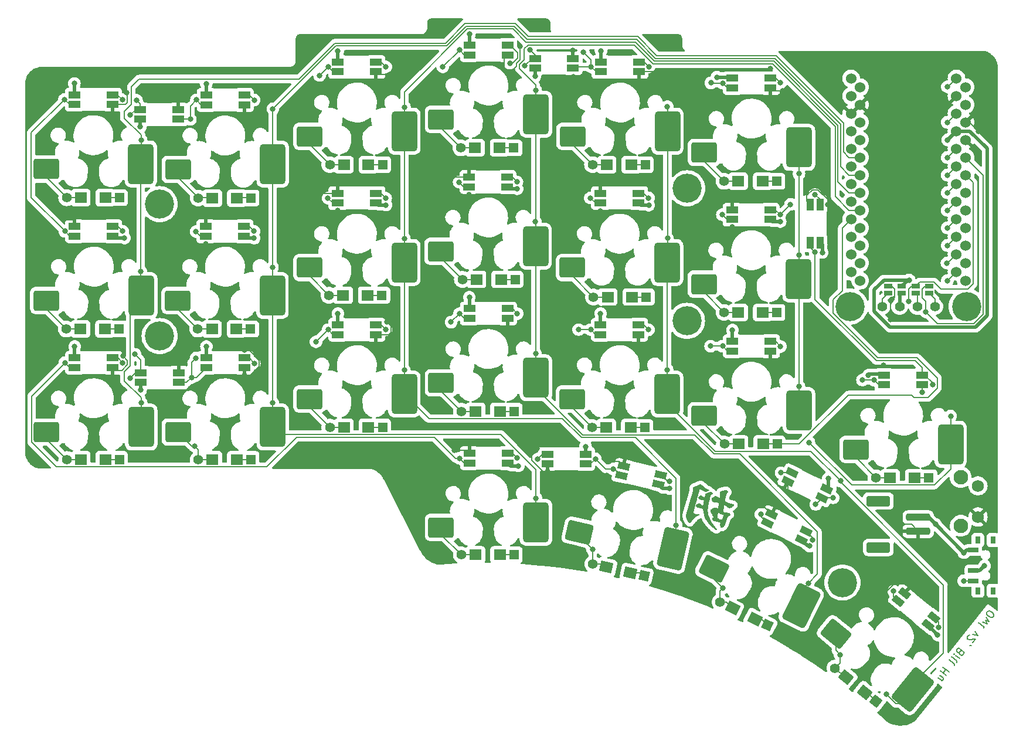
<source format=gbl>
G04 #@! TF.GenerationSoftware,KiCad,Pcbnew,7.0.8*
G04 #@! TF.CreationDate,2023-10-25T23:55:58+08:00*
G04 #@! TF.ProjectId,owl,6f776c2e-6b69-4636-9164-5f7063625858,rev?*
G04 #@! TF.SameCoordinates,Original*
G04 #@! TF.FileFunction,Copper,L2,Bot*
G04 #@! TF.FilePolarity,Positive*
%FSLAX46Y46*%
G04 Gerber Fmt 4.6, Leading zero omitted, Abs format (unit mm)*
G04 Created by KiCad (PCBNEW 7.0.8) date 2023-10-25 23:55:58*
%MOMM*%
%LPD*%
G01*
G04 APERTURE LIST*
G04 Aperture macros list*
%AMRoundRect*
0 Rectangle with rounded corners*
0 $1 Rounding radius*
0 $2 $3 $4 $5 $6 $7 $8 $9 X,Y pos of 4 corners*
0 Add a 4 corners polygon primitive as box body*
4,1,4,$2,$3,$4,$5,$6,$7,$8,$9,$2,$3,0*
0 Add four circle primitives for the rounded corners*
1,1,$1+$1,$2,$3*
1,1,$1+$1,$4,$5*
1,1,$1+$1,$6,$7*
1,1,$1+$1,$8,$9*
0 Add four rect primitives between the rounded corners*
20,1,$1+$1,$2,$3,$4,$5,0*
20,1,$1+$1,$4,$5,$6,$7,0*
20,1,$1+$1,$6,$7,$8,$9,0*
20,1,$1+$1,$8,$9,$2,$3,0*%
%AMRotRect*
0 Rectangle, with rotation*
0 The origin of the aperture is its center*
0 $1 length*
0 $2 width*
0 $3 Rotation angle, in degrees counterclockwise*
0 Add horizontal line*
21,1,$1,$2,0,0,$3*%
G04 Aperture macros list end*
%ADD10C,0.200000*%
G04 #@! TA.AperFunction,NonConductor*
%ADD11C,0.200000*%
G04 #@! TD*
G04 #@! TA.AperFunction,ComponentPad*
%ADD12R,1.397000X1.397000*%
G04 #@! TD*
G04 #@! TA.AperFunction,SMDPad,CuDef*
%ADD13R,1.800000X1.500000*%
G04 #@! TD*
G04 #@! TA.AperFunction,ComponentPad*
%ADD14C,1.397000*%
G04 #@! TD*
G04 #@! TA.AperFunction,SMDPad,CuDef*
%ADD15R,0.800000X1.000000*%
G04 #@! TD*
G04 #@! TA.AperFunction,SMDPad,CuDef*
%ADD16R,1.500000X0.700000*%
G04 #@! TD*
G04 #@! TA.AperFunction,ComponentPad*
%ADD17C,4.200000*%
G04 #@! TD*
G04 #@! TA.AperFunction,SMDPad,CuDef*
%ADD18RoundRect,0.432496X-1.398404X-2.445004X1.398404X-2.445004X1.398404X2.445004X-1.398404X2.445004X0*%
G04 #@! TD*
G04 #@! TA.AperFunction,SMDPad,CuDef*
%ADD19RoundRect,0.344204X-1.514196X-1.115796X1.514196X-1.115796X1.514196X1.115796X-1.514196X1.115796X0*%
G04 #@! TD*
G04 #@! TA.AperFunction,SMDPad,CuDef*
%ADD20RotRect,1.700000X1.000000X154.000000*%
G04 #@! TD*
G04 #@! TA.AperFunction,SMDPad,CuDef*
%ADD21R,1.700000X1.000000*%
G04 #@! TD*
G04 #@! TA.AperFunction,ComponentPad*
%ADD22RotRect,1.397000X1.397000X154.000000*%
G04 #@! TD*
G04 #@! TA.AperFunction,SMDPad,CuDef*
%ADD23RotRect,1.800000X1.500000X154.000000*%
G04 #@! TD*
G04 #@! TA.AperFunction,SMDPad,CuDef*
%ADD24R,1.000000X1.700000*%
G04 #@! TD*
G04 #@! TA.AperFunction,SMDPad,CuDef*
%ADD25RotRect,1.700000X1.000000X334.000000*%
G04 #@! TD*
G04 #@! TA.AperFunction,ComponentPad*
%ADD26RotRect,1.397000X1.397000X167.000000*%
G04 #@! TD*
G04 #@! TA.AperFunction,SMDPad,CuDef*
%ADD27RotRect,1.800000X1.500000X167.000000*%
G04 #@! TD*
G04 #@! TA.AperFunction,ComponentPad*
%ADD28C,2.100000*%
G04 #@! TD*
G04 #@! TA.AperFunction,ComponentPad*
%ADD29C,1.750000*%
G04 #@! TD*
G04 #@! TA.AperFunction,SMDPad,CuDef*
%ADD30RotRect,1.700000X1.000000X167.000000*%
G04 #@! TD*
G04 #@! TA.AperFunction,SMDPad,CuDef*
%ADD31RoundRect,0.432496X-2.625455X-1.020081X-0.451927X-2.780169X2.625455X1.020081X0.451927X2.780169X0*%
G04 #@! TD*
G04 #@! TA.AperFunction,SMDPad,CuDef*
%ADD32RoundRect,0.344204X-1.878944X0.085778X0.474558X-1.820051X1.878944X-0.085778X-0.474558X1.820051X0*%
G04 #@! TD*
G04 #@! TA.AperFunction,SMDPad,CuDef*
%ADD33RotRect,1.700000X1.000000X141.000000*%
G04 #@! TD*
G04 #@! TA.AperFunction,ComponentPad*
%ADD34RotRect,1.397000X1.397000X141.000000*%
G04 #@! TD*
G04 #@! TA.AperFunction,SMDPad,CuDef*
%ADD35RotRect,1.800000X1.500000X141.000000*%
G04 #@! TD*
G04 #@! TA.AperFunction,SMDPad,CuDef*
%ADD36RoundRect,0.432496X-2.328696X-1.584535X0.185058X-2.810575X2.328696X1.584535X-0.185058X2.810575X0*%
G04 #@! TD*
G04 #@! TA.AperFunction,SMDPad,CuDef*
%ADD37RoundRect,0.344204X-1.850083X-0.339091X0.871818X-1.666651X1.850083X0.339091X-0.871818X1.666651X0*%
G04 #@! TD*
G04 #@! TA.AperFunction,SMDPad,CuDef*
%ADD38RoundRect,0.250000X-1.500000X0.250000X-1.500000X-0.250000X1.500000X-0.250000X1.500000X0.250000X0*%
G04 #@! TD*
G04 #@! TA.AperFunction,SMDPad,CuDef*
%ADD39RoundRect,0.250001X-1.449999X0.499999X-1.449999X-0.499999X1.449999X-0.499999X1.449999X0.499999X0*%
G04 #@! TD*
G04 #@! TA.AperFunction,SMDPad,CuDef*
%ADD40RoundRect,0.432496X-1.912569X-2.067766X0.812557X-2.696911X1.912569X2.067766X-0.812557X2.696911X0*%
G04 #@! TD*
G04 #@! TA.AperFunction,SMDPad,CuDef*
%ADD41RoundRect,0.344204X-1.726387X-0.746578X1.224388X-1.427818X1.726387X0.746578X-1.224388X1.427818X0*%
G04 #@! TD*
G04 #@! TA.AperFunction,ComponentPad*
%ADD42C,1.524000*%
G04 #@! TD*
G04 #@! TA.AperFunction,SMDPad,CuDef*
%ADD43R,1.143000X0.635000*%
G04 #@! TD*
G04 #@! TA.AperFunction,ViaPad*
%ADD44C,0.800000*%
G04 #@! TD*
G04 #@! TA.AperFunction,Conductor*
%ADD45C,0.200000*%
G04 #@! TD*
G04 #@! TA.AperFunction,Conductor*
%ADD46C,0.500000*%
G04 #@! TD*
G04 APERTURE END LIST*
D10*
D11*
X213622635Y-136513748D02*
X213492204Y-136677723D01*
X213492204Y-136677723D02*
X213467981Y-136792318D01*
X213467981Y-136792318D02*
X213484753Y-136939521D01*
X213484753Y-136939521D02*
X213616120Y-137110947D01*
X213616120Y-137110947D02*
X213903077Y-137339202D01*
X213903077Y-137339202D02*
X214099660Y-137428640D01*
X214099660Y-137428640D02*
X214246863Y-137411868D01*
X214246863Y-137411868D02*
X214353072Y-137362489D01*
X214353072Y-137362489D02*
X214483504Y-137198514D01*
X214483504Y-137198514D02*
X214507726Y-137083918D01*
X214507726Y-137083918D02*
X214490954Y-136936715D01*
X214490954Y-136936715D02*
X214359587Y-136765290D01*
X214359587Y-136765290D02*
X214072631Y-136537034D01*
X214072631Y-136537034D02*
X213876048Y-136447596D01*
X213876048Y-136447596D02*
X213728845Y-136464368D01*
X213728845Y-136464368D02*
X213622635Y-136513748D01*
X213387865Y-137397903D02*
X213831346Y-138018389D01*
X213831346Y-138018389D02*
X213290977Y-137856285D01*
X213290977Y-137856285D02*
X213570483Y-138346339D01*
X213570483Y-138346339D02*
X212866138Y-138053803D01*
X213081364Y-138961245D02*
X213105586Y-138846650D01*
X213105586Y-138846650D02*
X213056206Y-138740440D01*
X213056206Y-138740440D02*
X212318319Y-138153498D01*
X211790078Y-139406597D02*
X212200951Y-140068076D01*
X212200951Y-140068076D02*
X211463999Y-139816535D01*
X211030775Y-139940451D02*
X210957173Y-139948837D01*
X210957173Y-139948837D02*
X210850963Y-139998217D01*
X210850963Y-139998217D02*
X210687924Y-140203185D01*
X210687924Y-140203185D02*
X210663702Y-140317781D01*
X210663702Y-140317781D02*
X210672088Y-140391382D01*
X210672088Y-140391382D02*
X210721467Y-140497592D01*
X210721467Y-140497592D02*
X210803455Y-140562808D01*
X210803455Y-140562808D02*
X210959044Y-140619638D01*
X210959044Y-140619638D02*
X211842264Y-140519008D01*
X211842264Y-140519008D02*
X211418361Y-141051927D01*
X211051288Y-141429256D02*
X211092282Y-141461864D01*
X211092282Y-141461864D02*
X211206878Y-141486086D01*
X211206878Y-141486086D02*
X211280479Y-141477700D01*
X209597897Y-142414978D02*
X209541068Y-142570567D01*
X209541068Y-142570567D02*
X209549453Y-142644168D01*
X209549453Y-142644168D02*
X209598833Y-142750378D01*
X209598833Y-142750378D02*
X209721814Y-142848202D01*
X209721814Y-142848202D02*
X209836410Y-142872424D01*
X209836410Y-142872424D02*
X209910011Y-142864038D01*
X209910011Y-142864038D02*
X210016221Y-142814658D01*
X210016221Y-142814658D02*
X210277084Y-142486708D01*
X210277084Y-142486708D02*
X209416215Y-141801942D01*
X209416215Y-141801942D02*
X209187960Y-142088898D01*
X209187960Y-142088898D02*
X209163738Y-142203494D01*
X209163738Y-142203494D02*
X209172124Y-142277096D01*
X209172124Y-142277096D02*
X209221503Y-142383305D01*
X209221503Y-142383305D02*
X209303491Y-142448521D01*
X209303491Y-142448521D02*
X209418086Y-142472743D01*
X209418086Y-142472743D02*
X209491688Y-142464357D01*
X209491688Y-142464357D02*
X209597897Y-142414978D01*
X209597897Y-142414978D02*
X209826153Y-142128021D01*
X209592318Y-143347577D02*
X209018405Y-142891067D01*
X208731449Y-142662811D02*
X208805051Y-142654425D01*
X208805051Y-142654425D02*
X208813437Y-142728027D01*
X208813437Y-142728027D02*
X208739835Y-142736413D01*
X208739835Y-142736413D02*
X208731449Y-142662811D01*
X208731449Y-142662811D02*
X208813437Y-142728027D01*
X209168415Y-143880497D02*
X209192637Y-143765901D01*
X209192637Y-143765901D02*
X209143257Y-143659691D01*
X209143257Y-143659691D02*
X208405370Y-143072749D01*
X208809728Y-144331428D02*
X208833950Y-144216832D01*
X208833950Y-144216832D02*
X208784571Y-144110622D01*
X208784571Y-144110622D02*
X208046683Y-143523680D01*
X208027139Y-145315277D02*
X207166270Y-144630511D01*
X207576208Y-144956590D02*
X207184913Y-145448515D01*
X207635844Y-145807202D02*
X206774975Y-145122436D01*
X206442381Y-146129573D02*
X207016294Y-146586084D01*
X206735852Y-145760629D02*
X207186784Y-146119316D01*
X207186784Y-146119316D02*
X207236163Y-146225526D01*
X207236163Y-146225526D02*
X207211941Y-146340121D01*
X207211941Y-146340121D02*
X207114117Y-146463103D01*
X207114117Y-146463103D02*
X207007908Y-146512482D01*
X207007908Y-146512482D02*
X206934306Y-146520868D01*
G04 #@! TA.AperFunction,EtchedComponent*
G36*
X172193420Y-118170341D02*
G01*
X172224994Y-118175849D01*
X172233193Y-118178019D01*
X172245086Y-118181974D01*
X172257377Y-118187658D01*
X172271502Y-118196180D01*
X172288896Y-118208646D01*
X172310994Y-118226166D01*
X172339235Y-118249848D01*
X172375050Y-118280799D01*
X172419877Y-118320127D01*
X172475151Y-118368941D01*
X172548769Y-118433666D01*
X172652752Y-118523488D01*
X172747299Y-118602918D01*
X172833367Y-118672616D01*
X172911918Y-118733242D01*
X172983909Y-118785459D01*
X173050300Y-118829925D01*
X173112049Y-118867302D01*
X173170118Y-118898252D01*
X173225462Y-118923435D01*
X173279043Y-118943511D01*
X173331820Y-118959141D01*
X173369292Y-118971860D01*
X173401456Y-118991530D01*
X173418849Y-119015071D01*
X173421190Y-119041636D01*
X173408190Y-119070378D01*
X173379563Y-119100453D01*
X173352063Y-119120532D01*
X173304117Y-119148391D01*
X173246809Y-119176001D01*
X173183417Y-119202214D01*
X173117222Y-119225880D01*
X173051500Y-119245850D01*
X172989531Y-119260974D01*
X172934594Y-119270103D01*
X172889966Y-119272086D01*
X172889482Y-119272061D01*
X172865988Y-119269053D01*
X172838052Y-119261982D01*
X172804111Y-119250208D01*
X172762606Y-119233085D01*
X172711975Y-119209971D01*
X172650656Y-119180224D01*
X172577088Y-119143199D01*
X172533890Y-119121257D01*
X172455413Y-119081904D01*
X172388254Y-119049061D01*
X172330655Y-119021931D01*
X172280859Y-118999720D01*
X172237110Y-118981630D01*
X172197651Y-118966867D01*
X172160724Y-118954635D01*
X172133308Y-118946372D01*
X172094942Y-118936371D01*
X172067150Y-118932266D01*
X172047237Y-118934072D01*
X172032503Y-118941806D01*
X172020253Y-118955483D01*
X172018889Y-118958707D01*
X172013347Y-118976163D01*
X172004162Y-119007684D01*
X171991568Y-119052388D01*
X171975797Y-119109391D01*
X171957080Y-119177810D01*
X171935651Y-119256761D01*
X171911742Y-119345359D01*
X171885586Y-119442720D01*
X171857415Y-119547962D01*
X171827462Y-119660200D01*
X171795958Y-119778551D01*
X171763138Y-119902130D01*
X171729234Y-120030053D01*
X171694476Y-120161439D01*
X171659100Y-120295401D01*
X171623337Y-120431057D01*
X171587418Y-120567521D01*
X171551577Y-120703912D01*
X171516048Y-120839345D01*
X171481061Y-120972936D01*
X171446850Y-121103801D01*
X171413647Y-121231058D01*
X171381685Y-121353820D01*
X171351196Y-121471206D01*
X171322412Y-121582331D01*
X171295567Y-121686310D01*
X171270893Y-121782262D01*
X171248621Y-121869302D01*
X171228986Y-121946545D01*
X171212218Y-122013108D01*
X171198552Y-122068107D01*
X171188219Y-122110659D01*
X171181452Y-122139880D01*
X171178485Y-122154886D01*
X171175088Y-122186391D01*
X171173957Y-122256002D01*
X171183285Y-122314306D01*
X171203212Y-122361916D01*
X171233875Y-122399444D01*
X171244510Y-122408287D01*
X171259783Y-122417746D01*
X171279899Y-122426133D01*
X171308439Y-122434877D01*
X171348987Y-122445409D01*
X171361357Y-122448457D01*
X171383043Y-122453463D01*
X171404039Y-122457573D01*
X171426005Y-122460853D01*
X171450601Y-122463374D01*
X171479489Y-122465203D01*
X171514329Y-122466409D01*
X171556783Y-122467060D01*
X171608511Y-122467225D01*
X171671176Y-122466972D01*
X171746437Y-122466371D01*
X171835954Y-122465487D01*
X171837251Y-122465476D01*
X171900017Y-122467504D01*
X171949091Y-122475187D01*
X171985829Y-122489030D01*
X172011583Y-122509538D01*
X172027706Y-122537219D01*
X172032861Y-122559074D01*
X172029238Y-122583494D01*
X172013682Y-122605978D01*
X171985220Y-122627445D01*
X171942879Y-122648809D01*
X171885684Y-122670989D01*
X171824344Y-122693443D01*
X171731926Y-122731229D01*
X171646737Y-122771869D01*
X171566900Y-122816742D01*
X171490538Y-122867226D01*
X171415777Y-122924702D01*
X171340738Y-122990550D01*
X171263546Y-123066147D01*
X171182326Y-123152874D01*
X171095199Y-123252110D01*
X171089176Y-123259162D01*
X171047751Y-123308469D01*
X171004569Y-123361063D01*
X170962697Y-123413134D01*
X170925205Y-123460873D01*
X170895159Y-123500471D01*
X170863496Y-123542596D01*
X170828612Y-123587641D01*
X170793097Y-123632346D01*
X170758653Y-123674647D01*
X170726981Y-123712483D01*
X170699785Y-123743792D01*
X170678765Y-123766511D01*
X170665623Y-123778579D01*
X170651098Y-123786842D01*
X170629930Y-123796068D01*
X170627648Y-123796888D01*
X170610359Y-123801262D01*
X170594150Y-123799965D01*
X170574308Y-123791852D01*
X170546114Y-123775785D01*
X170518757Y-123756472D01*
X170475253Y-123715999D01*
X170429426Y-123663105D01*
X170382347Y-123599562D01*
X170335089Y-123527142D01*
X170288723Y-123447616D01*
X170244320Y-123362753D01*
X170202952Y-123274327D01*
X170165690Y-123184106D01*
X170133604Y-123093864D01*
X170116832Y-123038811D01*
X170088720Y-122923239D01*
X170070611Y-122810245D01*
X170062910Y-122702741D01*
X170066016Y-122603632D01*
X170066994Y-122595121D01*
X170069547Y-122579103D01*
X170073527Y-122558775D01*
X170079086Y-122533616D01*
X170086370Y-122503104D01*
X170095530Y-122466718D01*
X170106713Y-122423938D01*
X170120069Y-122374242D01*
X170135746Y-122317108D01*
X170153893Y-122252015D01*
X170174658Y-122178444D01*
X170198190Y-122095871D01*
X170224639Y-122003777D01*
X170254152Y-121901639D01*
X170286879Y-121788936D01*
X170322969Y-121665148D01*
X170362570Y-121529754D01*
X170405831Y-121382232D01*
X170452900Y-121222060D01*
X170503926Y-121048718D01*
X170559058Y-120861685D01*
X170618446Y-120660438D01*
X170682237Y-120444459D01*
X170719993Y-120316640D01*
X170764493Y-120165801D01*
X170804842Y-120028645D01*
X170841251Y-119904285D01*
X170873931Y-119791836D01*
X170903094Y-119690408D01*
X170928948Y-119599115D01*
X170951708Y-119517072D01*
X170971583Y-119443390D01*
X170988784Y-119377183D01*
X171003524Y-119317565D01*
X171016013Y-119263646D01*
X171026463Y-119214542D01*
X171035082Y-119169366D01*
X171042086Y-119127229D01*
X171047682Y-119087246D01*
X171052084Y-119048530D01*
X171055502Y-119010192D01*
X171058146Y-118971348D01*
X171060229Y-118931109D01*
X171061963Y-118888589D01*
X171063556Y-118842900D01*
X171064396Y-118821190D01*
X171068661Y-118757816D01*
X171075515Y-118707565D01*
X171085437Y-118668373D01*
X171098904Y-118638179D01*
X171116395Y-118614921D01*
X171126471Y-118605790D01*
X171157971Y-118584832D01*
X171203794Y-118561322D01*
X171264367Y-118535053D01*
X171340114Y-118505817D01*
X171347331Y-118503147D01*
X171445612Y-118465335D01*
X171547883Y-118423550D01*
X171649317Y-118379867D01*
X171745085Y-118336361D01*
X171830361Y-118295107D01*
X171905077Y-118258295D01*
X171973256Y-118226708D01*
X172031160Y-118202565D01*
X172080459Y-118185361D01*
X172122823Y-118174592D01*
X172159920Y-118169755D01*
X172193420Y-118170341D01*
G37*
G04 #@! TD.AperFunction*
G04 #@! TA.AperFunction,EtchedComponent*
G36*
X173721157Y-119261317D02*
G01*
X173764778Y-119273432D01*
X173803954Y-119297563D01*
X173840767Y-119334979D01*
X173877294Y-119386945D01*
X173888957Y-119406469D01*
X173914115Y-119458049D01*
X173927039Y-119504104D01*
X173928507Y-119547060D01*
X173922586Y-119577137D01*
X173907668Y-119603301D01*
X173881767Y-119622762D01*
X173842450Y-119638092D01*
X173809762Y-119650364D01*
X173771698Y-119668399D01*
X173737362Y-119687999D01*
X173732346Y-119691203D01*
X173717281Y-119700800D01*
X173703986Y-119709858D01*
X173692069Y-119719437D01*
X173681140Y-119730599D01*
X173670811Y-119744408D01*
X173660689Y-119761923D01*
X173650386Y-119784208D01*
X173639510Y-119812323D01*
X173627674Y-119847332D01*
X173614483Y-119890294D01*
X173599552Y-119942274D01*
X173582489Y-120004331D01*
X173562901Y-120077529D01*
X173540403Y-120162928D01*
X173514601Y-120261592D01*
X173485107Y-120374580D01*
X173462048Y-120463015D01*
X173433375Y-120573599D01*
X173408242Y-120671529D01*
X173386298Y-120758383D01*
X173367193Y-120835739D01*
X173350578Y-120905176D01*
X173336101Y-120968274D01*
X173323412Y-121026610D01*
X173312160Y-121081765D01*
X173301994Y-121135315D01*
X173292566Y-121188840D01*
X173283522Y-121243918D01*
X173274514Y-121302129D01*
X173265190Y-121365051D01*
X173263721Y-121375179D01*
X173242275Y-121540202D01*
X173227540Y-121693184D01*
X173219550Y-121836401D01*
X173218338Y-121972131D01*
X173223939Y-122102651D01*
X173236386Y-122230236D01*
X173255716Y-122357167D01*
X173281961Y-122485718D01*
X173291906Y-122527964D01*
X173347462Y-122728791D01*
X173416649Y-122928706D01*
X173499933Y-123128853D01*
X173597779Y-123330371D01*
X173710654Y-123534401D01*
X173805931Y-123690618D01*
X173920608Y-123865457D01*
X174045452Y-124043712D01*
X174178660Y-124222887D01*
X174318428Y-124400489D01*
X174462950Y-124574025D01*
X174474343Y-124587575D01*
X174513619Y-124640151D01*
X174538761Y-124685409D01*
X174549770Y-124723351D01*
X174546649Y-124753979D01*
X174529397Y-124777298D01*
X174528817Y-124777758D01*
X174506790Y-124789396D01*
X174481257Y-124795852D01*
X174457885Y-124795147D01*
X174418640Y-124786557D01*
X174373347Y-124770484D01*
X174325680Y-124748284D01*
X174279316Y-124721315D01*
X174274906Y-124718392D01*
X174248160Y-124699345D01*
X174212829Y-124672687D01*
X174171793Y-124640662D01*
X174127940Y-124605513D01*
X174084152Y-124569487D01*
X173935291Y-124441813D01*
X173748508Y-124270746D01*
X173575725Y-124099345D01*
X173417558Y-123928228D01*
X173274623Y-123758011D01*
X173260102Y-123739669D01*
X173121104Y-123550705D01*
X172995929Y-123355076D01*
X172884829Y-123153429D01*
X172788059Y-122946411D01*
X172705873Y-122734667D01*
X172638521Y-122518844D01*
X172586260Y-122299587D01*
X172549341Y-122077544D01*
X172528018Y-121853361D01*
X172521911Y-121751099D01*
X172495254Y-121737804D01*
X172489419Y-121735438D01*
X172467846Y-121728374D01*
X172434041Y-121718319D01*
X172390083Y-121705856D01*
X172338054Y-121691571D01*
X172280035Y-121676050D01*
X172218104Y-121659875D01*
X172173193Y-121648299D01*
X172112635Y-121632803D01*
X172063927Y-121620624D01*
X172024882Y-121611340D01*
X171993311Y-121604529D01*
X171967027Y-121599764D01*
X171943842Y-121596624D01*
X171921567Y-121594685D01*
X171898016Y-121593524D01*
X171871000Y-121592718D01*
X171869171Y-121592670D01*
X171815167Y-121590527D01*
X171773737Y-121586793D01*
X171741648Y-121580602D01*
X171715665Y-121571088D01*
X171692556Y-121557384D01*
X171669084Y-121538623D01*
X171656039Y-121526663D01*
X171620857Y-121489313D01*
X171586068Y-121445900D01*
X171553482Y-121399313D01*
X171524907Y-121352439D01*
X171502153Y-121308168D01*
X171487029Y-121269385D01*
X171481345Y-121238979D01*
X171484234Y-121217208D01*
X171493385Y-121192845D01*
X171493939Y-121191903D01*
X171515542Y-121164958D01*
X171549380Y-121134026D01*
X171592874Y-121100620D01*
X171643441Y-121066253D01*
X171698502Y-121032439D01*
X171755474Y-121000691D01*
X171811777Y-120972522D01*
X171864829Y-120949447D01*
X171912049Y-120932977D01*
X171950856Y-120924627D01*
X171989276Y-120924729D01*
X172034855Y-120936020D01*
X172084034Y-120959935D01*
X172138716Y-120997210D01*
X172245841Y-121074358D01*
X172348731Y-121139596D01*
X172445626Y-121191776D01*
X172450373Y-121194076D01*
X172484312Y-121210236D01*
X172512381Y-121223129D01*
X172531779Y-121231492D01*
X172539702Y-121234067D01*
X172540959Y-121230197D01*
X172543833Y-121213418D01*
X172547443Y-121186552D01*
X172551293Y-121153058D01*
X172561965Y-121062932D01*
X172577862Y-120948480D01*
X172597243Y-120824903D01*
X172619618Y-120695496D01*
X172621162Y-120686914D01*
X172629417Y-120639667D01*
X172636255Y-120598230D01*
X172641299Y-120565065D01*
X172644172Y-120542629D01*
X172644496Y-120533383D01*
X172643679Y-120532616D01*
X172631295Y-120527283D01*
X172606100Y-120519010D01*
X172570271Y-120508363D01*
X172525980Y-120495908D01*
X172475406Y-120482210D01*
X172420723Y-120467836D01*
X172364106Y-120453351D01*
X172307730Y-120439320D01*
X172253771Y-120426311D01*
X172204404Y-120414887D01*
X172161805Y-120405618D01*
X172128149Y-120399067D01*
X172099118Y-120393938D01*
X172061473Y-120386998D01*
X172034839Y-120381285D01*
X172016293Y-120375877D01*
X172002910Y-120369850D01*
X171991765Y-120362279D01*
X171979934Y-120352240D01*
X171965605Y-120338872D01*
X171930579Y-120300125D01*
X171897828Y-120255951D01*
X171868837Y-120209145D01*
X171845088Y-120162499D01*
X171828068Y-120118806D01*
X171819259Y-120080862D01*
X171820144Y-120051458D01*
X171824539Y-120040704D01*
X171843369Y-120015541D01*
X171873679Y-119986683D01*
X171913202Y-119955449D01*
X171959672Y-119923160D01*
X172010823Y-119891134D01*
X172064390Y-119860690D01*
X172118105Y-119833149D01*
X172169704Y-119809829D01*
X172216919Y-119792050D01*
X172257485Y-119781131D01*
X172289136Y-119778393D01*
X172292475Y-119778668D01*
X172309553Y-119781953D01*
X172327841Y-119789352D01*
X172349409Y-119802230D01*
X172376330Y-119821953D01*
X172410673Y-119849885D01*
X172454511Y-119887391D01*
X172498643Y-119924746D01*
X172550006Y-119964894D01*
X172597134Y-119997119D01*
X172643525Y-120023766D01*
X172692679Y-120047182D01*
X172751819Y-120073017D01*
X172788714Y-119929539D01*
X172793095Y-119912399D01*
X172806433Y-119858085D01*
X172815932Y-119814722D01*
X172822206Y-119778943D01*
X172825868Y-119747383D01*
X172827532Y-119716674D01*
X172827660Y-119712518D01*
X172832073Y-119654803D01*
X172840836Y-119604897D01*
X172853333Y-119565439D01*
X172868950Y-119539065D01*
X172890768Y-119520058D01*
X172928312Y-119496121D01*
X172977601Y-119470235D01*
X173036598Y-119443108D01*
X173103274Y-119415450D01*
X173175594Y-119387968D01*
X173251526Y-119361372D01*
X173329038Y-119336370D01*
X173406095Y-119313670D01*
X173480666Y-119293983D01*
X173550717Y-119278017D01*
X173614217Y-119266480D01*
X173669132Y-119260081D01*
X173671013Y-119259950D01*
X173721157Y-119261317D01*
G37*
G04 #@! TD.AperFunction*
G04 #@! TA.AperFunction,EtchedComponent*
G36*
X175881946Y-119002015D02*
G01*
X175903788Y-119009761D01*
X175944853Y-119032845D01*
X175988120Y-119065819D01*
X176030870Y-119105807D01*
X176070387Y-119149923D01*
X176103954Y-119195289D01*
X176128857Y-119239022D01*
X176142377Y-119278242D01*
X176144735Y-119293085D01*
X176144512Y-119320774D01*
X176135225Y-119344044D01*
X176114996Y-119366411D01*
X176081948Y-119391388D01*
X176048572Y-119416129D01*
X175990062Y-119472178D01*
X175943451Y-119536973D01*
X175938028Y-119547206D01*
X175924088Y-119580432D01*
X175907985Y-119626512D01*
X175890240Y-119683514D01*
X175871378Y-119749511D01*
X175851919Y-119822573D01*
X175832384Y-119900770D01*
X175813295Y-119982172D01*
X175795175Y-120064851D01*
X175778544Y-120146876D01*
X175757244Y-120257328D01*
X175738768Y-120354387D01*
X175723463Y-120436294D01*
X175711289Y-120503264D01*
X175702207Y-120555516D01*
X175696179Y-120593267D01*
X175693166Y-120616734D01*
X175693129Y-120626136D01*
X175694547Y-120627576D01*
X175707574Y-120635970D01*
X175731989Y-120649586D01*
X175765514Y-120667280D01*
X175805873Y-120687915D01*
X175850791Y-120710347D01*
X175897991Y-120733436D01*
X175945196Y-120756041D01*
X175990131Y-120777021D01*
X176030517Y-120795237D01*
X176124335Y-120835406D01*
X176217498Y-120872342D01*
X176306977Y-120904194D01*
X176396686Y-120932179D01*
X176490540Y-120957512D01*
X176592453Y-120981409D01*
X176706340Y-121005084D01*
X176750379Y-121013935D01*
X176819368Y-121028563D01*
X176872739Y-121041040D01*
X176910442Y-121051354D01*
X176932428Y-121059493D01*
X176953020Y-121073297D01*
X176979080Y-121104372D01*
X176996468Y-121143620D01*
X177003638Y-121187069D01*
X176999047Y-121230754D01*
X176996120Y-121240053D01*
X176988084Y-121255642D01*
X176974309Y-121273000D01*
X176952532Y-121294809D01*
X176920484Y-121323750D01*
X176901785Y-121339980D01*
X176842218Y-121389132D01*
X176778421Y-121438481D01*
X176712688Y-121486475D01*
X176647311Y-121531563D01*
X176584584Y-121572196D01*
X176526802Y-121606821D01*
X176476256Y-121633889D01*
X176435242Y-121651849D01*
X176410381Y-121660009D01*
X176370616Y-121667491D01*
X176336713Y-121664628D01*
X176304586Y-121651405D01*
X176301617Y-121649649D01*
X176283071Y-121637550D01*
X176254815Y-121618114D01*
X176219273Y-121593046D01*
X176178874Y-121564057D01*
X176136042Y-121532851D01*
X176132903Y-121530548D01*
X176035980Y-121460729D01*
X175947412Y-121399747D01*
X175864077Y-121345572D01*
X175782851Y-121296172D01*
X175700615Y-121249514D01*
X175677955Y-121237117D01*
X175643483Y-121218401D01*
X175615771Y-121203536D01*
X175597212Y-121193803D01*
X175590200Y-121190480D01*
X175589389Y-121194196D01*
X175586180Y-121211626D01*
X175580855Y-121241666D01*
X175573733Y-121282481D01*
X175565134Y-121332237D01*
X175555377Y-121389099D01*
X175544781Y-121451234D01*
X175543750Y-121457296D01*
X175530879Y-121532953D01*
X175517017Y-121614378D01*
X175502895Y-121697279D01*
X175489244Y-121777362D01*
X175476796Y-121850335D01*
X175466282Y-121911907D01*
X175458489Y-121958350D01*
X175450235Y-122009648D01*
X175443435Y-122054302D01*
X175438418Y-122090054D01*
X175435516Y-122114647D01*
X175435056Y-122125819D01*
X175442041Y-122133408D01*
X175461076Y-122145646D01*
X175492824Y-122162854D01*
X175537952Y-122185391D01*
X175597133Y-122213624D01*
X175756126Y-122288298D01*
X175864900Y-122284890D01*
X175887073Y-122284341D01*
X175953624Y-122284068D01*
X176024459Y-122285486D01*
X176095539Y-122288400D01*
X176162829Y-122292619D01*
X176222291Y-122297951D01*
X176269887Y-122304202D01*
X176296535Y-122309049D01*
X176322045Y-122315890D01*
X176341828Y-122325265D01*
X176361651Y-122339384D01*
X176371854Y-122348178D01*
X176405074Y-122387172D01*
X176433758Y-122436163D01*
X176455971Y-122490662D01*
X176469778Y-122546178D01*
X176473243Y-122598221D01*
X176473166Y-122599820D01*
X176472017Y-122617352D01*
X176469311Y-122631589D01*
X176463315Y-122644159D01*
X176452293Y-122656691D01*
X176434508Y-122670814D01*
X176408228Y-122688156D01*
X176371716Y-122710344D01*
X176323235Y-122739010D01*
X176267500Y-122773158D01*
X176221281Y-122805191D01*
X176185752Y-122834926D01*
X176183092Y-122837153D01*
X176149582Y-122872187D01*
X176117398Y-122913434D01*
X176083189Y-122964036D01*
X176064782Y-122993692D01*
X176046419Y-123026273D01*
X176028745Y-123061472D01*
X176011032Y-123101098D01*
X175992552Y-123146966D01*
X175972579Y-123200884D01*
X175950384Y-123264668D01*
X175925239Y-123340126D01*
X175896418Y-123429070D01*
X175891714Y-123443705D01*
X175867201Y-123519349D01*
X175840701Y-123600257D01*
X175813569Y-123682342D01*
X175787162Y-123761513D01*
X175762836Y-123833682D01*
X175741946Y-123894760D01*
X175741310Y-123896602D01*
X175717119Y-123965787D01*
X175696450Y-124022258D01*
X175677993Y-124068400D01*
X175660438Y-124106599D01*
X175642475Y-124139239D01*
X175622794Y-124168709D01*
X175600086Y-124197393D01*
X175573040Y-124227677D01*
X175540345Y-124261947D01*
X175529276Y-124273233D01*
X175466168Y-124332965D01*
X175404394Y-124383878D01*
X175345664Y-124424765D01*
X175291689Y-124454412D01*
X175244177Y-124471609D01*
X175234829Y-124473030D01*
X175207399Y-124472746D01*
X175178486Y-124468115D01*
X175158890Y-124462270D01*
X175135478Y-124449665D01*
X175114701Y-124428631D01*
X175081830Y-124381582D01*
X175046749Y-124309496D01*
X175019156Y-124223828D01*
X174999150Y-124124889D01*
X174986825Y-124012992D01*
X174985030Y-123985502D01*
X174983488Y-123942504D01*
X174984619Y-123906498D01*
X174988720Y-123871743D01*
X174996082Y-123832501D01*
X175012604Y-123753642D01*
X174917607Y-123719599D01*
X174843400Y-123693010D01*
X174775685Y-123668878D01*
X174717303Y-123648411D01*
X174665989Y-123630986D01*
X174619474Y-123615982D01*
X174575494Y-123602776D01*
X174531780Y-123590747D01*
X174486067Y-123579273D01*
X174436087Y-123567732D01*
X174379575Y-123555501D01*
X174314262Y-123541958D01*
X174237885Y-123526482D01*
X174148174Y-123508451D01*
X174123589Y-123503454D01*
X174091401Y-123496321D01*
X174068683Y-123489750D01*
X174051525Y-123482236D01*
X174036021Y-123472269D01*
X174018263Y-123458346D01*
X174017920Y-123458067D01*
X173977382Y-123420474D01*
X173937674Y-123375434D01*
X173901147Y-123326384D01*
X173870155Y-123276762D01*
X173847053Y-123230002D01*
X173834193Y-123189542D01*
X173832286Y-123151500D01*
X173842000Y-123114000D01*
X173864101Y-123076200D01*
X173899329Y-123037110D01*
X173910972Y-123027299D01*
X174621218Y-123027299D01*
X174649220Y-123049463D01*
X174660691Y-123057872D01*
X174681544Y-123071102D01*
X174709464Y-123086871D01*
X174745706Y-123105812D01*
X174791526Y-123128560D01*
X174848181Y-123155747D01*
X174916926Y-123188009D01*
X174999017Y-123225978D01*
X175040345Y-123245010D01*
X175087674Y-123266850D01*
X175128948Y-123285944D01*
X175162063Y-123301319D01*
X175184917Y-123311998D01*
X175195408Y-123317007D01*
X175202552Y-123319677D01*
X175209507Y-123318125D01*
X175210415Y-123315904D01*
X175216902Y-123301326D01*
X175229015Y-123274568D01*
X175246054Y-123237165D01*
X175267318Y-123190653D01*
X175292104Y-123136569D01*
X175319711Y-123076447D01*
X175349437Y-123011824D01*
X175360707Y-122987346D01*
X175396124Y-122910399D01*
X175425551Y-122846375D01*
X175449503Y-122794076D01*
X175468498Y-122752304D01*
X175483050Y-122719863D01*
X175493678Y-122695552D01*
X175500896Y-122678176D01*
X175505221Y-122666535D01*
X175507169Y-122659433D01*
X175507257Y-122655671D01*
X175506000Y-122654052D01*
X175503915Y-122653377D01*
X175502730Y-122652935D01*
X175489917Y-122647478D01*
X175464404Y-122636326D01*
X175427587Y-122620098D01*
X175380855Y-122599410D01*
X175325604Y-122574879D01*
X175263225Y-122547124D01*
X175195111Y-122516760D01*
X175122654Y-122484406D01*
X175064367Y-122458445D01*
X174984903Y-122423370D01*
X174914078Y-122392500D01*
X174852862Y-122366249D01*
X174802223Y-122345025D01*
X174763134Y-122329238D01*
X174736560Y-122319298D01*
X174723475Y-122315615D01*
X174712056Y-122314953D01*
X174700998Y-122315601D01*
X174692144Y-122319315D01*
X174685058Y-122327697D01*
X174679300Y-122342346D01*
X174674433Y-122364861D01*
X174670021Y-122396843D01*
X174665625Y-122439892D01*
X174660810Y-122495608D01*
X174655136Y-122565591D01*
X174650019Y-122629862D01*
X174644721Y-122697697D01*
X174639685Y-122763435D01*
X174635169Y-122823634D01*
X174631435Y-122874851D01*
X174628745Y-122913644D01*
X174621218Y-123027299D01*
X173910972Y-123027299D01*
X173948420Y-122995743D01*
X174012113Y-122951109D01*
X174042401Y-122931297D01*
X173947171Y-122757545D01*
X173882782Y-122638180D01*
X173821362Y-122520131D01*
X173766837Y-122410685D01*
X173719552Y-122310597D01*
X173679853Y-122220626D01*
X173648089Y-122141532D01*
X173624605Y-122074070D01*
X173609747Y-122019002D01*
X173602317Y-121978586D01*
X173599434Y-121937321D01*
X173604484Y-121903218D01*
X173618184Y-121872200D01*
X173641254Y-121840190D01*
X173644590Y-121836242D01*
X173686463Y-121795970D01*
X173742006Y-121755400D01*
X173809222Y-121715459D01*
X173886111Y-121677074D01*
X173970679Y-121641171D01*
X174060927Y-121608677D01*
X174154857Y-121580516D01*
X174250473Y-121557618D01*
X174283449Y-121550783D01*
X174319887Y-121543667D01*
X174346917Y-121539559D01*
X174368181Y-121538316D01*
X174387315Y-121539791D01*
X174407954Y-121543842D01*
X174433738Y-121550322D01*
X174446544Y-121553658D01*
X174469874Y-121560309D01*
X174488751Y-121567496D01*
X174506476Y-121577191D01*
X174526355Y-121591365D01*
X174551688Y-121611988D01*
X174585780Y-121641029D01*
X174597422Y-121650983D01*
X174627132Y-121676162D01*
X174651624Y-121696601D01*
X174668618Y-121710412D01*
X174675839Y-121715706D01*
X174677116Y-121714721D01*
X174680667Y-121703241D01*
X174683890Y-121682845D01*
X174685993Y-121667492D01*
X174690323Y-121638345D01*
X174696563Y-121597470D01*
X174704403Y-121546871D01*
X174713533Y-121488553D01*
X174723640Y-121424516D01*
X174734416Y-121356765D01*
X174743982Y-121296738D01*
X174755028Y-121227158D01*
X174765491Y-121160977D01*
X174774984Y-121100659D01*
X174783118Y-121048668D01*
X174789508Y-121007469D01*
X174793763Y-120979523D01*
X174806467Y-120894424D01*
X174678364Y-120861380D01*
X174629370Y-120849092D01*
X174526714Y-120826153D01*
X174430477Y-120809097D01*
X174335255Y-120797042D01*
X174235645Y-120789108D01*
X174208548Y-120787370D01*
X174147815Y-120782048D01*
X174099010Y-120774926D01*
X174059260Y-120765184D01*
X174025690Y-120752001D01*
X173995428Y-120734558D01*
X173965599Y-120712033D01*
X173935790Y-120684853D01*
X173888032Y-120631107D01*
X173843861Y-120569369D01*
X173805183Y-120503043D01*
X173773901Y-120435536D01*
X173751918Y-120370251D01*
X173741140Y-120310596D01*
X173740063Y-120295641D01*
X173740073Y-120267668D01*
X173745304Y-120245821D01*
X173757720Y-120224257D01*
X173779286Y-120197134D01*
X173809762Y-120163900D01*
X173866178Y-120112124D01*
X173931701Y-120060886D01*
X174003153Y-120012165D01*
X174077359Y-119967944D01*
X174151139Y-119930200D01*
X174221318Y-119900917D01*
X174284716Y-119882074D01*
X174298582Y-119879374D01*
X174323908Y-119876648D01*
X174349937Y-119877379D01*
X174378069Y-119882156D01*
X174409703Y-119891567D01*
X174446238Y-119906201D01*
X174489074Y-119926645D01*
X174539610Y-119953491D01*
X174599244Y-119987322D01*
X174669378Y-120028732D01*
X174751409Y-120078304D01*
X174776355Y-120093450D01*
X174818437Y-120118796D01*
X174854703Y-120140375D01*
X174883212Y-120157049D01*
X174902030Y-120167677D01*
X174909215Y-120171119D01*
X174909608Y-120169838D01*
X174912055Y-120156370D01*
X174916312Y-120129808D01*
X174922085Y-120092095D01*
X174929076Y-120045170D01*
X174936996Y-119990975D01*
X174945548Y-119931448D01*
X174950627Y-119895527D01*
X174960478Y-119822997D01*
X174968000Y-119761433D01*
X174973391Y-119707538D01*
X174976852Y-119658012D01*
X174978580Y-119609556D01*
X174978776Y-119558872D01*
X174977637Y-119502664D01*
X174975364Y-119437631D01*
X174974781Y-119420164D01*
X174974938Y-119368704D01*
X174979257Y-119325330D01*
X174989027Y-119288893D01*
X175005534Y-119258240D01*
X175030069Y-119232223D01*
X175063919Y-119209688D01*
X175108374Y-119189486D01*
X175164720Y-119170468D01*
X175234246Y-119151480D01*
X175318242Y-119131372D01*
X175333316Y-119127865D01*
X175390898Y-119113838D01*
X175452239Y-119098104D01*
X175510895Y-119082341D01*
X175560424Y-119068227D01*
X175613770Y-119052676D01*
X175695587Y-119030356D01*
X175763091Y-119014175D01*
X175816506Y-119004089D01*
X175856050Y-119000050D01*
X175881946Y-119002015D01*
G37*
G04 #@! TD.AperFunction*
D12*
X145392600Y-88595200D03*
D13*
X143357600Y-88595200D03*
X139807600Y-88595200D03*
D14*
X137772600Y-88595200D03*
D15*
X212215000Y-133550000D03*
X214425000Y-133550000D03*
X212215000Y-126250000D03*
X214425000Y-126250000D03*
D16*
X211565000Y-127650000D03*
X211565000Y-130650000D03*
X211565000Y-132150000D03*
D17*
X193752252Y-92506800D03*
D18*
X91387100Y-109913100D03*
D19*
X77702800Y-110655600D03*
D20*
X186772024Y-126193076D03*
X187385743Y-124934765D03*
X182442376Y-122523724D03*
X181828657Y-123782035D03*
D21*
X144228000Y-75223600D03*
X144228000Y-73823600D03*
X138728000Y-73823600D03*
X138728000Y-75223600D03*
X119779600Y-95159600D03*
X119779600Y-96559600D03*
X125279600Y-96559600D03*
X125279600Y-95159600D03*
D12*
X164185600Y-72034400D03*
D13*
X162150600Y-72034400D03*
X158600600Y-72034400D03*
D14*
X156565600Y-72034400D03*
D18*
X91387100Y-90913900D03*
D19*
X77702800Y-91656400D03*
D12*
X183184800Y-93370400D03*
D13*
X181149800Y-93370400D03*
X177599800Y-93370400D03*
D14*
X175564800Y-93370400D03*
D21*
X81730400Y-61936400D03*
X81730400Y-63336400D03*
X87230400Y-63336400D03*
X87230400Y-61936400D03*
D22*
X181834005Y-138525394D03*
D23*
X180004959Y-137633309D03*
X176814241Y-136077091D03*
D14*
X174985195Y-135185006D03*
D24*
X189422000Y-83268000D03*
X188022000Y-83268000D03*
X188022000Y-77768000D03*
X189422000Y-77768000D03*
D21*
X176777200Y-59548800D03*
X176777200Y-60948800D03*
X182277200Y-60948800D03*
X182277200Y-59548800D03*
D25*
X190328543Y-118901365D03*
X189714824Y-120159676D03*
X184771457Y-117748635D03*
X185385176Y-116490324D03*
D21*
X119779600Y-57212000D03*
X119779600Y-58612000D03*
X125279600Y-58612000D03*
X125279600Y-57212000D03*
D18*
X110386300Y-71965500D03*
D19*
X96702000Y-72708000D03*
D12*
X107238800Y-114604800D03*
D13*
X105203800Y-114604800D03*
X101653800Y-114604800D03*
D14*
X99618800Y-114604800D03*
D12*
X145237200Y-107645200D03*
D13*
X143202200Y-107645200D03*
X139652200Y-107645200D03*
D14*
X137617200Y-107645200D03*
D18*
X186383100Y-69527100D03*
D19*
X172698800Y-70269600D03*
D26*
X164018337Y-131401333D03*
D27*
X162035494Y-130943557D03*
X158576480Y-130144981D03*
D14*
X156593637Y-129687205D03*
D18*
X91336300Y-71914700D03*
D19*
X77652000Y-72657200D03*
D12*
X164134800Y-109982000D03*
D13*
X162099800Y-109982000D03*
X158549800Y-109982000D03*
D14*
X156514800Y-109982000D03*
D18*
X167333100Y-105137900D03*
D19*
X153648800Y-105880400D03*
D18*
X148384700Y-64751900D03*
D19*
X134700400Y-65494400D03*
D12*
X107185000Y-95758000D03*
D13*
X105150000Y-95758000D03*
X101600000Y-95758000D03*
D14*
X99565000Y-95758000D03*
D12*
X205130400Y-117246400D03*
D13*
X203095400Y-117246400D03*
X199545400Y-117246400D03*
D14*
X197510400Y-117246400D03*
D28*
X209735000Y-117150000D03*
X209735000Y-124160000D03*
D29*
X212225000Y-118400000D03*
X212225000Y-122900000D03*
D18*
X148384700Y-123679900D03*
D19*
X134700400Y-124422400D03*
D21*
X100780400Y-61987200D03*
X100780400Y-63387200D03*
X106280400Y-63387200D03*
X106280400Y-61987200D03*
D17*
X210598652Y-92506800D03*
D12*
X183232600Y-112369600D03*
D13*
X181197600Y-112369600D03*
X177647600Y-112369600D03*
D14*
X175612600Y-112369600D03*
D17*
X94040000Y-96774000D03*
D12*
X88191800Y-95758000D03*
D13*
X86156800Y-95758000D03*
X82606800Y-95758000D03*
D14*
X80571800Y-95758000D03*
D18*
X167333100Y-86138700D03*
D19*
X153648800Y-86881200D03*
D30*
X166098052Y-118191474D03*
X166412983Y-116827356D03*
X161053948Y-115590126D03*
X160739017Y-116954244D03*
D21*
X106236400Y-82346800D03*
X106236400Y-80946800D03*
X100736400Y-80946800D03*
X100736400Y-82346800D03*
X148250000Y-58075000D03*
X148250000Y-56675000D03*
X153750000Y-56675000D03*
X153750000Y-58075000D03*
D12*
X145186400Y-69596000D03*
D13*
X143151400Y-69596000D03*
X139601400Y-69596000D03*
D14*
X137566400Y-69596000D03*
D12*
X145237200Y-128371600D03*
D13*
X143202200Y-128371600D03*
X139652200Y-128371600D03*
D14*
X137617200Y-128371600D03*
D21*
X125279600Y-77560400D03*
X125279600Y-76160400D03*
X119779600Y-76160400D03*
X119779600Y-77560400D03*
D17*
X170200000Y-94575000D03*
D21*
X138778800Y-92822800D03*
X138778800Y-94222800D03*
X144278800Y-94222800D03*
X144278800Y-92822800D03*
X138778800Y-54773600D03*
X138778800Y-56173600D03*
X144278800Y-56173600D03*
X144278800Y-54773600D03*
D17*
X94030000Y-77724000D03*
D12*
X164335000Y-91135200D03*
D13*
X162300000Y-91135200D03*
X158750000Y-91135200D03*
D14*
X156715000Y-91135200D03*
D18*
X110386300Y-109913100D03*
D19*
X96702000Y-110655600D03*
D18*
X186332300Y-88526300D03*
D19*
X172648000Y-89268800D03*
D12*
X126136400Y-90881200D03*
D13*
X124101400Y-90881200D03*
X120551400Y-90881200D03*
D14*
X118516400Y-90881200D03*
D18*
X208277900Y-112402300D03*
D19*
X194593600Y-113144800D03*
D21*
X163227200Y-77560400D03*
X163227200Y-76160400D03*
X157727200Y-76160400D03*
X157727200Y-77560400D03*
X198672000Y-102424000D03*
X198672000Y-103824000D03*
X204172000Y-103824000D03*
X204172000Y-102424000D03*
X157778000Y-57212000D03*
X157778000Y-58612000D03*
X163278000Y-58612000D03*
X163278000Y-57212000D03*
D18*
X186383100Y-107525500D03*
D19*
X172698800Y-108268000D03*
D18*
X148384700Y-102801100D03*
D19*
X134700400Y-103543600D03*
D21*
X91250000Y-65475000D03*
X91250000Y-64075000D03*
X96750000Y-64075000D03*
X96750000Y-65475000D03*
X155550000Y-113825000D03*
X155550000Y-115225000D03*
X150050000Y-115225000D03*
X150050000Y-113825000D03*
X176777200Y-97547200D03*
X176777200Y-98947200D03*
X182277200Y-98947200D03*
X182277200Y-97547200D03*
D31*
X202804630Y-147793119D03*
D32*
X191702661Y-139758340D03*
D33*
X204998227Y-138520233D03*
X205879276Y-137432229D03*
X201604973Y-133970967D03*
X200723924Y-135058971D03*
D34*
X197484568Y-149524953D03*
D35*
X195903076Y-148244286D03*
X193144208Y-146010198D03*
D14*
X191562716Y-144729531D03*
D21*
X144278800Y-115101600D03*
X144278800Y-113701600D03*
X138778800Y-113701600D03*
X138778800Y-115101600D03*
X87281200Y-82335600D03*
X87281200Y-80935600D03*
X81781200Y-80935600D03*
X81781200Y-82335600D03*
D17*
X192650000Y-132370000D03*
D21*
X157727200Y-95159600D03*
X157727200Y-96559600D03*
X163227200Y-96559600D03*
X163227200Y-95159600D03*
D17*
X170230800Y-75438000D03*
D14*
X198374000Y-92506800D03*
X200914000Y-92506800D03*
X203454000Y-92506800D03*
X205994000Y-92506800D03*
D12*
X126238000Y-72034400D03*
D13*
X124203000Y-72034400D03*
X120653000Y-72034400D03*
D14*
X118618000Y-72034400D03*
D12*
X88239600Y-114604800D03*
D13*
X86204600Y-114604800D03*
X82654600Y-114604800D03*
D14*
X80619600Y-114604800D03*
D21*
X100780400Y-99934800D03*
X100780400Y-101334800D03*
X106280400Y-101334800D03*
X106280400Y-99934800D03*
X81781200Y-99934800D03*
X81781200Y-101334800D03*
X87281200Y-101334800D03*
X87281200Y-99934800D03*
D36*
X186709772Y-135706102D03*
D37*
X174084914Y-130374654D03*
D12*
X126238000Y-109931200D03*
D13*
X124203000Y-109931200D03*
X120653000Y-109931200D03*
D14*
X118618000Y-109931200D03*
D18*
X148333900Y-83801900D03*
D19*
X134649600Y-84544400D03*
D21*
X91300000Y-103475000D03*
X91300000Y-102075000D03*
X96800000Y-102075000D03*
X96800000Y-103475000D03*
X182226400Y-79948000D03*
X182226400Y-78548000D03*
X176726400Y-78548000D03*
X176726400Y-79948000D03*
D12*
X183184800Y-74425000D03*
D13*
X181149800Y-74425000D03*
X177599800Y-74425000D03*
D14*
X175564800Y-74425000D03*
D18*
X167383900Y-67190300D03*
D19*
X153699600Y-67932800D03*
D12*
X88235000Y-76800000D03*
D13*
X86200000Y-76800000D03*
X82650000Y-76800000D03*
D14*
X80615000Y-76800000D03*
D38*
X203600000Y-124950000D03*
X203600000Y-122950000D03*
D39*
X197850000Y-120600000D03*
X197850000Y-127300000D03*
D18*
X129385500Y-67190300D03*
D19*
X115701200Y-67932800D03*
D18*
X129385500Y-86138700D03*
D19*
X115701200Y-86881200D03*
D18*
X129385500Y-105137900D03*
D19*
X115701200Y-105880400D03*
D12*
X107238800Y-76850000D03*
D13*
X105203800Y-76850000D03*
X101653800Y-76850000D03*
D14*
X99618800Y-76850000D03*
D18*
X110335500Y-90913900D03*
D19*
X96651200Y-91656400D03*
D40*
X168176999Y-127477793D03*
D41*
X154676401Y-125122965D03*
D42*
X210448652Y-60833000D03*
X193902252Y-59563000D03*
X210448652Y-63373000D03*
X193902252Y-62103000D03*
X210448652Y-65913000D03*
X193902252Y-64643000D03*
X210448652Y-68453000D03*
X193902252Y-67183000D03*
X210448652Y-70993000D03*
X193902252Y-69723000D03*
X210448652Y-73533000D03*
X193902252Y-72263000D03*
X210448652Y-76073000D03*
X193902252Y-74803000D03*
X210448652Y-78613000D03*
X193902252Y-77343000D03*
X210448652Y-81153000D03*
X193902252Y-79883000D03*
X210448652Y-83693000D03*
X193902252Y-82423000D03*
X210448652Y-86233000D03*
X193902252Y-84963000D03*
X210448652Y-88773000D03*
X193902252Y-87503000D03*
X209122252Y-87503000D03*
X195208652Y-88773000D03*
X209122252Y-84963000D03*
X195208652Y-86233000D03*
X209122252Y-82423000D03*
X195208652Y-83693000D03*
X209122252Y-79883000D03*
X195208652Y-81153000D03*
X209122252Y-77343000D03*
X195208652Y-78613000D03*
X209122252Y-74803000D03*
X195208652Y-76073000D03*
X209122252Y-72263000D03*
X195208652Y-73533000D03*
X209122252Y-69723000D03*
X195208652Y-70993000D03*
X209122252Y-67183000D03*
X195208652Y-68453000D03*
X209122252Y-64643000D03*
X195208652Y-65913000D03*
X209122252Y-62103000D03*
X195208652Y-63373000D03*
X209122252Y-59563000D03*
X195208652Y-60833000D03*
D43*
X203198800Y-89589240D03*
X203198800Y-90590000D03*
X201218800Y-89589620D03*
X201218800Y-90590380D03*
X205180000Y-89585620D03*
X205180000Y-90586380D03*
X199236400Y-89589240D03*
X199236400Y-90590000D03*
D44*
X99115016Y-112666570D03*
X156556917Y-127570911D03*
X175361143Y-133176528D03*
X192318207Y-142793861D03*
X106275000Y-64800000D03*
X187425000Y-92325000D03*
X136600000Y-115500000D03*
X127625000Y-56800000D03*
X106300000Y-98835300D03*
X106275000Y-102434300D03*
X194750000Y-95400000D03*
X88732082Y-99618797D03*
X166403848Y-58621152D03*
X182275000Y-58175000D03*
X163225000Y-97850000D03*
X146374312Y-92425688D03*
X184050000Y-61350000D03*
X96790000Y-100760000D03*
X146114945Y-54902092D03*
X184775000Y-119375000D03*
X157730000Y-78730000D03*
X204150000Y-104923500D03*
X80125000Y-80025000D03*
X192100000Y-125625000D03*
X176725000Y-81047500D03*
X181100000Y-121200000D03*
X89260500Y-61660000D03*
X198625000Y-101000000D03*
X96750000Y-62610000D03*
X79625000Y-82750000D03*
X108150000Y-61475000D03*
X144600000Y-58780000D03*
X96790000Y-105050000D03*
X126836636Y-94737812D03*
X127475000Y-59025000D03*
X117275000Y-76150000D03*
X158968420Y-114910976D03*
X138725000Y-76323100D03*
X199775000Y-136175000D03*
X87225000Y-64750000D03*
X100736400Y-83446300D03*
X158600000Y-116950000D03*
X136100000Y-73850000D03*
X136625000Y-113300000D03*
X150050000Y-116324500D03*
X179800000Y-123782035D03*
X207775000Y-63373000D03*
X153760000Y-59350000D03*
X185375000Y-114901454D03*
X187400000Y-94375000D03*
X212301000Y-67175000D03*
X190521500Y-77775000D03*
X201125000Y-123975000D03*
X165325000Y-94725000D03*
X153750000Y-55560000D03*
X184400000Y-97150000D03*
X199575688Y-94349312D03*
X119775000Y-78659900D03*
X148550000Y-113049000D03*
X206087500Y-123937500D03*
X210200000Y-128050000D03*
X176775000Y-95925000D03*
X190625000Y-117362132D03*
X207852252Y-68453000D03*
X138785600Y-53136800D03*
X187939114Y-127107568D03*
X183676019Y-80253180D03*
X196404854Y-102443972D03*
X88976598Y-82626598D03*
X126729214Y-77856530D03*
X155550000Y-112725500D03*
X145678074Y-75517471D03*
X157725000Y-93525000D03*
X91250000Y-66574500D03*
X119800000Y-93525000D03*
X206412978Y-139934984D03*
X81737200Y-60299600D03*
X138775000Y-91175000D03*
X107685900Y-82638630D03*
X167697954Y-118797011D03*
X100800000Y-98275000D03*
X189736532Y-84717500D03*
X119786400Y-55575200D03*
X174525000Y-59400000D03*
X145834042Y-115532754D03*
X202291300Y-88678120D03*
X164676700Y-77875233D03*
X100787200Y-60350400D03*
X91300000Y-104574500D03*
X81775000Y-98300000D03*
X157784800Y-55575200D03*
X148250000Y-59274500D03*
X202200000Y-91725000D03*
X204700000Y-93300000D03*
X80306466Y-62609607D03*
X80364210Y-81640861D03*
X118361291Y-76869544D03*
X107654066Y-81639561D03*
X137361872Y-55478681D03*
X134943261Y-57906739D03*
X126696590Y-57906739D03*
X164696309Y-57902856D03*
X175356329Y-60231849D03*
X173656829Y-60223400D03*
X183699841Y-60226236D03*
X175309088Y-79254200D03*
X164648873Y-76840928D03*
X156308891Y-95850456D03*
X154550500Y-95850000D03*
X145696361Y-93529731D03*
X175357925Y-98235155D03*
X164642752Y-95858476D03*
X173618100Y-98236455D03*
X183698873Y-98266672D03*
X195550500Y-103128389D03*
X197250327Y-103143472D03*
X207775000Y-65913000D03*
X91379875Y-68525000D03*
X207775000Y-70993000D03*
X91336300Y-87450000D03*
X91387100Y-106450000D03*
X110335500Y-86835500D03*
X110400000Y-63971650D03*
X148384700Y-120200000D03*
X110386300Y-106425000D03*
X207775000Y-73533000D03*
X207775000Y-76073000D03*
X168625000Y-124075000D03*
X129385500Y-82675000D03*
X129385500Y-101675000D03*
X129400000Y-63700000D03*
X148306400Y-80250000D03*
X207775000Y-78613000D03*
X148333900Y-99300000D03*
X187738589Y-132463776D03*
X148350000Y-61275000D03*
X207800000Y-81153000D03*
X192375000Y-117700000D03*
X167383900Y-82650000D03*
X199025000Y-148525000D03*
X167333100Y-101650000D03*
X167375000Y-63675000D03*
X186383100Y-85075000D03*
X186383100Y-73325000D03*
X186383100Y-104050000D03*
X207775000Y-83693000D03*
X187825000Y-112150000D03*
X208277900Y-108333644D03*
X207800000Y-88773000D03*
X207750000Y-86233000D03*
X99311207Y-81677821D03*
X88698512Y-81629400D03*
X126695743Y-76857588D03*
X137307129Y-74540551D03*
X145644928Y-74518519D03*
X156250000Y-76825000D03*
X136136812Y-94763188D03*
X126697161Y-95866531D03*
X137362537Y-93525956D03*
X88649675Y-62624355D03*
X89810169Y-64867758D03*
X90700216Y-62725500D03*
X99363472Y-62682119D03*
X98480000Y-65470000D03*
X80364210Y-100629539D03*
X137358161Y-114417826D03*
X188712856Y-84686309D03*
X205676500Y-103824000D03*
X88702071Y-100617849D03*
X89802666Y-102846502D03*
X90499500Y-99412500D03*
X98650000Y-102775000D03*
X99310000Y-99950000D03*
X159516607Y-115944489D03*
X156972253Y-114503685D03*
X148633131Y-114529909D03*
X145694943Y-114404412D03*
X188800000Y-121075000D03*
X180864758Y-122522902D03*
X191297285Y-120147246D03*
X167651842Y-117798573D03*
X183791248Y-116514543D03*
X146792185Y-57740809D03*
X147529959Y-55474232D03*
X144621860Y-57350500D03*
X155250000Y-55779500D03*
X156357129Y-57895049D03*
X183643712Y-79254200D03*
X188688764Y-76342160D03*
X185150000Y-77768000D03*
X107697390Y-62692461D03*
X118362288Y-57918200D03*
X117144345Y-59138320D03*
X107715932Y-100706140D03*
X116627853Y-97599500D03*
X118362672Y-95864681D03*
X213175000Y-129975000D03*
X207806193Y-60788487D03*
X210150000Y-132125000D03*
X206543859Y-138863514D03*
X188349346Y-126196132D03*
X200063328Y-133625205D03*
D45*
X181149800Y-74371200D02*
X183184800Y-74371200D01*
X86204600Y-76758800D02*
X88239600Y-76758800D01*
X162150600Y-72034400D02*
X164185600Y-72034400D01*
X105203800Y-76809600D02*
X107238800Y-76809600D01*
X143151400Y-69596000D02*
X145186400Y-69596000D01*
X124203000Y-72034400D02*
X126238000Y-72034400D01*
X80619600Y-76758800D02*
X77652000Y-73791200D01*
X82654600Y-76758800D02*
X80619600Y-76758800D01*
X77652000Y-73791200D02*
X77652000Y-72657200D01*
X99618800Y-76809600D02*
X96702000Y-73892800D01*
X101653800Y-76809600D02*
X99618800Y-76809600D01*
X96702000Y-73892800D02*
X96702000Y-72708000D01*
X120653000Y-72034400D02*
X118618000Y-72034400D01*
X118618000Y-72034400D02*
X115701200Y-69117600D01*
X115701200Y-69117600D02*
X115701200Y-67932800D01*
X137566400Y-69596000D02*
X134700400Y-66730000D01*
X139601400Y-69596000D02*
X137566400Y-69596000D01*
X134700400Y-66730000D02*
X134700400Y-65494400D01*
X158600600Y-72034400D02*
X156565600Y-72034400D01*
X153699600Y-69168400D02*
X153699600Y-67932800D01*
X156565600Y-72034400D02*
X153699600Y-69168400D01*
X175564800Y-74371200D02*
X172698800Y-71505200D01*
X172698800Y-71505200D02*
X172698800Y-70269600D01*
X177599800Y-74371200D02*
X175564800Y-74371200D01*
X183184800Y-93370400D02*
X181149800Y-93370400D01*
X88191800Y-95758000D02*
X86156800Y-95758000D01*
X107185000Y-95758000D02*
X105150000Y-95758000D01*
X126136400Y-90881200D02*
X124101400Y-90881200D01*
X143357600Y-88595200D02*
X145392600Y-88595200D01*
X162300000Y-91135200D02*
X164335000Y-91135200D01*
X80571800Y-95758000D02*
X77702800Y-92889000D01*
X77702800Y-92889000D02*
X77702800Y-91656400D01*
X82606800Y-95758000D02*
X80571800Y-95758000D01*
X96651200Y-92844200D02*
X96651200Y-91656400D01*
X101600000Y-95758000D02*
X99565000Y-95758000D01*
X99565000Y-95758000D02*
X96651200Y-92844200D01*
X120551400Y-90881200D02*
X118516400Y-90881200D01*
X118516400Y-90881200D02*
X115701200Y-88066000D01*
X115701200Y-88066000D02*
X115701200Y-86881200D01*
X135188000Y-86010600D02*
X135188000Y-84734400D01*
X137772600Y-88595200D02*
X135188000Y-86010600D01*
X139807600Y-88595200D02*
X137772600Y-88595200D01*
X156715000Y-91135200D02*
X153648800Y-88069000D01*
X153648800Y-88069000D02*
X153648800Y-86881200D01*
X158750000Y-91135200D02*
X156715000Y-91135200D01*
X177599800Y-93370400D02*
X175564800Y-93370400D01*
X172648000Y-90453600D02*
X172648000Y-89268800D01*
X175564800Y-93370400D02*
X172648000Y-90453600D01*
X191300000Y-91525000D02*
X191300000Y-93500000D01*
X202999485Y-105625000D02*
X202654285Y-105279800D01*
X203450000Y-99900000D02*
X206376500Y-102826500D01*
X192625000Y-90200000D02*
X191300000Y-91525000D01*
X193508114Y-105279800D02*
X186418314Y-112369600D01*
X181197600Y-112369600D02*
X183232600Y-112369600D01*
X205025000Y-105625000D02*
X202999485Y-105625000D01*
X162099800Y-109982000D02*
X164134800Y-109982000D01*
X197700000Y-99900000D02*
X203450000Y-99900000D01*
X191300000Y-93500000D02*
X197700000Y-99900000D01*
X124203000Y-109931200D02*
X126238000Y-109931200D01*
X202654285Y-105279800D02*
X193508114Y-105279800D01*
X192625000Y-81160252D02*
X192625000Y-90200000D01*
X86204600Y-114604800D02*
X88239600Y-114604800D01*
X206376500Y-102826500D02*
X206376500Y-104273500D01*
X105203800Y-114604800D02*
X107238800Y-114604800D01*
X193902252Y-79883000D02*
X192625000Y-81160252D01*
X186418314Y-112369600D02*
X183232600Y-112369600D01*
X143202200Y-107645200D02*
X145237200Y-107645200D01*
X206376500Y-104273500D02*
X205025000Y-105625000D01*
X82654600Y-114604800D02*
X80619600Y-114604800D01*
X77702800Y-111688000D02*
X77702800Y-110655600D01*
X80619600Y-114604800D02*
X77702800Y-111688000D01*
X99618800Y-114604800D02*
X99618800Y-113170354D01*
X98712970Y-112666570D02*
X96702000Y-110655600D01*
X96702000Y-111891200D02*
X96702000Y-110655600D01*
X101653800Y-114604800D02*
X99618800Y-114604800D01*
X99618800Y-113170354D02*
X99115016Y-112666570D01*
X99115016Y-112666570D02*
X98712970Y-112666570D01*
X115701200Y-107014400D02*
X115701200Y-105880400D01*
X118618000Y-109931200D02*
X115701200Y-107014400D01*
X120653000Y-109931200D02*
X118618000Y-109931200D01*
X137617200Y-107645200D02*
X134700400Y-104728400D01*
X134700400Y-104728400D02*
X134700400Y-103543600D01*
X139652200Y-107645200D02*
X137617200Y-107645200D01*
X153648800Y-107116000D02*
X153648800Y-105880400D01*
X158549800Y-109982000D02*
X156514800Y-109982000D01*
X156514800Y-109982000D02*
X153648800Y-107116000D01*
X172698800Y-109455800D02*
X172698800Y-108268000D01*
X177647600Y-112369600D02*
X175612600Y-112369600D01*
X175612600Y-112369600D02*
X172698800Y-109455800D01*
X203095400Y-117246400D02*
X205130400Y-117246400D01*
X180941920Y-137633309D02*
X181834005Y-138525394D01*
X143202200Y-128371600D02*
X145237200Y-128371600D01*
X162035494Y-130943557D02*
X163560561Y-130943557D01*
X180004959Y-137633309D02*
X180941920Y-137633309D01*
X196596746Y-148637131D02*
X196406897Y-148637131D01*
X163560561Y-130943557D02*
X164018337Y-131401333D01*
X197484568Y-149524953D02*
X196596746Y-148637131D01*
X139652200Y-128371600D02*
X137617200Y-128371600D01*
X134700400Y-125454800D02*
X134700400Y-124422400D01*
X137617200Y-128371600D02*
X134700400Y-125454800D01*
X158576480Y-130144981D02*
X158118704Y-129687205D01*
X156593637Y-127607631D02*
X156556917Y-127570911D01*
X156556917Y-127570911D02*
X154676401Y-125690395D01*
X154676401Y-125690395D02*
X154676401Y-125122965D01*
X158118704Y-129687205D02*
X156593637Y-129687205D01*
X156593637Y-129687205D02*
X156593637Y-127607631D01*
X176814241Y-136077091D02*
X175922156Y-135185006D01*
X174985195Y-135185006D02*
X174985195Y-133552476D01*
X174084914Y-131900299D02*
X174084914Y-130374654D01*
X175361143Y-133176528D02*
X174084914Y-131900299D01*
X175922156Y-135185006D02*
X174985195Y-135185006D01*
X174985195Y-133552476D02*
X175361143Y-133176528D01*
X192120500Y-145287315D02*
X191562716Y-144729531D01*
X191702661Y-142178315D02*
X191702661Y-139758340D01*
X192318207Y-142793861D02*
X191702661Y-142178315D01*
X192318207Y-143974040D02*
X192318207Y-142793861D01*
X191359185Y-140887144D02*
X192001505Y-140244824D01*
X193066200Y-145980651D02*
X192120500Y-145287315D01*
X191562716Y-144729531D02*
X191719531Y-144729531D01*
X193144208Y-146010198D02*
X193114661Y-145980651D01*
X191562716Y-144729531D02*
X192318207Y-143974040D01*
X193114661Y-145980651D02*
X193066200Y-145980651D01*
X199545400Y-117246400D02*
X197510400Y-117246400D01*
X197510400Y-117246400D02*
X194593600Y-114329600D01*
X194593600Y-114329600D02*
X194593600Y-113144800D01*
X147825000Y-114750000D02*
X149399500Y-116324500D01*
X201125000Y-123975000D02*
X202634600Y-123975000D01*
X148550000Y-113049000D02*
X147825000Y-113774000D01*
X182296672Y-98966672D02*
X182277200Y-98947200D01*
X166394696Y-58612000D02*
X163278000Y-58612000D01*
X202200000Y-132600000D02*
X200098583Y-132600000D01*
X88584870Y-101725000D02*
X87671400Y-101725000D01*
X146114945Y-56863119D02*
X145575000Y-57403065D01*
X187522000Y-76428000D02*
X188307840Y-75642160D01*
X199575688Y-94349312D02*
X199575688Y-91824312D01*
X89260500Y-61660000D02*
X89349675Y-61749175D01*
X89349675Y-61749175D02*
X89349675Y-63080325D01*
X145575000Y-57805000D02*
X144600000Y-58780000D01*
X207852252Y-63373000D02*
X209122252Y-62103000D01*
X96800000Y-102075000D02*
X96800000Y-100770000D01*
X211039000Y-65913000D02*
X212301000Y-67175000D01*
X96750000Y-64075000D02*
X96750000Y-62610000D01*
X199124795Y-135524795D02*
X199775000Y-136175000D01*
X89349675Y-63080325D02*
X89093600Y-63336400D01*
X119556012Y-75936812D02*
X119779600Y-76160400D01*
X125692600Y-59025000D02*
X125279600Y-58612000D01*
X89093600Y-63336400D02*
X87230400Y-63336400D01*
X127475000Y-59025000D02*
X125692600Y-59025000D01*
X106300000Y-98835300D02*
X106955164Y-98835300D01*
X144278800Y-56173600D02*
X143778800Y-56673600D01*
X127083469Y-96566531D02*
X125286531Y-96566531D01*
X146114945Y-54902092D02*
X146114945Y-56863119D01*
X200098583Y-132600000D02*
X199124795Y-133573788D01*
X100468312Y-80678712D02*
X100736400Y-80946800D01*
X166403848Y-58621152D02*
X166394696Y-58612000D01*
X199575688Y-91824312D02*
X200200000Y-91200000D01*
X127425000Y-95326176D02*
X127425000Y-96225000D01*
X136625000Y-113300000D02*
X138377200Y-113300000D01*
X210448652Y-65913000D02*
X211039000Y-65913000D01*
X106280400Y-64794600D02*
X106280400Y-63387200D01*
X145575000Y-57403065D02*
X145575000Y-57805000D01*
X143778800Y-57958800D02*
X144600000Y-58780000D01*
X138377200Y-113300000D02*
X138778800Y-113701600D01*
X80125000Y-80025000D02*
X81600000Y-80025000D01*
X204150000Y-104923500D02*
X204172000Y-104901500D01*
X160374798Y-114910976D02*
X161053948Y-115590126D01*
X184771457Y-119371457D02*
X184771457Y-117748635D01*
X187522000Y-77268000D02*
X187522000Y-76428000D01*
X89402071Y-100288786D02*
X89402071Y-100907799D01*
X163227200Y-96559600D02*
X163227200Y-97847800D01*
X181118652Y-121200000D02*
X182442376Y-122523724D01*
X182278400Y-60950000D02*
X182277200Y-60948800D01*
X200200000Y-91200000D02*
X200200000Y-89981340D01*
X106955164Y-98835300D02*
X108415932Y-100296068D01*
X87230400Y-64744600D02*
X87230400Y-63336400D01*
X189092160Y-75642160D02*
X190521500Y-77071500D01*
X87225000Y-64750000D02*
X87230400Y-64744600D01*
X201604973Y-133970967D02*
X202200000Y-133375940D01*
X149399500Y-116324500D02*
X150050000Y-116324500D01*
X188022000Y-77768000D02*
X187522000Y-77268000D01*
X147825000Y-113774000D02*
X147825000Y-114750000D01*
X136126400Y-73823600D02*
X138728000Y-73823600D01*
X106275000Y-64800000D02*
X106280400Y-64794600D01*
X200200000Y-89981340D02*
X199807900Y-89589240D01*
X190521500Y-77071500D02*
X190521500Y-77775000D01*
X181100000Y-121200000D02*
X181118652Y-121200000D01*
X117285400Y-76160400D02*
X117275000Y-76150000D01*
X144631000Y-94575000D02*
X144278800Y-94222800D01*
X89402071Y-100907799D02*
X88584870Y-101725000D01*
X158968420Y-114910976D02*
X160374798Y-114910976D01*
X81781200Y-80206200D02*
X81781200Y-80935600D01*
X136100000Y-73850000D02*
X136126400Y-73823600D01*
X107165700Y-102434300D02*
X106275000Y-102434300D01*
X199807900Y-89589240D02*
X199236400Y-89589240D01*
X163227200Y-97847800D02*
X163225000Y-97850000D01*
X184775000Y-119375000D02*
X184771457Y-119371457D01*
X126836636Y-94737812D02*
X127425000Y-95326176D01*
X153750000Y-55560000D02*
X153750000Y-56675000D01*
X143778800Y-56673600D02*
X143778800Y-57958800D01*
X202200000Y-133375940D02*
X202200000Y-132600000D01*
X108415932Y-100296068D02*
X108415932Y-101184068D01*
X125286531Y-96566531D02*
X125279600Y-96559600D01*
X188307840Y-75642160D02*
X189092160Y-75642160D01*
X106275000Y-101340200D02*
X106280400Y-101334800D01*
X199124795Y-133573788D02*
X199124795Y-135524795D01*
X106275000Y-102434300D02*
X106275000Y-101340200D01*
X87671400Y-101725000D02*
X87281200Y-101334800D01*
X127425000Y-96225000D02*
X127083469Y-96566531D01*
X119779600Y-76160400D02*
X117285400Y-76160400D01*
X204172000Y-104901500D02*
X204172000Y-103824000D01*
X207775000Y-63373000D02*
X207852252Y-63373000D01*
X81600000Y-80025000D02*
X81781200Y-80206200D01*
X163585960Y-96918360D02*
X163227200Y-96559600D01*
X182678400Y-61350000D02*
X182277200Y-60948800D01*
X176328400Y-78150000D02*
X176726400Y-78548000D01*
X157314600Y-76160400D02*
X157727200Y-76160400D01*
X202634600Y-123975000D02*
X203611600Y-124952000D01*
X150050000Y-116324500D02*
X150050000Y-115225000D01*
X143922360Y-56530040D02*
X144278800Y-56173600D01*
X88732082Y-99618797D02*
X89402071Y-100288786D01*
X108415932Y-101184068D02*
X107165700Y-102434300D01*
X96800000Y-100770000D02*
X96790000Y-100760000D01*
X184050000Y-61350000D02*
X182678400Y-61350000D01*
D46*
X210200000Y-128050000D02*
X210600000Y-127650000D01*
X210600000Y-127650000D02*
X211565000Y-127650000D01*
X205102000Y-122952000D02*
X206087500Y-123937500D01*
X203611600Y-122952000D02*
X205102000Y-122952000D01*
X210200000Y-128050000D02*
X206087500Y-123937500D01*
D45*
X205994000Y-91400380D02*
X205994000Y-92506800D01*
X205180000Y-90586380D02*
X205994000Y-91400380D01*
X203454000Y-90845200D02*
X203454000Y-92506800D01*
X203198800Y-90590000D02*
X203454000Y-90845200D01*
D46*
X176610249Y-59381849D02*
X176777200Y-59548800D01*
X198635558Y-88678120D02*
X197200000Y-90113678D01*
X81737200Y-61929600D02*
X81730400Y-61936400D01*
X166703589Y-118797011D02*
X166098052Y-118191474D01*
X107685900Y-82638630D02*
X106528230Y-82638630D01*
X198541472Y-102293472D02*
X198672000Y-102424000D01*
X199550000Y-95525000D02*
X211850000Y-95525000D01*
X190650000Y-118579908D02*
X190328543Y-118901365D01*
X157725000Y-95157400D02*
X157727200Y-95159600D01*
X119786400Y-55575200D02*
X119786400Y-57205200D01*
X100787200Y-60350400D02*
X100787200Y-61980400D01*
X190625000Y-117362132D02*
X190650000Y-117387132D01*
X138775000Y-91175000D02*
X138775000Y-92819000D01*
X144709954Y-115532754D02*
X144278800Y-115101600D01*
X196555354Y-102293472D02*
X198541472Y-102293472D01*
X182531580Y-80253180D02*
X182226400Y-79948000D01*
X81775000Y-98300000D02*
X81775000Y-99928600D01*
X202291300Y-88678120D02*
X202130300Y-88678120D01*
X145834042Y-115532754D02*
X144709954Y-115532754D01*
X100787200Y-61980400D02*
X100780400Y-61987200D01*
X157784800Y-55575200D02*
X157784800Y-57205200D01*
X213548652Y-93826347D02*
X213548652Y-69673652D01*
X119800000Y-93525000D02*
X119800000Y-95139200D01*
X197200000Y-93175000D02*
X199550000Y-95525000D01*
X91250000Y-66574500D02*
X91250000Y-65475000D01*
X183676019Y-80253180D02*
X182531580Y-80253180D01*
X138775000Y-92819000D02*
X138778800Y-92822800D01*
X81775000Y-99928600D02*
X81781200Y-99934800D01*
X126729214Y-77856530D02*
X125575730Y-77856530D01*
X176775000Y-97545000D02*
X176777200Y-97547200D01*
X211850000Y-95525000D02*
X213548652Y-93826347D01*
X88976598Y-82626598D02*
X87572198Y-82626598D01*
X187939114Y-127107568D02*
X187686516Y-127107568D01*
X174525000Y-59400000D02*
X174543151Y-59381849D01*
X144521871Y-75517471D02*
X144228000Y-75223600D01*
X100800000Y-99915200D02*
X100780400Y-99934800D01*
X164676700Y-77875233D02*
X163542033Y-77875233D01*
X202291300Y-88678120D02*
X198635558Y-88678120D01*
X189736532Y-84717500D02*
X189736532Y-83582532D01*
X207852252Y-68453000D02*
X209122252Y-67183000D01*
X197200000Y-90113678D02*
X197200000Y-93175000D01*
X189736532Y-83582532D02*
X189422000Y-83268000D01*
X196404854Y-102443972D02*
X196555354Y-102293472D01*
X187686516Y-127107568D02*
X186772024Y-126193076D01*
X125575730Y-77856530D02*
X125279600Y-77560400D01*
X81737200Y-60299600D02*
X81737200Y-61929600D01*
X106528230Y-82638630D02*
X106236400Y-82346800D01*
X157784800Y-57205200D02*
X157778000Y-57212000D01*
X119786400Y-57205200D02*
X119779600Y-57212000D01*
X207852252Y-68406252D02*
X207852252Y-68453000D01*
X100800000Y-98275000D02*
X100800000Y-99915200D01*
X202130300Y-88678120D02*
X201218800Y-89589620D01*
X145678074Y-75517471D02*
X144521871Y-75517471D01*
X167697954Y-118797011D02*
X166703589Y-118797011D01*
X206412978Y-139934984D02*
X204998227Y-138520233D01*
X174543151Y-59381849D02*
X176610249Y-59381849D01*
X211058000Y-67183000D02*
X209122252Y-67183000D01*
X157725000Y-93525000D02*
X157725000Y-95157400D01*
X155550000Y-113825000D02*
X155550000Y-112725500D01*
X176775000Y-95925000D02*
X176775000Y-97545000D01*
X138785600Y-53136800D02*
X138785600Y-54766800D01*
X190650000Y-117387132D02*
X190650000Y-118579908D01*
X91300000Y-103475000D02*
X91300000Y-104574500D01*
X119800000Y-95139200D02*
X119779600Y-95159600D01*
X163542033Y-77875233D02*
X163227200Y-77560400D01*
X213548652Y-69673652D02*
X211058000Y-67183000D01*
X87572198Y-82626598D02*
X87281200Y-82335600D01*
X138785600Y-54766800D02*
X138778800Y-54773600D01*
X148250000Y-58175000D02*
X148250000Y-59274500D01*
X200914000Y-90895180D02*
X200914000Y-92506800D01*
X201218800Y-90590380D02*
X200914000Y-90895180D01*
D45*
X211510652Y-89264348D02*
X210750000Y-90025000D01*
X202200000Y-90016540D02*
X202627300Y-89589240D01*
X202200000Y-91725000D02*
X202200000Y-90016540D01*
X203838040Y-88950000D02*
X203198800Y-89589240D01*
X210448652Y-73533000D02*
X211510652Y-74595000D01*
X202627300Y-89589240D02*
X203198800Y-89589240D01*
X210750000Y-90025000D02*
X206919210Y-90025000D01*
X205844210Y-88950000D02*
X203838040Y-88950000D01*
X206919210Y-90025000D02*
X205844210Y-88950000D01*
X211510652Y-74595000D02*
X211510652Y-89264348D01*
X199236400Y-90590000D02*
X198374000Y-91452400D01*
X198374000Y-91452400D02*
X198374000Y-92506800D01*
X206375000Y-94975000D02*
X211622182Y-94975000D01*
X212998652Y-73543000D02*
X210448652Y-70993000D01*
X204700000Y-93300000D02*
X206375000Y-94975000D01*
X204700000Y-93300000D02*
X204700000Y-91750000D01*
X211622182Y-94975000D02*
X212998652Y-93598530D01*
X205479070Y-89585620D02*
X205180000Y-89585620D01*
X204700000Y-91750000D02*
X204175000Y-91225000D01*
X204608500Y-89585620D02*
X205180000Y-89585620D01*
X204175000Y-91225000D02*
X204175000Y-90019120D01*
X212998652Y-93598530D02*
X212998652Y-73543000D01*
X204175000Y-90019120D02*
X204608500Y-89585620D01*
X75493600Y-67422473D02*
X75493600Y-76770251D01*
X80306466Y-62609607D02*
X81033259Y-63336400D01*
X75493600Y-76770251D02*
X80364210Y-81640861D01*
X81033259Y-63336400D02*
X81730400Y-63336400D01*
X81781200Y-82335600D02*
X81058949Y-82335600D01*
X81058949Y-82335600D02*
X80364210Y-81640861D01*
X80306466Y-62609607D02*
X75493600Y-67422473D01*
X119779600Y-77560400D02*
X119052147Y-77560400D01*
X106961305Y-80946800D02*
X106236400Y-80946800D01*
X119052147Y-77560400D02*
X118361291Y-76869544D01*
X107654066Y-81639561D02*
X106961305Y-80946800D01*
X106717743Y-80946800D02*
X106236400Y-80946800D01*
X137361872Y-55488128D02*
X137361872Y-55478681D01*
X138056791Y-56173600D02*
X137361872Y-55478681D01*
X134943261Y-57906739D02*
X137361872Y-55488128D01*
X138778800Y-56173600D02*
X138056791Y-56173600D01*
X126001851Y-57212000D02*
X126696590Y-57906739D01*
X125279600Y-57212000D02*
X126001851Y-57212000D01*
X173665278Y-60231849D02*
X173656829Y-60223400D01*
X175356329Y-60231849D02*
X173665278Y-60231849D01*
X175356329Y-60231849D02*
X176073280Y-60948800D01*
X163278000Y-57212000D02*
X164005453Y-57212000D01*
X164005453Y-57212000D02*
X164696309Y-57902856D01*
X176073280Y-60948800D02*
X176777200Y-60948800D01*
X183022405Y-59548800D02*
X183699841Y-60226236D01*
X182277200Y-59548800D02*
X183022405Y-59548800D01*
X176002888Y-79948000D02*
X176726400Y-79948000D01*
X163227200Y-76160400D02*
X163968345Y-76160400D01*
X164648873Y-76848873D02*
X164648873Y-76840928D01*
X163968345Y-76160400D02*
X164648873Y-76840928D01*
X175309088Y-79254200D02*
X176002888Y-79948000D01*
X156308891Y-95850456D02*
X154550956Y-95850456D01*
X157727200Y-96559600D02*
X157018035Y-96559600D01*
X154550956Y-95850456D02*
X154550500Y-95850000D01*
X157018035Y-96559600D02*
X156308891Y-95850456D01*
X144278800Y-92822800D02*
X144989430Y-92822800D01*
X144989430Y-92822800D02*
X145696361Y-93529731D01*
X175357925Y-98235155D02*
X173619400Y-98235155D01*
X163943876Y-95159600D02*
X164642752Y-95858476D01*
X176069970Y-98947200D02*
X175357925Y-98235155D01*
X173619400Y-98235155D02*
X173618100Y-98236455D01*
X163227200Y-95159600D02*
X163943876Y-95159600D01*
X176777200Y-98947200D02*
X176069970Y-98947200D01*
X197250327Y-103143472D02*
X195565583Y-103143472D01*
X182979401Y-97547200D02*
X183698873Y-98266672D01*
X195565583Y-103143472D02*
X195550500Y-103128389D01*
X198672000Y-103824000D02*
X197930855Y-103824000D01*
X182277200Y-97547200D02*
X182979401Y-97547200D01*
X197930855Y-103824000D02*
X197250327Y-103143472D01*
X207852252Y-65913000D02*
X209122252Y-64643000D01*
X207775000Y-65913000D02*
X207852252Y-65913000D01*
X192800000Y-66012992D02*
X192800000Y-70175000D01*
X88950000Y-103250000D02*
X91387100Y-105687100D01*
X89802071Y-101073485D02*
X88950000Y-101925556D01*
X91387100Y-106450000D02*
X91387100Y-109913100D01*
X89802071Y-100123101D02*
X89802071Y-101073485D01*
X91336300Y-71914700D02*
X91336300Y-87450000D01*
X119330965Y-54475000D02*
X135326078Y-54475000D01*
X90781200Y-91519800D02*
X90781200Y-92232695D01*
X91379875Y-71871125D02*
X91336300Y-71914700D01*
X91379875Y-67754875D02*
X88950000Y-65325000D01*
X88950000Y-101925556D02*
X88950000Y-103250000D01*
X91387100Y-90913900D02*
X90781200Y-91519800D01*
X91379875Y-68525000D02*
X91379875Y-67754875D01*
X147286371Y-53530000D02*
X163077057Y-53530000D01*
X207775000Y-70993000D02*
X207852252Y-70993000D01*
X91336300Y-87450000D02*
X91336300Y-90863100D01*
X89800000Y-93213895D02*
X89800000Y-100121029D01*
X192800000Y-70175000D02*
X193618000Y-70993000D01*
X90781200Y-92232695D02*
X89800000Y-93213895D01*
X91336300Y-90863100D02*
X91387100Y-90913900D01*
X89960000Y-60765000D02*
X91074600Y-59650400D01*
X207852252Y-70993000D02*
X209122252Y-69723000D01*
X91074600Y-59650400D02*
X114155564Y-59650400D01*
X91387100Y-105687100D02*
X91387100Y-106450000D01*
X88950000Y-64325000D02*
X89960000Y-63315000D01*
X138164280Y-51636800D02*
X145393171Y-51636800D01*
X88950000Y-65325000D02*
X88950000Y-64325000D01*
X89800000Y-100121029D02*
X89802071Y-100123101D01*
X89960000Y-63315000D02*
X89960000Y-60765000D01*
X114155564Y-59650400D02*
X119330965Y-54475000D01*
X193618000Y-70993000D02*
X195208652Y-70993000D01*
X183062005Y-56275000D02*
X192800000Y-66012992D01*
X163077057Y-53530000D02*
X165822057Y-56275000D01*
X91379875Y-68525000D02*
X91379875Y-71871125D01*
X135326078Y-54475000D02*
X138164280Y-51636800D01*
X165822057Y-56275000D02*
X183062005Y-56275000D01*
X145393171Y-51636800D02*
X147286371Y-53530000D01*
X110386300Y-63985350D02*
X110386300Y-71965500D01*
X195208652Y-73533000D02*
X193608000Y-73533000D01*
X135491764Y-54875000D02*
X119496650Y-54875000D01*
X111454400Y-110981200D02*
X110386300Y-109913100D01*
X138329965Y-52036800D02*
X135491764Y-54875000D01*
X110335500Y-72016300D02*
X110335500Y-86835500D01*
X110400000Y-63971650D02*
X110386300Y-63985350D01*
X110386300Y-90964700D02*
X110335500Y-90913900D01*
X119496650Y-54875000D02*
X110400000Y-63971650D01*
X110386300Y-106425000D02*
X110386300Y-90964700D01*
X145227485Y-52036800D02*
X138329965Y-52036800D01*
X148384700Y-116033236D02*
X143332664Y-110981200D01*
X110386300Y-109913100D02*
X110386300Y-106425000D01*
X207852252Y-73533000D02*
X209122252Y-72263000D01*
X162911371Y-53930000D02*
X147120685Y-53930000D01*
X110335500Y-86835500D02*
X110335500Y-90913900D01*
X147120685Y-53930000D02*
X145227485Y-52036800D01*
X148384700Y-123679900D02*
X148384700Y-120200000D01*
X143332664Y-110981200D02*
X111454400Y-110981200D01*
X148384700Y-120200000D02*
X148384700Y-116033236D01*
X193608000Y-73533000D02*
X192400000Y-72325000D01*
X192400000Y-66178678D02*
X182896320Y-56675000D01*
X182896320Y-56675000D02*
X165656371Y-56675000D01*
X110386300Y-71965500D02*
X110335500Y-72016300D01*
X165656371Y-56675000D02*
X162911371Y-53930000D01*
X192400000Y-72325000D02*
X192400000Y-66178678D01*
X207775000Y-73533000D02*
X207852252Y-73533000D01*
X129385500Y-105137900D02*
X132942800Y-108695200D01*
X165490685Y-57075000D02*
X162745685Y-54330000D01*
X129385500Y-67190300D02*
X129385500Y-82675000D01*
X154941314Y-111432000D02*
X162757000Y-111432000D01*
X129400000Y-61532450D02*
X129400000Y-63700000D01*
X146954999Y-54330000D02*
X145061800Y-52436800D01*
X168625000Y-117300000D02*
X168625000Y-124075000D01*
X195208652Y-76073000D02*
X193598000Y-76073000D01*
X138495650Y-52436800D02*
X129400000Y-61532450D01*
X182730635Y-57075000D02*
X165490685Y-57075000D01*
X168625000Y-127029792D02*
X168176999Y-127477793D01*
X129400000Y-63700000D02*
X129385500Y-63714500D01*
X129385500Y-63714500D02*
X129385500Y-67190300D01*
X193598000Y-76073000D02*
X192000000Y-74475000D01*
X168625000Y-124075000D02*
X168625000Y-127029792D01*
X209122252Y-74803000D02*
X208800000Y-74480748D01*
X132942800Y-108695200D02*
X152204514Y-108695200D01*
X192000000Y-66344364D02*
X182730635Y-57075000D01*
X129385500Y-82675000D02*
X129385500Y-86138700D01*
X162757000Y-111432000D02*
X168625000Y-117300000D01*
X152204514Y-108695200D02*
X154941314Y-111432000D01*
X192000000Y-74475000D02*
X192000000Y-66344364D01*
X207775000Y-76073000D02*
X207852252Y-76073000D01*
X162745685Y-54330000D02*
X146954999Y-54330000D01*
X129385500Y-101675000D02*
X129385500Y-86138700D01*
X145061800Y-52436800D02*
X138495650Y-52436800D01*
X129385500Y-105137900D02*
X129385500Y-101675000D01*
X207852252Y-76073000D02*
X209122252Y-74803000D01*
X171291314Y-111032000D02*
X155107000Y-111032000D01*
X191600000Y-66510050D02*
X182564950Y-57475000D01*
X177844600Y-113819600D02*
X174078914Y-113819600D01*
X207775000Y-78613000D02*
X207852252Y-78613000D01*
X174078914Y-113819600D02*
X171291314Y-111032000D01*
X145975000Y-58125000D02*
X148350000Y-60500000D01*
X189049346Y-131153019D02*
X189049346Y-125024346D01*
X148350000Y-60500000D02*
X148350000Y-61275000D01*
X165325000Y-57475000D02*
X162580000Y-54730000D01*
X147255250Y-54730000D02*
X146700500Y-55284750D01*
X148333900Y-64802700D02*
X148384700Y-64751900D01*
X148350000Y-61275000D02*
X148384700Y-61309700D01*
X186709772Y-133492593D02*
X187738589Y-132463776D01*
X162580000Y-54730000D02*
X147255250Y-54730000D01*
X195208652Y-78613000D02*
X193588000Y-78613000D01*
X155107000Y-111032000D02*
X148384700Y-104309700D01*
X146700500Y-56843250D02*
X145975000Y-57568750D01*
X148333900Y-80222500D02*
X148333900Y-64802700D01*
X148384700Y-104309700D02*
X148384700Y-102801100D01*
X182564950Y-57475000D02*
X165325000Y-57475000D01*
X148333900Y-99300000D02*
X148333900Y-102750300D01*
X189049346Y-125024346D02*
X177844600Y-113819600D01*
X146700500Y-55284750D02*
X146700500Y-56843250D01*
X148384700Y-61309700D02*
X148384700Y-64751900D01*
X148333900Y-83801900D02*
X148333900Y-99300000D01*
X148333900Y-102750300D02*
X148384700Y-102801100D01*
X148333900Y-80277500D02*
X148333900Y-83801900D01*
X148306400Y-80250000D02*
X148333900Y-80222500D01*
X207852252Y-78613000D02*
X209122252Y-77343000D01*
X193588000Y-78613000D02*
X191600000Y-76625000D01*
X187738589Y-132463776D02*
X189049346Y-131153019D01*
X186709772Y-135706102D02*
X186709772Y-133492593D01*
X191600000Y-76625000D02*
X191600000Y-66510050D01*
X145975000Y-57568750D02*
X145975000Y-58125000D01*
X148306400Y-80250000D02*
X148333900Y-80277500D01*
X167383900Y-86087900D02*
X167333100Y-86138700D01*
X167375000Y-63675000D02*
X167383900Y-63683900D01*
X192375000Y-117700000D02*
X188094600Y-113419600D01*
X167333100Y-106508100D02*
X167333100Y-105137900D01*
X167383900Y-63683900D02*
X167383900Y-67190300D01*
X167333100Y-105137900D02*
X167333100Y-101650000D01*
X167383900Y-67190300D02*
X167383900Y-82650000D01*
X167333100Y-101650000D02*
X167333100Y-86138700D01*
X174244600Y-113419600D02*
X167333100Y-106508100D01*
X200758723Y-149839026D02*
X202804630Y-147793119D01*
X207243859Y-142597717D02*
X201314632Y-148526944D01*
X200339026Y-149839026D02*
X200758723Y-149839026D01*
X188094600Y-113419600D02*
X174244600Y-113419600D01*
X167383900Y-82650000D02*
X167383900Y-86087900D01*
X207852252Y-81153000D02*
X209122252Y-79883000D01*
X192375000Y-117852816D02*
X207243859Y-132721675D01*
X192375000Y-117700000D02*
X192375000Y-117852816D01*
X207800000Y-81153000D02*
X207852252Y-81153000D01*
X199025000Y-148525000D02*
X200339026Y-149839026D01*
X207243859Y-132721675D02*
X207243859Y-142597717D01*
X205928600Y-118296400D02*
X208277900Y-115947100D01*
X207852252Y-83693000D02*
X209122252Y-82423000D01*
X186383100Y-107525500D02*
X186383100Y-104050000D01*
X186383100Y-104050000D02*
X186383100Y-88577100D01*
X187825000Y-112150000D02*
X193971400Y-118296400D01*
X186383100Y-73325000D02*
X186383100Y-85075000D01*
X186383100Y-69527100D02*
X186383100Y-73325000D01*
X193971400Y-118296400D02*
X205928600Y-118296400D01*
X208277900Y-112402300D02*
X208277900Y-108333644D01*
X186383100Y-88475500D02*
X186332300Y-88526300D01*
X186383100Y-88577100D02*
X186332300Y-88526300D01*
X186383100Y-85075000D02*
X186383100Y-88475500D01*
X207775000Y-83693000D02*
X207852252Y-83693000D01*
X208277900Y-115947100D02*
X208277900Y-112402300D01*
X207852252Y-88773000D02*
X209122252Y-87503000D01*
X207800000Y-88773000D02*
X207852252Y-88773000D01*
X207852252Y-86233000D02*
X209122252Y-84963000D01*
X207750000Y-86233000D02*
X207852252Y-86233000D01*
X100736400Y-82346800D02*
X99980186Y-82346800D01*
X88004712Y-80935600D02*
X87281200Y-80935600D01*
X99980186Y-82346800D02*
X99311207Y-81677821D01*
X88698512Y-81629400D02*
X88004712Y-80935600D01*
X138728000Y-75223600D02*
X137990178Y-75223600D01*
X125998555Y-76160400D02*
X125279600Y-76160400D01*
X137990178Y-75223600D02*
X137307129Y-74540551D01*
X126695743Y-76857588D02*
X125998555Y-76160400D01*
X156250000Y-76825000D02*
X156985400Y-77560400D01*
X144950009Y-73823600D02*
X144228000Y-73823600D01*
X145644928Y-74252669D02*
X145644928Y-74518519D01*
X156985400Y-77560400D02*
X157727200Y-77560400D01*
X145644928Y-74518519D02*
X144950009Y-73823600D01*
X138778800Y-94222800D02*
X138059381Y-94222800D01*
X138059381Y-94222800D02*
X137362537Y-93525956D01*
X125990230Y-95159600D02*
X126697161Y-95866531D01*
X137362537Y-93537463D02*
X136136812Y-94763188D01*
X125279600Y-95159600D02*
X125990230Y-95159600D01*
X137362537Y-93525956D02*
X137362537Y-93537463D01*
X89810169Y-64867758D02*
X90602927Y-64075000D01*
X87961720Y-61936400D02*
X88649675Y-62624355D01*
X87230400Y-61936400D02*
X87961720Y-61936400D01*
X91250000Y-63275284D02*
X91250000Y-64075000D01*
X90700216Y-62725500D02*
X91250000Y-63275284D01*
X90602927Y-64075000D02*
X91250000Y-64075000D01*
X100068553Y-63387200D02*
X100780400Y-63387200D01*
X98480000Y-65470000D02*
X98475000Y-65475000D01*
X98480000Y-65470000D02*
X98480000Y-63565591D01*
X98475000Y-65475000D02*
X96750000Y-65475000D01*
X98480000Y-63565591D02*
X99363472Y-62682119D01*
X99363472Y-62682119D02*
X100068553Y-63387200D01*
X133716250Y-111381200D02*
X136752876Y-114417826D01*
X109523914Y-115654800D02*
X113797514Y-111381200D01*
X75544400Y-112044400D02*
X79154800Y-115654800D01*
X113797514Y-111381200D02*
X133716250Y-111381200D01*
X137358161Y-114417826D02*
X138041935Y-115101600D01*
X75544400Y-105449349D02*
X75544400Y-112044400D01*
X138041935Y-115101600D02*
X138778800Y-115101600D01*
X81069471Y-101334800D02*
X81781200Y-101334800D01*
X79154800Y-115654800D02*
X109523914Y-115654800D01*
X80364210Y-100629539D02*
X75544400Y-105449349D01*
X136752876Y-114417826D02*
X137358161Y-114417826D01*
X80364210Y-100629539D02*
X81069471Y-101334800D01*
X188022000Y-83268000D02*
X188022000Y-83995453D01*
X188712856Y-84686309D02*
X188712856Y-91478541D01*
X203150000Y-100300000D02*
X204172000Y-101322000D01*
X197534315Y-100300000D02*
X203150000Y-100300000D01*
X205676500Y-103554236D02*
X204546264Y-102424000D01*
X204546264Y-102424000D02*
X204172000Y-102424000D01*
X188712856Y-91478541D02*
X197534315Y-100300000D01*
X205676500Y-103824000D02*
X205676500Y-103554236D01*
X204172000Y-101322000D02*
X204172000Y-102424000D01*
X188022000Y-83995453D02*
X188712856Y-84686309D01*
X91300000Y-100213000D02*
X91300000Y-102075000D01*
X88702071Y-100617849D02*
X88019022Y-99934800D01*
X89802666Y-102846502D02*
X90574168Y-102075000D01*
X88019022Y-99934800D02*
X87281200Y-99934800D01*
X90499500Y-99412500D02*
X91300000Y-100213000D01*
X90574168Y-102075000D02*
X91300000Y-102075000D01*
X98650000Y-100610000D02*
X99310000Y-99950000D01*
X99340200Y-102775000D02*
X100780400Y-101334800D01*
X100406136Y-101334800D02*
X100780400Y-101334800D01*
X98650000Y-102775000D02*
X98650000Y-100610000D01*
X98650000Y-102775000D02*
X97950000Y-103475000D01*
X98650000Y-102775000D02*
X99340200Y-102775000D01*
X97950000Y-103475000D02*
X96800000Y-103475000D01*
X159729262Y-115944489D02*
X160739017Y-116954244D01*
X156250938Y-115225000D02*
X155550000Y-115225000D01*
X156972253Y-114503685D02*
X156250938Y-115225000D01*
X159516607Y-115944489D02*
X159729262Y-115944489D01*
X159516607Y-115944489D02*
X158413057Y-115944489D01*
X158413057Y-115944489D02*
X156972253Y-114503685D01*
X144992131Y-113701600D02*
X144278800Y-113701600D01*
X148633131Y-114529909D02*
X149338040Y-113825000D01*
X149338040Y-113825000D02*
X150050000Y-113825000D01*
X145694943Y-114404412D02*
X144992131Y-113701600D01*
X180864758Y-122818136D02*
X181828657Y-123782035D01*
X189151226Y-120723274D02*
X189714824Y-120159676D01*
X180864758Y-122522902D02*
X180864758Y-122818136D01*
X188800000Y-121075000D02*
X189151226Y-120723774D01*
X191284855Y-120159676D02*
X191297285Y-120147246D01*
X189714824Y-120159676D02*
X191284855Y-120159676D01*
X189151226Y-120723774D02*
X189151226Y-120723274D01*
X185385176Y-116490324D02*
X183815467Y-116490324D01*
X167653269Y-117800000D02*
X167651842Y-117798573D01*
X166719316Y-116521023D02*
X166412983Y-116827356D01*
X183815467Y-116490324D02*
X183791248Y-116514543D01*
X167651842Y-117798573D02*
X167384200Y-117798573D01*
X167384200Y-117798573D02*
X166412983Y-116827356D01*
X147529959Y-55474232D02*
X148250000Y-56194273D01*
X146792185Y-57740809D02*
X147857994Y-56675000D01*
X145714945Y-56603683D02*
X145714945Y-55835481D01*
X145714945Y-55835481D02*
X144653064Y-54773600D01*
X148250000Y-56194273D02*
X148250000Y-56675000D01*
X144621860Y-57350500D02*
X144968128Y-57350500D01*
X147857994Y-56675000D02*
X148250000Y-56675000D01*
X144968128Y-57350500D02*
X145714945Y-56603683D01*
X144653064Y-54773600D02*
X144278800Y-54773600D01*
X156357129Y-57895049D02*
X153929951Y-57895049D01*
X157778000Y-58612000D02*
X157074080Y-58612000D01*
X156357129Y-56886629D02*
X156357129Y-57895049D01*
X157074080Y-58612000D02*
X156357129Y-57895049D01*
X153929951Y-57895049D02*
X153750000Y-58075000D01*
X155250000Y-55779500D02*
X156357129Y-56886629D01*
X185129912Y-77768000D02*
X183643712Y-79254200D01*
X185150000Y-77768000D02*
X185129912Y-77768000D01*
X182226400Y-78548000D02*
X182937512Y-78548000D01*
X189422000Y-77075396D02*
X188688764Y-76342160D01*
X189422000Y-77768000D02*
X189422000Y-77075396D01*
X182937512Y-78548000D02*
X183643712Y-79254200D01*
X118362288Y-57920377D02*
X117144345Y-59138320D01*
X106992129Y-61987200D02*
X107697390Y-62692461D01*
X119779600Y-58612000D02*
X119056088Y-58612000D01*
X119056088Y-58612000D02*
X118362288Y-57918200D01*
X106280400Y-61987200D02*
X106992129Y-61987200D01*
X118362288Y-57918200D02*
X118362288Y-57920377D01*
X119220012Y-96559600D02*
X119779600Y-96559600D01*
X119057591Y-96559600D02*
X118362672Y-95864681D01*
X106944592Y-99934800D02*
X106280400Y-99934800D01*
X107715932Y-100706140D02*
X106944592Y-99934800D01*
X116627853Y-97599500D02*
X118362672Y-95864681D01*
X119779600Y-96559600D02*
X119057591Y-96559600D01*
X207806193Y-60788487D02*
X207896765Y-60788487D01*
X207896765Y-60788487D02*
X209122252Y-59563000D01*
D46*
X212500000Y-130650000D02*
X211565000Y-130650000D01*
X213175000Y-129975000D02*
X212500000Y-130650000D01*
D45*
X210150000Y-132125000D02*
X211540000Y-132125000D01*
X211540000Y-132125000D02*
X211565000Y-132150000D01*
X206543859Y-138096812D02*
X206543859Y-138863514D01*
X205879276Y-137432229D02*
X206543859Y-138096812D01*
X188349346Y-126196132D02*
X188349346Y-125898368D01*
X200063328Y-133625205D02*
X200063328Y-134398375D01*
X188349346Y-125898368D02*
X187385743Y-124934765D01*
X200063328Y-134398375D02*
X200723924Y-135058971D01*
G04 #@! TA.AperFunction,Conductor*
G36*
X187858482Y-114048102D02*
G01*
X187879456Y-114065005D01*
X190189846Y-116375395D01*
X190223872Y-116437707D01*
X190218807Y-116508522D01*
X190176260Y-116565358D01*
X190173584Y-116567124D01*
X190173590Y-116567133D01*
X190013744Y-116683267D01*
X189885965Y-116825180D01*
X189885958Y-116825190D01*
X189797899Y-116977713D01*
X189790473Y-116990576D01*
X189776794Y-117032675D01*
X189731457Y-117172204D01*
X189712123Y-117356165D01*
X189685110Y-117421822D01*
X189626888Y-117462452D01*
X189555943Y-117465155D01*
X189531578Y-117456243D01*
X189529146Y-117455057D01*
X188515801Y-116960815D01*
X186810447Y-116129058D01*
X186774355Y-116102616D01*
X186686543Y-116010228D01*
X186634964Y-115977827D01*
X186634962Y-115977826D01*
X186634959Y-115977824D01*
X185614169Y-115479952D01*
X185019583Y-115189953D01*
X185019579Y-115189951D01*
X185019578Y-115189951D01*
X185019571Y-115189948D01*
X184962295Y-115169255D01*
X184816762Y-115155126D01*
X184816757Y-115155126D01*
X184673133Y-115182572D01*
X184673132Y-115182572D01*
X184673130Y-115182573D01*
X184543057Y-115249368D01*
X184437073Y-115350103D01*
X184404668Y-115401688D01*
X184301131Y-115613970D01*
X184253291Y-115666428D01*
X184184684Y-115684694D01*
X184136635Y-115673842D01*
X184073536Y-115645749D01*
X183886735Y-115606043D01*
X183695761Y-115606043D01*
X183508959Y-115645749D01*
X183334495Y-115723425D01*
X183179992Y-115835678D01*
X183052213Y-115977591D01*
X183052206Y-115977601D01*
X182959887Y-116137503D01*
X182956721Y-116142987D01*
X182946360Y-116174876D01*
X182897705Y-116324615D01*
X182877744Y-116514543D01*
X182897705Y-116704470D01*
X182927774Y-116797013D01*
X182956721Y-116886099D01*
X182967889Y-116905443D01*
X183052206Y-117051484D01*
X183052213Y-117051494D01*
X183179992Y-117193407D01*
X183193426Y-117203167D01*
X183334496Y-117305661D01*
X183334503Y-117305664D01*
X183340217Y-117308964D01*
X183339228Y-117310676D01*
X183386139Y-117350544D01*
X183406792Y-117418470D01*
X183394046Y-117474911D01*
X183310412Y-117646388D01*
X183310405Y-117646405D01*
X183289732Y-117703627D01*
X183289730Y-117703632D01*
X183275616Y-117849017D01*
X183275616Y-117849024D01*
X183303033Y-117992503D01*
X183303035Y-117992508D01*
X183369764Y-118122451D01*
X183470404Y-118228335D01*
X183521929Y-118260701D01*
X183521932Y-118260702D01*
X184101285Y-118543271D01*
X184599275Y-117522242D01*
X184647115Y-117469784D01*
X184715721Y-117451518D01*
X184767758Y-117464229D01*
X184997849Y-117576453D01*
X185050307Y-117624293D01*
X185068573Y-117692900D01*
X185055862Y-117744936D01*
X184557873Y-118765965D01*
X185137230Y-119048536D01*
X185137237Y-119048540D01*
X185194457Y-119069212D01*
X185319917Y-119081393D01*
X185362976Y-119093555D01*
X186641557Y-119717160D01*
X187970332Y-120365247D01*
X187997452Y-120378474D01*
X188049910Y-120426314D01*
X188068176Y-120494920D01*
X188051337Y-120554721D01*
X187965474Y-120703441D01*
X187965473Y-120703443D01*
X187965473Y-120703444D01*
X187960233Y-120719572D01*
X187906457Y-120885072D01*
X187886496Y-121075000D01*
X187906457Y-121264927D01*
X187933995Y-121349677D01*
X187965473Y-121446556D01*
X187987898Y-121485397D01*
X188060958Y-121611941D01*
X188060965Y-121611951D01*
X188188744Y-121753864D01*
X188233577Y-121786437D01*
X188343248Y-121866118D01*
X188517712Y-121943794D01*
X188704513Y-121983500D01*
X188895487Y-121983500D01*
X189082288Y-121943794D01*
X189256752Y-121866118D01*
X189411253Y-121753866D01*
X189411443Y-121753655D01*
X189539034Y-121611951D01*
X189539035Y-121611949D01*
X189539040Y-121611944D01*
X189634527Y-121446556D01*
X189646948Y-121408326D01*
X189687020Y-121349723D01*
X189752417Y-121322085D01*
X189822014Y-121334015D01*
X190080417Y-121460047D01*
X190080427Y-121460050D01*
X190080428Y-121460051D01*
X190137704Y-121480744D01*
X190165163Y-121483409D01*
X190283243Y-121494874D01*
X190426867Y-121467428D01*
X190556941Y-121400632D01*
X190662928Y-121299895D01*
X190695329Y-121248316D01*
X190792097Y-121049908D01*
X190839936Y-120997451D01*
X190908543Y-120979185D01*
X190956592Y-120990036D01*
X191014997Y-121016040D01*
X191201798Y-121055746D01*
X191392772Y-121055746D01*
X191579573Y-121016040D01*
X191754037Y-120938364D01*
X191908538Y-120826112D01*
X191921463Y-120811757D01*
X192036319Y-120684197D01*
X192036320Y-120684195D01*
X192036325Y-120684190D01*
X192131812Y-120518802D01*
X192190827Y-120337174D01*
X192210789Y-120147246D01*
X192190827Y-119957318D01*
X192131812Y-119775690D01*
X192036325Y-119610302D01*
X192036323Y-119610300D01*
X192036319Y-119610294D01*
X191908540Y-119468381D01*
X191754040Y-119356130D01*
X191749808Y-119353687D01*
X191700815Y-119302304D01*
X191687380Y-119232590D01*
X191699560Y-119189335D01*
X191790062Y-119003780D01*
X191808126Y-118953780D01*
X191810759Y-118946493D01*
X191810759Y-118946491D01*
X191811480Y-118939065D01*
X191824889Y-118800953D01*
X191824733Y-118800139D01*
X191806804Y-118706317D01*
X191797443Y-118657330D01*
X191797442Y-118657329D01*
X191796749Y-118653700D01*
X191803608Y-118583035D01*
X191847583Y-118527298D01*
X191914712Y-118504182D01*
X191971757Y-118514941D01*
X192092712Y-118568794D01*
X192231096Y-118598208D01*
X192293570Y-118631936D01*
X192293995Y-118632360D01*
X199492816Y-125831181D01*
X199526842Y-125893493D01*
X199521777Y-125964308D01*
X199479230Y-126021144D01*
X199412710Y-126045955D01*
X199390916Y-126045624D01*
X199350545Y-126041500D01*
X199350544Y-126041500D01*
X196349456Y-126041500D01*
X196349448Y-126041500D01*
X196245578Y-126052112D01*
X196077262Y-126107885D01*
X196077260Y-126107886D01*
X195926348Y-126200970D01*
X195926342Y-126200975D01*
X195800975Y-126326342D01*
X195800970Y-126326348D01*
X195707886Y-126477260D01*
X195707885Y-126477262D01*
X195652112Y-126645578D01*
X195641500Y-126749447D01*
X195641500Y-127850552D01*
X195641499Y-127850552D01*
X195652112Y-127954421D01*
X195652112Y-127954423D01*
X195652113Y-127954425D01*
X195707885Y-128122738D01*
X195756065Y-128200849D01*
X195800970Y-128273651D01*
X195800975Y-128273657D01*
X195926342Y-128399024D01*
X195926348Y-128399029D01*
X195926349Y-128399030D01*
X196077262Y-128492115D01*
X196245575Y-128547887D01*
X196273906Y-128550781D01*
X196349448Y-128558500D01*
X196349456Y-128558500D01*
X199350552Y-128558500D01*
X199419798Y-128551424D01*
X199454425Y-128547887D01*
X199622738Y-128492115D01*
X199773651Y-128399030D01*
X199899030Y-128273651D01*
X199992115Y-128122738D01*
X200047887Y-127954425D01*
X200054435Y-127890335D01*
X200058500Y-127850552D01*
X200058500Y-126749447D01*
X200054376Y-126709085D01*
X200067350Y-126639284D01*
X200116002Y-126587578D01*
X200184885Y-126570384D01*
X200252129Y-126593160D01*
X200268818Y-126607183D01*
X206598454Y-132936819D01*
X206632480Y-132999131D01*
X206635359Y-133025914D01*
X206635359Y-136482631D01*
X206615357Y-136550752D01*
X206561701Y-136597245D01*
X206491427Y-136607349D01*
X206430065Y-136580551D01*
X205815578Y-136082950D01*
X205815570Y-136082943D01*
X205764410Y-136049893D01*
X205643563Y-136009352D01*
X205604344Y-135987815D01*
X205590650Y-135976726D01*
X204923363Y-135436367D01*
X203073872Y-133938678D01*
X203044652Y-133904794D01*
X202980592Y-133796240D01*
X202980590Y-133796238D01*
X202937672Y-133753112D01*
X202937659Y-133753101D01*
X202436722Y-133347450D01*
X202436720Y-133347450D01*
X201721814Y-134230288D01*
X201663400Y-134270640D01*
X201592443Y-134273006D01*
X201544600Y-134248915D01*
X201345650Y-134087809D01*
X201305298Y-134029394D01*
X201302932Y-133958437D01*
X201327024Y-133910594D01*
X202041931Y-133027756D01*
X202041931Y-133027754D01*
X201540997Y-132622107D01*
X201540988Y-132622100D01*
X201489879Y-132589082D01*
X201351385Y-132542620D01*
X201351384Y-132542619D01*
X201205413Y-132537059D01*
X201205411Y-132537059D01*
X201063788Y-132572847D01*
X200937979Y-132647089D01*
X200894845Y-132690018D01*
X200757823Y-132859225D01*
X200699409Y-132899577D01*
X200628451Y-132901941D01*
X200585842Y-132881866D01*
X200520080Y-132834087D01*
X200345616Y-132756411D01*
X200158815Y-132716705D01*
X199967841Y-132716705D01*
X199781039Y-132756411D01*
X199606575Y-132834087D01*
X199452072Y-132946340D01*
X199324293Y-133088253D01*
X199324286Y-133088263D01*
X199228804Y-133253643D01*
X199228801Y-133253650D01*
X199169785Y-133435277D01*
X199149824Y-133625205D01*
X199169785Y-133815132D01*
X199190515Y-133878930D01*
X199228801Y-133996761D01*
X199228804Y-133996766D01*
X199324286Y-134162146D01*
X199324293Y-134162156D01*
X199421860Y-134270515D01*
X199452578Y-134334522D01*
X199453146Y-134371270D01*
X199449601Y-134398203D01*
X199449578Y-134398375D01*
X199450607Y-134406191D01*
X199451074Y-134409738D01*
X199440132Y-134479887D01*
X199424072Y-134505474D01*
X199322898Y-134630415D01*
X199289849Y-134681573D01*
X199243342Y-134820202D01*
X199243341Y-134820206D01*
X199240677Y-134890141D01*
X199237775Y-134966321D01*
X199242058Y-134983268D01*
X199273600Y-135108088D01*
X199347914Y-135234020D01*
X199390876Y-135277187D01*
X199390890Y-135277199D01*
X200787621Y-136408249D01*
X200787629Y-136408256D01*
X200838790Y-136441307D01*
X200897746Y-136461085D01*
X200959636Y-136481847D01*
X200998854Y-136503383D01*
X202951633Y-138084712D01*
X203528215Y-138551619D01*
X203557436Y-138585504D01*
X203622216Y-138695280D01*
X203665179Y-138738449D01*
X203665193Y-138738461D01*
X204650433Y-139536292D01*
X204884749Y-139726038D01*
X205061924Y-139869511D01*
X205061932Y-139869518D01*
X205113092Y-139902568D01*
X205113094Y-139902569D01*
X205251724Y-139949076D01*
X205309090Y-139951261D01*
X205376399Y-139973842D01*
X205393388Y-139988075D01*
X205492852Y-140087539D01*
X205523590Y-140137697D01*
X205578451Y-140306540D01*
X205578454Y-140306545D01*
X205673936Y-140471925D01*
X205673943Y-140471935D01*
X205801722Y-140613848D01*
X205801725Y-140613850D01*
X205956226Y-140726102D01*
X206130690Y-140803778D01*
X206317491Y-140843484D01*
X206509359Y-140843484D01*
X206577480Y-140863486D01*
X206623973Y-140917142D01*
X206635359Y-140969484D01*
X206635359Y-142293477D01*
X206615357Y-142361598D01*
X206598454Y-142382572D01*
X205349909Y-143631116D01*
X205287597Y-143665142D01*
X205216781Y-143660077D01*
X205159946Y-143617530D01*
X205135135Y-143551010D01*
X205136097Y-143524087D01*
X205138856Y-143504897D01*
X205128857Y-143294976D01*
X205128856Y-143294971D01*
X205128856Y-143294966D01*
X205079306Y-143090720D01*
X205079303Y-143090715D01*
X205079303Y-143090712D01*
X205035772Y-142995395D01*
X204991998Y-142899543D01*
X204870088Y-142728344D01*
X204774068Y-142636790D01*
X204717980Y-142583310D01*
X204541174Y-142469683D01*
X204483643Y-142446651D01*
X204346059Y-142391571D01*
X204346058Y-142391570D01*
X204346056Y-142391570D01*
X204139691Y-142351796D01*
X204139687Y-142351796D01*
X203982177Y-142351796D01*
X203982175Y-142351796D01*
X203982157Y-142351797D01*
X203825394Y-142366766D01*
X203825379Y-142366769D01*
X203623729Y-142425979D01*
X203623718Y-142425983D01*
X203436923Y-142522282D01*
X203436920Y-142522284D01*
X203271717Y-142652203D01*
X203271709Y-142652210D01*
X203134087Y-142811034D01*
X203134081Y-142811042D01*
X203028998Y-142993051D01*
X203028995Y-142993056D01*
X202960260Y-143191655D01*
X202960256Y-143191670D01*
X202936780Y-143354951D01*
X202907287Y-143419532D01*
X202847561Y-143457915D01*
X202776564Y-143457915D01*
X202719698Y-143422721D01*
X202716739Y-143419532D01*
X202643134Y-143340204D01*
X202438010Y-143176623D01*
X202438005Y-143176620D01*
X202438006Y-143176620D01*
X202210800Y-143045442D01*
X202210792Y-143045439D01*
X201966572Y-142949590D01*
X201966570Y-142949589D01*
X201707275Y-142890406D01*
X201645313Y-142855747D01*
X201611926Y-142793091D01*
X201617713Y-142722330D01*
X201660837Y-142665932D01*
X201671226Y-142659081D01*
X201695916Y-142644500D01*
X201967194Y-142437404D01*
X202212073Y-142199676D01*
X202427117Y-141934655D01*
X202609307Y-141646059D01*
X202756085Y-141337942D01*
X202865391Y-141014626D01*
X202935690Y-140680653D01*
X202965995Y-140340709D01*
X202955881Y-139999566D01*
X202947511Y-139943500D01*
X202905492Y-139662020D01*
X202905491Y-139662013D01*
X202882191Y-139576746D01*
X202815530Y-139332792D01*
X202687263Y-139016520D01*
X202522490Y-138717638D01*
X202414477Y-138567102D01*
X202323528Y-138440348D01*
X202323527Y-138440347D01*
X202323526Y-138440346D01*
X202323524Y-138440343D01*
X202093157Y-138188526D01*
X201834625Y-137965723D01*
X201817437Y-137954146D01*
X201551562Y-137775065D01*
X201551550Y-137775058D01*
X201247926Y-137619218D01*
X200928002Y-137500383D01*
X200927991Y-137500380D01*
X200927990Y-137500379D01*
X200927988Y-137500379D01*
X200596244Y-137420214D01*
X200596241Y-137420213D01*
X200596240Y-137420213D01*
X200452942Y-137403145D01*
X200257347Y-137379848D01*
X200001452Y-137379848D01*
X199746008Y-137395007D01*
X199746003Y-137395007D01*
X199746001Y-137395008D01*
X199410096Y-137455379D01*
X199083691Y-137555053D01*
X199083683Y-137555056D01*
X198771347Y-137692641D01*
X198477494Y-137866190D01*
X198477488Y-137866194D01*
X198206209Y-138073291D01*
X197961328Y-138311020D01*
X197746286Y-138576038D01*
X197564095Y-138864637D01*
X197564087Y-138864651D01*
X197417319Y-139172746D01*
X197417316Y-139172753D01*
X197405509Y-139207679D01*
X197364742Y-139265805D01*
X197299022Y-139292664D01*
X197229214Y-139279729D01*
X197177481Y-139231105D01*
X197165744Y-139204462D01*
X197161368Y-139190276D01*
X197161362Y-139190260D01*
X197113155Y-139090158D01*
X197047529Y-138953884D01*
X197047527Y-138953881D01*
X197047523Y-138953874D01*
X196899738Y-138737115D01*
X196899734Y-138737109D01*
X196721282Y-138544783D01*
X196516158Y-138381202D01*
X196516153Y-138381199D01*
X196516154Y-138381199D01*
X196441868Y-138338310D01*
X196392875Y-138286927D01*
X196379439Y-138217214D01*
X196405826Y-138151303D01*
X196463658Y-138110121D01*
X196469353Y-138108300D01*
X196549675Y-138084716D01*
X196556713Y-138081088D01*
X196736478Y-137988413D01*
X196736477Y-137988413D01*
X196736482Y-137988411D01*
X196901686Y-137858492D01*
X197039319Y-137699656D01*
X197144404Y-137517644D01*
X197150380Y-137500379D01*
X197178207Y-137419976D01*
X197213144Y-137319033D01*
X197241117Y-137124473D01*
X197243054Y-137111003D01*
X197233055Y-136901080D01*
X197233054Y-136901075D01*
X197233054Y-136901070D01*
X197183504Y-136696824D01*
X197183501Y-136696819D01*
X197183501Y-136696816D01*
X197138900Y-136599155D01*
X197096196Y-136505647D01*
X196974286Y-136334448D01*
X196962854Y-136323548D01*
X196822178Y-136189414D01*
X196645372Y-136075787D01*
X196580692Y-136049893D01*
X196450257Y-135997675D01*
X196450256Y-135997674D01*
X196450254Y-135997674D01*
X196243889Y-135957900D01*
X196243885Y-135957900D01*
X196086375Y-135957900D01*
X196086373Y-135957900D01*
X196086355Y-135957901D01*
X195929592Y-135972870D01*
X195929577Y-135972873D01*
X195727927Y-136032083D01*
X195727916Y-136032087D01*
X195541121Y-136128386D01*
X195541118Y-136128388D01*
X195375915Y-136258307D01*
X195375907Y-136258314D01*
X195238285Y-136417138D01*
X195238279Y-136417146D01*
X195133196Y-136599155D01*
X195133193Y-136599160D01*
X195064458Y-136797759D01*
X195064454Y-136797774D01*
X195034545Y-137005796D01*
X195044544Y-137215719D01*
X195044546Y-137215732D01*
X195094095Y-137419972D01*
X195094098Y-137419983D01*
X195155784Y-137555053D01*
X195181404Y-137611153D01*
X195303314Y-137782352D01*
X195303316Y-137782354D01*
X195303317Y-137782355D01*
X195400145Y-137874680D01*
X195435643Y-137936165D01*
X195432265Y-138007081D01*
X195391083Y-138064914D01*
X195325172Y-138091300D01*
X195322612Y-138091519D01*
X195265667Y-138095786D01*
X195009883Y-138154168D01*
X195009881Y-138154169D01*
X194765661Y-138250018D01*
X194765653Y-138250021D01*
X194538447Y-138381199D01*
X194333319Y-138544783D01*
X194154867Y-138737110D01*
X194023725Y-138929459D01*
X193968824Y-138974475D01*
X193898301Y-138982664D01*
X193840326Y-138956400D01*
X192749778Y-138073292D01*
X191707110Y-137228956D01*
X191672965Y-137204939D01*
X191672964Y-137204938D01*
X191504912Y-137126451D01*
X191435919Y-137111003D01*
X191323919Y-137085925D01*
X191323916Y-137085924D01*
X191323912Y-137085924D01*
X191138446Y-137085255D01*
X191138442Y-137085256D01*
X190957167Y-137124471D01*
X190788554Y-137201742D01*
X190788553Y-137201743D01*
X190640499Y-137313450D01*
X190640490Y-137313457D01*
X190612081Y-137344051D01*
X189114383Y-139193555D01*
X189090366Y-139227699D01*
X189090365Y-139227700D01*
X189011878Y-139395752D01*
X188971352Y-139576748D01*
X188971352Y-139576754D01*
X188970682Y-139762218D01*
X188970683Y-139762221D01*
X189009898Y-139943496D01*
X189071031Y-140076894D01*
X189087170Y-140112112D01*
X189198881Y-140260171D01*
X189229469Y-140288575D01*
X189229471Y-140288576D01*
X189229471Y-140288577D01*
X189865691Y-140803777D01*
X190973715Y-141701037D01*
X191047455Y-141760750D01*
X191087807Y-141819164D01*
X191094161Y-141858670D01*
X191094161Y-142134303D01*
X191093621Y-142142534D01*
X191088911Y-142178313D01*
X191088911Y-142178316D01*
X191093676Y-142214512D01*
X191093677Y-142214520D01*
X191106476Y-142311743D01*
X191109822Y-142337164D01*
X191171136Y-142485189D01*
X191171141Y-142485197D01*
X191199600Y-142522285D01*
X191244184Y-142580387D01*
X191244186Y-142580389D01*
X191257482Y-142597717D01*
X191268675Y-142612303D01*
X191297312Y-142634277D01*
X191303505Y-142639708D01*
X191367798Y-142704001D01*
X191401824Y-142766313D01*
X191404703Y-142793096D01*
X191404703Y-142793860D01*
X191424664Y-142983788D01*
X191443407Y-143041471D01*
X191483680Y-143165417D01*
X191483683Y-143165422D01*
X191582322Y-143336270D01*
X191599060Y-143405265D01*
X191575840Y-143472357D01*
X191520033Y-143516244D01*
X191484188Y-143524790D01*
X191352322Y-143536327D01*
X191297661Y-143550973D01*
X191148322Y-143590988D01*
X191148317Y-143590990D01*
X190956907Y-143680246D01*
X190783911Y-143801378D01*
X190783901Y-143801387D01*
X190634572Y-143950716D01*
X190634563Y-143950726D01*
X190513431Y-144123722D01*
X190424175Y-144315132D01*
X190424173Y-144315137D01*
X190396605Y-144418023D01*
X190369512Y-144519137D01*
X190351105Y-144729531D01*
X190369512Y-144939925D01*
X190419168Y-145125242D01*
X190425598Y-145149240D01*
X190423797Y-145149722D01*
X190427762Y-145212310D01*
X190393231Y-145274344D01*
X190330644Y-145307860D01*
X190259872Y-145302219D01*
X190232899Y-145287953D01*
X188531316Y-144103985D01*
X188526733Y-144100325D01*
X188513743Y-144091759D01*
X188500987Y-144082883D01*
X188495881Y-144079981D01*
X186684758Y-142885737D01*
X186680052Y-142882167D01*
X186666903Y-142873963D01*
X186653945Y-142865419D01*
X186648727Y-142862624D01*
X185161283Y-141934655D01*
X184817297Y-141720053D01*
X184812454Y-141716569D01*
X184811604Y-141716068D01*
X184811603Y-141716067D01*
X184799097Y-141708698D01*
X184790913Y-141703593D01*
X184785975Y-141700512D01*
X184780660Y-141697835D01*
X182929207Y-140607000D01*
X182924261Y-140603628D01*
X182910756Y-140596130D01*
X182897434Y-140588280D01*
X182892003Y-140585716D01*
X182191837Y-140196930D01*
X182141991Y-140146373D01*
X182127392Y-140076894D01*
X182152673Y-140010551D01*
X182209809Y-139968408D01*
X182229348Y-139963013D01*
X182322864Y-139945144D01*
X182452938Y-139878347D01*
X182558925Y-139777611D01*
X182591326Y-139726031D01*
X183246373Y-138382985D01*
X183267070Y-138325697D01*
X183281200Y-138180159D01*
X183253755Y-138036535D01*
X183186958Y-137906461D01*
X183186957Y-137906459D01*
X183186956Y-137906458D01*
X183086224Y-137800475D01*
X183034649Y-137768077D01*
X183034641Y-137768072D01*
X182006814Y-137266768D01*
X181954356Y-137218928D01*
X181936090Y-137150322D01*
X181957814Y-137082731D01*
X182012633Y-137037615D01*
X182071462Y-137027872D01*
X182111120Y-137030844D01*
X182116608Y-137031256D01*
X182116610Y-137031256D01*
X182247601Y-137031256D01*
X182292755Y-137027872D01*
X182443734Y-137016558D01*
X182699520Y-136958176D01*
X182943747Y-136862324D01*
X182943749Y-136862322D01*
X182943751Y-136862322D01*
X183057354Y-136796733D01*
X183170961Y-136731142D01*
X183258461Y-136661362D01*
X183324190Y-136634529D01*
X183393993Y-136647491D01*
X183400020Y-136650755D01*
X183490364Y-136702915D01*
X183539357Y-136754297D01*
X183552793Y-136824011D01*
X183540612Y-136867268D01*
X183506449Y-136937314D01*
X183506445Y-136937323D01*
X183498231Y-136958175D01*
X183476239Y-137014001D01*
X183438497Y-137208167D01*
X183438497Y-137208173D01*
X183441949Y-137405944D01*
X183453362Y-137455379D01*
X183486445Y-137598683D01*
X183496021Y-137619218D01*
X183570041Y-137777954D01*
X183579843Y-137790962D01*
X183689084Y-137935930D01*
X183838370Y-138065702D01*
X183838374Y-138065704D01*
X183838376Y-138065706D01*
X183870643Y-138084712D01*
X183909379Y-138107529D01*
X186151314Y-139200994D01*
X186541517Y-139391309D01*
X186579854Y-139406410D01*
X186618194Y-139421513D01*
X186812365Y-139459255D01*
X187010140Y-139455803D01*
X187202876Y-139411307D01*
X187382148Y-139327710D01*
X187540122Y-139208668D01*
X187669894Y-139059383D01*
X187711722Y-138988373D01*
X188116283Y-138158900D01*
X189913095Y-134474890D01*
X189913095Y-134474889D01*
X189913099Y-134474881D01*
X189943304Y-134398203D01*
X189981047Y-134204032D01*
X189977594Y-134006257D01*
X189933099Y-133813521D01*
X189849502Y-133634249D01*
X189730460Y-133476274D01*
X189581174Y-133346502D01*
X189581170Y-133346499D01*
X189581167Y-133346497D01*
X189530672Y-133316754D01*
X189510165Y-133304675D01*
X188889566Y-133001988D01*
X188668107Y-132893975D01*
X188615649Y-132846135D01*
X188597383Y-132777528D01*
X188603507Y-132741796D01*
X188632131Y-132653704D01*
X188652093Y-132463776D01*
X188652093Y-132463774D01*
X188652093Y-132463010D01*
X188652218Y-132462583D01*
X188652783Y-132457209D01*
X188653765Y-132457312D01*
X188672095Y-132394889D01*
X188688992Y-132373920D01*
X188692911Y-132370001D01*
X190036732Y-132370001D01*
X190055785Y-132684992D01*
X190055786Y-132684995D01*
X190112668Y-132995395D01*
X190206553Y-133296682D01*
X190336060Y-133584435D01*
X190336066Y-133584446D01*
X190499319Y-133854499D01*
X190499322Y-133854504D01*
X190693935Y-134102911D01*
X190693947Y-134102924D01*
X190917075Y-134326052D01*
X190917088Y-134326064D01*
X191133073Y-134495276D01*
X191165495Y-134520677D01*
X191435554Y-134683934D01*
X191435558Y-134683936D01*
X191435564Y-134683939D01*
X191723317Y-134813446D01*
X191723318Y-134813446D01*
X191723322Y-134813448D01*
X192024604Y-134907331D01*
X192335005Y-134964214D01*
X192545001Y-134976916D01*
X192649999Y-134983268D01*
X192650000Y-134983268D01*
X192650001Y-134983268D01*
X192728748Y-134978504D01*
X192964995Y-134964214D01*
X193275396Y-134907331D01*
X193576678Y-134813448D01*
X193864446Y-134683934D01*
X194134505Y-134520677D01*
X194325209Y-134371270D01*
X194382911Y-134326064D01*
X194382913Y-134326062D01*
X194382917Y-134326059D01*
X194606059Y-134102917D01*
X194609412Y-134098638D01*
X194663660Y-134029394D01*
X194800677Y-133854505D01*
X194963934Y-133584446D01*
X195093448Y-133296678D01*
X195187331Y-132995396D01*
X195244214Y-132684995D01*
X195260559Y-132414792D01*
X195263268Y-132370001D01*
X195263268Y-132369998D01*
X195244214Y-132055007D01*
X195244214Y-132055005D01*
X195187331Y-131744604D01*
X195093448Y-131443322D01*
X195093446Y-131443317D01*
X194963939Y-131155564D01*
X194963933Y-131155553D01*
X194963587Y-131154981D01*
X194800677Y-130885495D01*
X194743199Y-130812129D01*
X194606064Y-130637088D01*
X194606052Y-130637075D01*
X194382924Y-130413947D01*
X194382911Y-130413935D01*
X194134504Y-130219322D01*
X194134499Y-130219319D01*
X193864446Y-130056066D01*
X193864435Y-130056060D01*
X193576682Y-129926553D01*
X193275395Y-129832668D01*
X192964995Y-129775786D01*
X192964992Y-129775785D01*
X192650001Y-129756732D01*
X192649999Y-129756732D01*
X192335007Y-129775785D01*
X192335004Y-129775786D01*
X192024604Y-129832668D01*
X191723317Y-129926553D01*
X191435564Y-130056060D01*
X191435553Y-130056066D01*
X191165500Y-130219319D01*
X191165495Y-130219322D01*
X190917088Y-130413935D01*
X190917075Y-130413947D01*
X190693947Y-130637075D01*
X190693935Y-130637088D01*
X190499322Y-130885495D01*
X190499319Y-130885500D01*
X190336066Y-131155553D01*
X190336060Y-131155564D01*
X190206553Y-131443317D01*
X190112668Y-131744604D01*
X190055786Y-132055004D01*
X190055785Y-132055007D01*
X190036732Y-132369998D01*
X190036732Y-132370001D01*
X188692911Y-132370001D01*
X189448506Y-131614406D01*
X189454687Y-131608985D01*
X189483333Y-131587006D01*
X189502961Y-131561426D01*
X189504882Y-131558923D01*
X189507821Y-131555091D01*
X189507823Y-131555091D01*
X189561562Y-131485056D01*
X189580870Y-131459894D01*
X189642184Y-131311869D01*
X189657846Y-131192904D01*
X189657846Y-131192896D01*
X189663096Y-131153019D01*
X189663096Y-131153017D01*
X189658386Y-131117238D01*
X189657846Y-131109007D01*
X189657846Y-125068357D01*
X189658386Y-125060125D01*
X189660397Y-125044845D01*
X189663096Y-125024346D01*
X189657846Y-124984466D01*
X189657846Y-124984461D01*
X189643267Y-124873723D01*
X189642184Y-124865495D01*
X189580870Y-124717470D01*
X189579744Y-124716002D01*
X189506247Y-124620219D01*
X189506217Y-124620182D01*
X189500938Y-124613302D01*
X189483333Y-124590359D01*
X189478944Y-124586991D01*
X189454692Y-124568381D01*
X189448499Y-124562950D01*
X183295888Y-118410339D01*
X183295420Y-118409482D01*
X183293740Y-118408191D01*
X179128744Y-114243195D01*
X179094718Y-114180883D01*
X179099783Y-114110068D01*
X179142330Y-114053232D01*
X179208850Y-114028421D01*
X179217839Y-114028100D01*
X187790361Y-114028100D01*
X187858482Y-114048102D01*
G37*
G04 #@! TD.AperFunction*
G04 #@! TA.AperFunction,Conductor*
G36*
X212646707Y-55578580D02*
G01*
X212662447Y-55578533D01*
X212662448Y-55578534D01*
X212687229Y-55578461D01*
X212690968Y-55578561D01*
X212975245Y-55594731D01*
X212982702Y-55595605D01*
X213261134Y-55645232D01*
X213268455Y-55646993D01*
X213538989Y-55729479D01*
X213546015Y-55732090D01*
X213804779Y-55846254D01*
X213811476Y-55849701D01*
X214054764Y-55993908D01*
X214061004Y-55998130D01*
X214285363Y-56170335D01*
X214291027Y-56175247D01*
X214380258Y-56262500D01*
X214493238Y-56372976D01*
X214498301Y-56378556D01*
X214675484Y-56598991D01*
X214679843Y-56605133D01*
X214810060Y-56814000D01*
X214829460Y-56845116D01*
X214833057Y-56851737D01*
X214863904Y-56917614D01*
X214952989Y-57107869D01*
X214955764Y-57114852D01*
X214987695Y-57211739D01*
X215044290Y-57383468D01*
X215046216Y-57390752D01*
X215102066Y-57667979D01*
X215103111Y-57675442D01*
X215125495Y-57957367D01*
X215125641Y-57964899D01*
X215114709Y-58235848D01*
X215113986Y-58243162D01*
X215113625Y-58245442D01*
X215113625Y-58253058D01*
X215113309Y-58259357D01*
X215111458Y-58277778D01*
X215111981Y-58280978D01*
X215113625Y-58301267D01*
X215113625Y-125133458D01*
X215093623Y-125201579D01*
X215039967Y-125248072D01*
X214969693Y-125258176D01*
X214943593Y-125251514D01*
X214934200Y-125248010D01*
X214934196Y-125248009D01*
X214873649Y-125241500D01*
X214873638Y-125241500D01*
X213976362Y-125241500D01*
X213976350Y-125241500D01*
X213915803Y-125248009D01*
X213915795Y-125248011D01*
X213778797Y-125299110D01*
X213778792Y-125299112D01*
X213661738Y-125386738D01*
X213574112Y-125503792D01*
X213574110Y-125503797D01*
X213523011Y-125640795D01*
X213523009Y-125640803D01*
X213516500Y-125701350D01*
X213516500Y-126798649D01*
X213523009Y-126859196D01*
X213523011Y-126859204D01*
X213574110Y-126996202D01*
X213574112Y-126996207D01*
X213661738Y-127113261D01*
X213778792Y-127200887D01*
X213778794Y-127200888D01*
X213778796Y-127200889D01*
X213820262Y-127216355D01*
X213915795Y-127251988D01*
X213915803Y-127251990D01*
X213976350Y-127258499D01*
X213976355Y-127258499D01*
X213976362Y-127258500D01*
X213976368Y-127258500D01*
X214873632Y-127258500D01*
X214873638Y-127258500D01*
X214873645Y-127258499D01*
X214873649Y-127258499D01*
X214934196Y-127251990D01*
X214934197Y-127251989D01*
X214934201Y-127251989D01*
X214943590Y-127248486D01*
X215014403Y-127243419D01*
X215076716Y-127277441D01*
X215110744Y-127339752D01*
X215113625Y-127366541D01*
X215113625Y-132433458D01*
X215093623Y-132501579D01*
X215039967Y-132548072D01*
X214969693Y-132558176D01*
X214943593Y-132551514D01*
X214934200Y-132548010D01*
X214934196Y-132548009D01*
X214873649Y-132541500D01*
X214873638Y-132541500D01*
X213976362Y-132541500D01*
X213976350Y-132541500D01*
X213915803Y-132548009D01*
X213915795Y-132548011D01*
X213778797Y-132599110D01*
X213778792Y-132599112D01*
X213661738Y-132686738D01*
X213574112Y-132803792D01*
X213574110Y-132803797D01*
X213523011Y-132940795D01*
X213523009Y-132940803D01*
X213516500Y-133001350D01*
X213516500Y-134098649D01*
X213523009Y-134159196D01*
X213523011Y-134159204D01*
X213574110Y-134296202D01*
X213574112Y-134296207D01*
X213661738Y-134413261D01*
X213778792Y-134500887D01*
X213778794Y-134500888D01*
X213778796Y-134500889D01*
X213792510Y-134506004D01*
X213915795Y-134551988D01*
X213915803Y-134551990D01*
X213976350Y-134558499D01*
X213976355Y-134558499D01*
X213976362Y-134558500D01*
X213976368Y-134558500D01*
X214873632Y-134558500D01*
X214873638Y-134558500D01*
X214873645Y-134558499D01*
X214873649Y-134558499D01*
X214934196Y-134551990D01*
X214934197Y-134551989D01*
X214934201Y-134551989D01*
X214943590Y-134548486D01*
X215014403Y-134543419D01*
X215076716Y-134577441D01*
X215110744Y-134639752D01*
X215113625Y-134666541D01*
X215113625Y-136064679D01*
X215109635Y-136208555D01*
X215109480Y-136211555D01*
X215100916Y-136324899D01*
X215075838Y-136391319D01*
X215018832Y-136433638D01*
X214947997Y-136438418D01*
X214896837Y-136414015D01*
X214633592Y-136204621D01*
X213685776Y-135450694D01*
X213685775Y-135450694D01*
X208076968Y-142501930D01*
X208018908Y-142542790D01*
X207947974Y-142545774D01*
X207886687Y-142509935D01*
X207854505Y-142446651D01*
X207852359Y-142423493D01*
X207852359Y-132765686D01*
X207852899Y-132757454D01*
X207857609Y-132721675D01*
X207857609Y-132721674D01*
X207854984Y-132701735D01*
X207852359Y-132681795D01*
X207852359Y-132681790D01*
X207836697Y-132562825D01*
X207836695Y-132562820D01*
X207835108Y-132558985D01*
X207775385Y-132414804D01*
X207775383Y-132414799D01*
X207764670Y-132400838D01*
X207701022Y-132317891D01*
X207701013Y-132317880D01*
X207677847Y-132287688D01*
X207649205Y-132265710D01*
X207643012Y-132260279D01*
X200586733Y-125204000D01*
X201342000Y-125204000D01*
X201342000Y-125250513D01*
X201352605Y-125354318D01*
X201352606Y-125354321D01*
X201408342Y-125522525D01*
X201501365Y-125673339D01*
X201501370Y-125673345D01*
X201626654Y-125798629D01*
X201626660Y-125798634D01*
X201777474Y-125891657D01*
X201945678Y-125947393D01*
X201945681Y-125947394D01*
X202049483Y-125957999D01*
X202049483Y-125958000D01*
X203346000Y-125958000D01*
X203346000Y-125204000D01*
X201342000Y-125204000D01*
X200586733Y-125204000D01*
X198633277Y-123250544D01*
X201341500Y-123250544D01*
X201352112Y-123354425D01*
X201407885Y-123522738D01*
X201500970Y-123673652D01*
X201500975Y-123673658D01*
X201626341Y-123799024D01*
X201626347Y-123799029D01*
X201626348Y-123799030D01*
X201697721Y-123843054D01*
X201745199Y-123895839D01*
X201756602Y-123965914D01*
X201728310Y-124031030D01*
X201697721Y-124057535D01*
X201626660Y-124101365D01*
X201626654Y-124101370D01*
X201501370Y-124226654D01*
X201501365Y-124226660D01*
X201408342Y-124377474D01*
X201352606Y-124545678D01*
X201352605Y-124545681D01*
X201342000Y-124649483D01*
X201342000Y-124696000D01*
X203728000Y-124696000D01*
X203796121Y-124716002D01*
X203842614Y-124769658D01*
X203854000Y-124822000D01*
X203854000Y-125958000D01*
X205150517Y-125958000D01*
X205150516Y-125957999D01*
X205254318Y-125947394D01*
X205254321Y-125947393D01*
X205422525Y-125891657D01*
X205573339Y-125798634D01*
X205573345Y-125798629D01*
X205698629Y-125673345D01*
X205698634Y-125673339D01*
X205791657Y-125522525D01*
X205847393Y-125354321D01*
X205847394Y-125354318D01*
X205858000Y-125250513D01*
X205858000Y-125084871D01*
X205878002Y-125016750D01*
X205931658Y-124970257D01*
X206001932Y-124960153D01*
X206066512Y-124989647D01*
X206073095Y-124995776D01*
X209279874Y-128202555D01*
X209310612Y-128252713D01*
X209311701Y-128256064D01*
X209365473Y-128421556D01*
X209365476Y-128421561D01*
X209460958Y-128586941D01*
X209460965Y-128586951D01*
X209588744Y-128728864D01*
X209588747Y-128728866D01*
X209743248Y-128841118D01*
X209917712Y-128918794D01*
X210104513Y-128958500D01*
X210295487Y-128958500D01*
X210482288Y-128918794D01*
X210656752Y-128841118D01*
X210811253Y-128728866D01*
X210811255Y-128728864D01*
X210939034Y-128586951D01*
X210939035Y-128586949D01*
X210939040Y-128586944D01*
X210947958Y-128571498D01*
X210999342Y-128522506D01*
X211057076Y-128508500D01*
X212363632Y-128508500D01*
X212363638Y-128508500D01*
X212363645Y-128508499D01*
X212363649Y-128508499D01*
X212424196Y-128501990D01*
X212424201Y-128501989D01*
X212446494Y-128493674D01*
X212478935Y-128481573D01*
X212549750Y-128476508D01*
X212612062Y-128510533D01*
X212645307Y-128569475D01*
X212665209Y-128650223D01*
X212665210Y-128650225D01*
X212744265Y-128800851D01*
X212744270Y-128800857D01*
X212862125Y-128933888D01*
X212860932Y-128934944D01*
X212893938Y-128987573D01*
X212893153Y-129058565D01*
X212854112Y-129117864D01*
X212823906Y-129136840D01*
X212718247Y-129183882D01*
X212563744Y-129296135D01*
X212435965Y-129438048D01*
X212435958Y-129438058D01*
X212346158Y-129593597D01*
X212340473Y-129603444D01*
X212320985Y-129663421D01*
X212307658Y-129704437D01*
X212267584Y-129763042D01*
X212202187Y-129790679D01*
X212187825Y-129791500D01*
X210766350Y-129791500D01*
X210705803Y-129798009D01*
X210705795Y-129798011D01*
X210568797Y-129849110D01*
X210568792Y-129849112D01*
X210451738Y-129936738D01*
X210364112Y-130053792D01*
X210364110Y-130053797D01*
X210313011Y-130190795D01*
X210313009Y-130190803D01*
X210306500Y-130251350D01*
X210306500Y-131048632D01*
X210306501Y-131048652D01*
X210309552Y-131077033D01*
X210296946Y-131146901D01*
X210248567Y-131198863D01*
X210184274Y-131216500D01*
X210054513Y-131216500D01*
X209867711Y-131256206D01*
X209693247Y-131333882D01*
X209538744Y-131446135D01*
X209410965Y-131588048D01*
X209410958Y-131588058D01*
X209319479Y-131746505D01*
X209315473Y-131753444D01*
X209305538Y-131784021D01*
X209256457Y-131935072D01*
X209236496Y-132125000D01*
X209256457Y-132314927D01*
X209270363Y-132357723D01*
X209315473Y-132496556D01*
X209315476Y-132496561D01*
X209410958Y-132661941D01*
X209410965Y-132661951D01*
X209538744Y-132803864D01*
X209555386Y-132815955D01*
X209693248Y-132916118D01*
X209867712Y-132993794D01*
X210054513Y-133033500D01*
X210245487Y-133033500D01*
X210432288Y-132993794D01*
X210499916Y-132963683D01*
X210570281Y-132954250D01*
X210595196Y-132960736D01*
X210705795Y-133001988D01*
X210705803Y-133001990D01*
X210766350Y-133008499D01*
X210766355Y-133008499D01*
X210766362Y-133008500D01*
X211180500Y-133008500D01*
X211248621Y-133028502D01*
X211295114Y-133082158D01*
X211306500Y-133134500D01*
X211306500Y-134098649D01*
X211313009Y-134159196D01*
X211313011Y-134159204D01*
X211364110Y-134296202D01*
X211364112Y-134296207D01*
X211451738Y-134413261D01*
X211568792Y-134500887D01*
X211568794Y-134500888D01*
X211568796Y-134500889D01*
X211582510Y-134506004D01*
X211705795Y-134551988D01*
X211705803Y-134551990D01*
X211766350Y-134558499D01*
X211766355Y-134558499D01*
X211766362Y-134558500D01*
X211766368Y-134558500D01*
X212663632Y-134558500D01*
X212663638Y-134558500D01*
X212663645Y-134558499D01*
X212663649Y-134558499D01*
X212724196Y-134551990D01*
X212724199Y-134551989D01*
X212724201Y-134551989D01*
X212861204Y-134500889D01*
X212865538Y-134497645D01*
X212978261Y-134413261D01*
X213065887Y-134296207D01*
X213065887Y-134296206D01*
X213065889Y-134296204D01*
X213115887Y-134162156D01*
X213116988Y-134159204D01*
X213116990Y-134159196D01*
X213123499Y-134098649D01*
X213123500Y-134098632D01*
X213123500Y-133001367D01*
X213123499Y-133001350D01*
X213116990Y-132940803D01*
X213116988Y-132940795D01*
X213070424Y-132815955D01*
X213065889Y-132803796D01*
X213065888Y-132803794D01*
X213065887Y-132803792D01*
X212978262Y-132686740D01*
X212978259Y-132686738D01*
X212891914Y-132622100D01*
X212873990Y-132608682D01*
X212831444Y-132551846D01*
X212823500Y-132507814D01*
X212823500Y-132141534D01*
X212843502Y-132073413D01*
X212897158Y-132026920D01*
X212967432Y-132016816D01*
X212994180Y-132023722D01*
X212997070Y-132024818D01*
X213156128Y-132085140D01*
X213282628Y-132100500D01*
X213282632Y-132100500D01*
X213367368Y-132100500D01*
X213367372Y-132100500D01*
X213493872Y-132085140D01*
X213633782Y-132032079D01*
X213652925Y-132024820D01*
X213652925Y-132024819D01*
X213652930Y-132024818D01*
X213792929Y-131928183D01*
X213905734Y-131800852D01*
X213984790Y-131650225D01*
X214025500Y-131485056D01*
X214025500Y-131314944D01*
X213996889Y-131198863D01*
X213984791Y-131149778D01*
X213984790Y-131149776D01*
X213984790Y-131149775D01*
X213905734Y-130999148D01*
X213883219Y-130973734D01*
X213792930Y-130871818D01*
X213792926Y-130871814D01*
X213782083Y-130864330D01*
X213737383Y-130809171D01*
X213729601Y-130738602D01*
X213761207Y-130675029D01*
X213779596Y-130658702D01*
X213786253Y-130653866D01*
X213898549Y-130529149D01*
X213914034Y-130511951D01*
X213914035Y-130511949D01*
X213914040Y-130511944D01*
X214009527Y-130346556D01*
X214068542Y-130164928D01*
X214088504Y-129975000D01*
X214068542Y-129785072D01*
X214009527Y-129603444D01*
X213914040Y-129438056D01*
X213914038Y-129438054D01*
X213914034Y-129438048D01*
X213786255Y-129296135D01*
X213695665Y-129230318D01*
X213673726Y-129214378D01*
X213630373Y-129158157D01*
X213624298Y-129087421D01*
X213657429Y-129024629D01*
X213676208Y-129008749D01*
X213792929Y-128928183D01*
X213905734Y-128800852D01*
X213984790Y-128650225D01*
X214025500Y-128485056D01*
X214025500Y-128314944D01*
X214010988Y-128256064D01*
X213984791Y-128149778D01*
X213984790Y-128149776D01*
X213984790Y-128149775D01*
X213905734Y-127999148D01*
X213887217Y-127978247D01*
X213792930Y-127871818D01*
X213792928Y-127871816D01*
X213652929Y-127775181D01*
X213652925Y-127775179D01*
X213493870Y-127714859D01*
X213367378Y-127699500D01*
X213367372Y-127699500D01*
X213282628Y-127699500D01*
X213282621Y-127699500D01*
X213156128Y-127714859D01*
X213156126Y-127714859D01*
X212994179Y-127776277D01*
X212923393Y-127781731D01*
X212860895Y-127748048D01*
X212826528Y-127685923D01*
X212823500Y-127658465D01*
X212823500Y-127292184D01*
X212843502Y-127224063D01*
X212873988Y-127191318D01*
X212978261Y-127113261D01*
X213047575Y-127020668D01*
X213065887Y-126996207D01*
X213065887Y-126996206D01*
X213065889Y-126996204D01*
X213116989Y-126859201D01*
X213123500Y-126798638D01*
X213123500Y-125701362D01*
X213121771Y-125685275D01*
X213116990Y-125640803D01*
X213116988Y-125640795D01*
X213084213Y-125552925D01*
X213065889Y-125503796D01*
X213065888Y-125503794D01*
X213065887Y-125503792D01*
X212978261Y-125386738D01*
X212861207Y-125299112D01*
X212861202Y-125299110D01*
X212724204Y-125248011D01*
X212724196Y-125248009D01*
X212663649Y-125241500D01*
X212663638Y-125241500D01*
X211766362Y-125241500D01*
X211766350Y-125241500D01*
X211705803Y-125248009D01*
X211705795Y-125248011D01*
X211568797Y-125299110D01*
X211568792Y-125299112D01*
X211451738Y-125386738D01*
X211364112Y-125503792D01*
X211364110Y-125503797D01*
X211313011Y-125640795D01*
X211313009Y-125640803D01*
X211306500Y-125701350D01*
X211306500Y-126665500D01*
X211286498Y-126733621D01*
X211232842Y-126780114D01*
X211180500Y-126791500D01*
X210766350Y-126791500D01*
X210705803Y-126798009D01*
X210705795Y-126798011D01*
X210568796Y-126849110D01*
X210533680Y-126875398D01*
X210469155Y-126900049D01*
X210445580Y-126902111D01*
X210438388Y-126903597D01*
X210438374Y-126903532D01*
X210431014Y-126905163D01*
X210431030Y-126905228D01*
X210423889Y-126906920D01*
X210350944Y-126933469D01*
X210278407Y-126957506D01*
X210207452Y-126959947D01*
X210149678Y-126926997D01*
X209046984Y-125824303D01*
X209012958Y-125761991D01*
X209018023Y-125691176D01*
X209060570Y-125634340D01*
X209127090Y-125609529D01*
X209184294Y-125618798D01*
X209251908Y-125646805D01*
X209490443Y-125704072D01*
X209735000Y-125723319D01*
X209979557Y-125704072D01*
X210218092Y-125646805D01*
X210444732Y-125552927D01*
X210653896Y-125424752D01*
X210840433Y-125265433D01*
X210999752Y-125078896D01*
X211127927Y-124869732D01*
X211221805Y-124643092D01*
X211279072Y-124404557D01*
X211297383Y-124171885D01*
X211322667Y-124105548D01*
X211379805Y-124063408D01*
X211450655Y-124058849D01*
X211482963Y-124070961D01*
X211667551Y-124170854D01*
X211667554Y-124170856D01*
X211884325Y-124245274D01*
X211884334Y-124245276D01*
X212110405Y-124283000D01*
X212339595Y-124283000D01*
X212565665Y-124245276D01*
X212565674Y-124245274D01*
X212782445Y-124170856D01*
X212782448Y-124170854D01*
X212984018Y-124061771D01*
X213008502Y-124042712D01*
X212348170Y-123382380D01*
X212365892Y-123379833D01*
X212495369Y-123320702D01*
X212602943Y-123227489D01*
X212679898Y-123107745D01*
X212705332Y-123021123D01*
X213366138Y-123681929D01*
X213366139Y-123681929D01*
X213445480Y-123560490D01*
X213537548Y-123350596D01*
X213593811Y-123128419D01*
X213612739Y-122900000D01*
X213593811Y-122671580D01*
X213537548Y-122449403D01*
X213445480Y-122239509D01*
X213366139Y-122118069D01*
X212705332Y-122778876D01*
X212679898Y-122692255D01*
X212602943Y-122572511D01*
X212495369Y-122479298D01*
X212365892Y-122420167D01*
X212348170Y-122417619D01*
X213008502Y-121757286D01*
X213008502Y-121757285D01*
X212984025Y-121738233D01*
X212782448Y-121629144D01*
X212782445Y-121629143D01*
X212565674Y-121554725D01*
X212565665Y-121554723D01*
X212339595Y-121517000D01*
X212110405Y-121517000D01*
X211884334Y-121554723D01*
X211884325Y-121554725D01*
X211667554Y-121629143D01*
X211667551Y-121629144D01*
X211465978Y-121738230D01*
X211465969Y-121738236D01*
X211441496Y-121757285D01*
X211441496Y-121757287D01*
X212101828Y-122417619D01*
X212084108Y-122420167D01*
X211954631Y-122479298D01*
X211847057Y-122572511D01*
X211770102Y-122692255D01*
X211744667Y-122778877D01*
X211083859Y-122118068D01*
X211083858Y-122118069D01*
X211004523Y-122239500D01*
X211004519Y-122239508D01*
X210912451Y-122449403D01*
X210856188Y-122671580D01*
X210845675Y-122798449D01*
X210820115Y-122864686D01*
X210762803Y-122906589D01*
X210691935Y-122910855D01*
X210654271Y-122895477D01*
X210460076Y-122776476D01*
X210444732Y-122767073D01*
X210218092Y-122673195D01*
X209979557Y-122615928D01*
X209735000Y-122596681D01*
X209490443Y-122615928D01*
X209251907Y-122673195D01*
X209131304Y-122723151D01*
X209028301Y-122765817D01*
X209025266Y-122767074D01*
X208816107Y-122895245D01*
X208629567Y-123054567D01*
X208470245Y-123241107D01*
X208344899Y-123445656D01*
X208342073Y-123450268D01*
X208330081Y-123479220D01*
X208248195Y-123676907D01*
X208192736Y-123907911D01*
X208190928Y-123915443D01*
X208171681Y-124160000D01*
X208190928Y-124404557D01*
X208236293Y-124593518D01*
X208248195Y-124643092D01*
X208276200Y-124710702D01*
X208283789Y-124781292D01*
X208252010Y-124844779D01*
X208190951Y-124881006D01*
X208120000Y-124878472D01*
X208070696Y-124848015D01*
X207007625Y-123784944D01*
X206976887Y-123734785D01*
X206973591Y-123724642D01*
X206924533Y-123573658D01*
X206922028Y-123565947D01*
X206922027Y-123565946D01*
X206922027Y-123565944D01*
X206826540Y-123400556D01*
X206826538Y-123400554D01*
X206826534Y-123400548D01*
X206698755Y-123258635D01*
X206544252Y-123146382D01*
X206369788Y-123068706D01*
X206306727Y-123055301D01*
X206244254Y-123021572D01*
X206243831Y-123021150D01*
X205888644Y-122665963D01*
X205854618Y-122603651D01*
X205852392Y-122589680D01*
X205847887Y-122545574D01*
X205792115Y-122377262D01*
X205699030Y-122226348D01*
X205699029Y-122226347D01*
X205699024Y-122226341D01*
X205573658Y-122100975D01*
X205573652Y-122100970D01*
X205539131Y-122079677D01*
X205422738Y-122007885D01*
X205327648Y-121976376D01*
X205254427Y-121952113D01*
X205254420Y-121952112D01*
X205150553Y-121941500D01*
X202049455Y-121941500D01*
X201945574Y-121952112D01*
X201777261Y-122007885D01*
X201626347Y-122100970D01*
X201626341Y-122100975D01*
X201500975Y-122226341D01*
X201500970Y-122226347D01*
X201407885Y-122377262D01*
X201352113Y-122545572D01*
X201352112Y-122545579D01*
X201341500Y-122649446D01*
X201341500Y-123250544D01*
X198633277Y-123250544D01*
X197456328Y-122073595D01*
X197422302Y-122011283D01*
X197427367Y-121940468D01*
X197469914Y-121883632D01*
X197536434Y-121858821D01*
X197545423Y-121858500D01*
X199350552Y-121858500D01*
X199419798Y-121851424D01*
X199454425Y-121847887D01*
X199622738Y-121792115D01*
X199773651Y-121699030D01*
X199899030Y-121573651D01*
X199992115Y-121422738D01*
X200047887Y-121254425D01*
X200052181Y-121212399D01*
X200058500Y-121150552D01*
X200058500Y-120049446D01*
X200047887Y-119945578D01*
X200047887Y-119945575D01*
X199992115Y-119777262D01*
X199899030Y-119626349D01*
X199899029Y-119626348D01*
X199899024Y-119626342D01*
X199773657Y-119500975D01*
X199773651Y-119500970D01*
X199686216Y-119447039D01*
X199622738Y-119407885D01*
X199454425Y-119352113D01*
X199454423Y-119352112D01*
X199454421Y-119352112D01*
X199350552Y-119341500D01*
X199350544Y-119341500D01*
X196349456Y-119341500D01*
X196349448Y-119341500D01*
X196245578Y-119352112D01*
X196077262Y-119407885D01*
X196077260Y-119407886D01*
X195926348Y-119500970D01*
X195926342Y-119500975D01*
X195800975Y-119626342D01*
X195800970Y-119626348D01*
X195707886Y-119777260D01*
X195707885Y-119777262D01*
X195652112Y-119945578D01*
X195649046Y-119975586D01*
X195622222Y-120041320D01*
X195564117Y-120082117D01*
X195493180Y-120085024D01*
X195434604Y-120051871D01*
X194502728Y-119119995D01*
X194468702Y-119057683D01*
X194473767Y-118986868D01*
X194516314Y-118930032D01*
X194582834Y-118905221D01*
X194591823Y-118904900D01*
X205884588Y-118904900D01*
X205892819Y-118905440D01*
X205905149Y-118907062D01*
X205928600Y-118910150D01*
X205968480Y-118904900D01*
X205968485Y-118904900D01*
X206072737Y-118891175D01*
X206087451Y-118889238D01*
X206235476Y-118827924D01*
X206330672Y-118754877D01*
X206330672Y-118754876D01*
X206338891Y-118748570D01*
X206338900Y-118748562D01*
X206362587Y-118730387D01*
X206384565Y-118701744D01*
X206389984Y-118695563D01*
X207961192Y-117124355D01*
X208023502Y-117090331D01*
X208094317Y-117095396D01*
X208151153Y-117137943D01*
X208175896Y-117203565D01*
X208190928Y-117394557D01*
X208248195Y-117633092D01*
X208342073Y-117859732D01*
X208358915Y-117887216D01*
X208470245Y-118068892D01*
X208470246Y-118068894D01*
X208470248Y-118068896D01*
X208629567Y-118255433D01*
X208816104Y-118414752D01*
X209025268Y-118542927D01*
X209251908Y-118636805D01*
X209490443Y-118694072D01*
X209735000Y-118713319D01*
X209979557Y-118694072D01*
X210218092Y-118636805D01*
X210444732Y-118542927D01*
X210653896Y-118414752D01*
X210653901Y-118414747D01*
X210654581Y-118414331D01*
X210723115Y-118395793D01*
X210790792Y-118417249D01*
X210836124Y-118471889D01*
X210845985Y-118511356D01*
X210855692Y-118628497D01*
X210855693Y-118628504D01*
X210911975Y-118850757D01*
X210911978Y-118850764D01*
X211004073Y-119060720D01*
X211004075Y-119060724D01*
X211004078Y-119060730D01*
X211076006Y-119170824D01*
X211129169Y-119252198D01*
X211129482Y-119252676D01*
X211221019Y-119352112D01*
X211272362Y-119407886D01*
X211284769Y-119421363D01*
X211465704Y-119562190D01*
X211667350Y-119671315D01*
X211667351Y-119671315D01*
X211667352Y-119671316D01*
X211724323Y-119690874D01*
X211884207Y-119745762D01*
X212110360Y-119783500D01*
X212110364Y-119783500D01*
X212339636Y-119783500D01*
X212339640Y-119783500D01*
X212565793Y-119745762D01*
X212782650Y-119671315D01*
X212984296Y-119562190D01*
X213165231Y-119421363D01*
X213320518Y-119252676D01*
X213445922Y-119060730D01*
X213538023Y-118850761D01*
X213594308Y-118628497D01*
X213613242Y-118400000D01*
X213594308Y-118171503D01*
X213581030Y-118119069D01*
X213538024Y-117949242D01*
X213538021Y-117949235D01*
X213526530Y-117923039D01*
X213445922Y-117739270D01*
X213320518Y-117547324D01*
X213179886Y-117394557D01*
X213165233Y-117378639D01*
X213165232Y-117378638D01*
X213165231Y-117378637D01*
X212984296Y-117237810D01*
X212984295Y-117237809D01*
X212883437Y-117183228D01*
X212782650Y-117128685D01*
X212782648Y-117128684D01*
X212782647Y-117128683D01*
X212565797Y-117054239D01*
X212565788Y-117054237D01*
X212520821Y-117046733D01*
X212339640Y-117016500D01*
X212110360Y-117016500D01*
X211959412Y-117041688D01*
X211884211Y-117054237D01*
X211884202Y-117054239D01*
X211667352Y-117128683D01*
X211667350Y-117128685D01*
X211482165Y-117228901D01*
X211412734Y-117243731D01*
X211346308Y-117218670D01*
X211303975Y-117161675D01*
X211296586Y-117127981D01*
X211279072Y-116905443D01*
X211221805Y-116666908D01*
X211127927Y-116440268D01*
X211016024Y-116257657D01*
X210999754Y-116231107D01*
X210999753Y-116231106D01*
X210999752Y-116231104D01*
X210840433Y-116044567D01*
X210653896Y-115885248D01*
X210653894Y-115885246D01*
X210653892Y-115885245D01*
X210481147Y-115779388D01*
X210444732Y-115757073D01*
X210377981Y-115729423D01*
X210322703Y-115684876D01*
X210300282Y-115617513D01*
X210317841Y-115548721D01*
X210341274Y-115521613D01*
X210340685Y-115521024D01*
X210345348Y-115516360D01*
X210345350Y-115516356D01*
X210345354Y-115516354D01*
X210469836Y-115362630D01*
X210559638Y-115186384D01*
X210610834Y-114995319D01*
X210616738Y-114920300D01*
X210617300Y-114913163D01*
X210617300Y-109891437D01*
X210615788Y-109872234D01*
X210610834Y-109809281D01*
X210559638Y-109618216D01*
X210469836Y-109441970D01*
X210345354Y-109288246D01*
X210191630Y-109163764D01*
X210015384Y-109073962D01*
X210015383Y-109073961D01*
X210015382Y-109073961D01*
X209828159Y-109023795D01*
X209824319Y-109022766D01*
X209761561Y-109017826D01*
X209742163Y-109016300D01*
X209742160Y-109016300D01*
X209151051Y-109016300D01*
X209082930Y-108996298D01*
X209036437Y-108942642D01*
X209026333Y-108872368D01*
X209041932Y-108827300D01*
X209047337Y-108817939D01*
X209112427Y-108705200D01*
X209171442Y-108523572D01*
X209191404Y-108333644D01*
X209171442Y-108143716D01*
X209112427Y-107962088D01*
X209016940Y-107796700D01*
X209016938Y-107796698D01*
X209016934Y-107796692D01*
X208889155Y-107654779D01*
X208734652Y-107542526D01*
X208560188Y-107464850D01*
X208373387Y-107425144D01*
X208182413Y-107425144D01*
X207995611Y-107464850D01*
X207821147Y-107542526D01*
X207666646Y-107654778D01*
X207637258Y-107687417D01*
X207576811Y-107724656D01*
X207505828Y-107723304D01*
X207446843Y-107683790D01*
X207440985Y-107676193D01*
X207337486Y-107530848D01*
X207320401Y-107514558D01*
X207185378Y-107385814D01*
X207008572Y-107272187D01*
X206856036Y-107211121D01*
X206813457Y-107194075D01*
X206813456Y-107194074D01*
X206813454Y-107194074D01*
X206607089Y-107154300D01*
X206607085Y-107154300D01*
X206449575Y-107154300D01*
X206449573Y-107154300D01*
X206449555Y-107154301D01*
X206292792Y-107169270D01*
X206292777Y-107169273D01*
X206091127Y-107228483D01*
X206091116Y-107228487D01*
X205904321Y-107324786D01*
X205904318Y-107324788D01*
X205739115Y-107454707D01*
X205739107Y-107454714D01*
X205601485Y-107613538D01*
X205601479Y-107613546D01*
X205496396Y-107795555D01*
X205496393Y-107795560D01*
X205427658Y-107994159D01*
X205427654Y-107994174D01*
X205397745Y-108202196D01*
X205407744Y-108412119D01*
X205407746Y-108412132D01*
X205457295Y-108616372D01*
X205457298Y-108616383D01*
X205515266Y-108743312D01*
X205544604Y-108807553D01*
X205580811Y-108858399D01*
X205604032Y-108925490D01*
X205587294Y-108994486D01*
X205535912Y-109043479D01*
X205468759Y-109057134D01*
X205297497Y-109044300D01*
X205297494Y-109044300D01*
X205166506Y-109044300D01*
X205166503Y-109044300D01*
X204970367Y-109058998D01*
X204714582Y-109117380D01*
X204714580Y-109117381D01*
X204470360Y-109213230D01*
X204470352Y-109213233D01*
X204341009Y-109287910D01*
X204272013Y-109304648D01*
X204204922Y-109281427D01*
X204161035Y-109225620D01*
X204154286Y-109154945D01*
X204158642Y-109138450D01*
X204200690Y-109014078D01*
X204259692Y-108733776D01*
X204270989Y-108680106D01*
X204270989Y-108680102D01*
X204271037Y-108679561D01*
X204301294Y-108340161D01*
X204291180Y-107999018D01*
X204290526Y-107994640D01*
X204240791Y-107661472D01*
X204240790Y-107661465D01*
X204218607Y-107580286D01*
X204150829Y-107332244D01*
X204022562Y-107015972D01*
X203857789Y-106717090D01*
X203820948Y-106665745D01*
X203658827Y-106439800D01*
X203658096Y-106438899D01*
X203657977Y-106438615D01*
X203656646Y-106436760D01*
X203657073Y-106436453D01*
X203630700Y-106373401D01*
X203643064Y-106303490D01*
X203691263Y-106251361D01*
X203755931Y-106233500D01*
X204980988Y-106233500D01*
X204989219Y-106234040D01*
X205001549Y-106235662D01*
X205025000Y-106238750D01*
X205064880Y-106233500D01*
X205064885Y-106233500D01*
X205177880Y-106218624D01*
X205183851Y-106217838D01*
X205331876Y-106156524D01*
X205427072Y-106083477D01*
X205427072Y-106083476D01*
X205435291Y-106077170D01*
X205435300Y-106077162D01*
X205458987Y-106058987D01*
X205480965Y-106030344D01*
X205486384Y-106024163D01*
X206775660Y-104734887D01*
X206781841Y-104729466D01*
X206810487Y-104707487D01*
X206829735Y-104682401D01*
X206829741Y-104682395D01*
X206834976Y-104675572D01*
X206834978Y-104675571D01*
X206908024Y-104580376D01*
X206969338Y-104432351D01*
X206987452Y-104294762D01*
X206990251Y-104273501D01*
X206990251Y-104273498D01*
X206985540Y-104237711D01*
X206985000Y-104229480D01*
X206985000Y-102870511D01*
X206985540Y-102862279D01*
X206990250Y-102826500D01*
X206990250Y-102826499D01*
X206985000Y-102786621D01*
X206985000Y-102786620D01*
X206985000Y-102786615D01*
X206969363Y-102667838D01*
X206969338Y-102667649D01*
X206908024Y-102519624D01*
X206880850Y-102484211D01*
X206866636Y-102465686D01*
X206834977Y-102424428D01*
X206834974Y-102424425D01*
X206818875Y-102403444D01*
X206810488Y-102392513D01*
X206781846Y-102370535D01*
X206775653Y-102365104D01*
X203911390Y-99500841D01*
X203905963Y-99494653D01*
X203883987Y-99466013D01*
X203852074Y-99441525D01*
X203852072Y-99441523D01*
X203781366Y-99387268D01*
X203756882Y-99368480D01*
X203756874Y-99368475D01*
X203608851Y-99307162D01*
X203589456Y-99304608D01*
X203554202Y-99299967D01*
X203488041Y-99291257D01*
X203488020Y-99291255D01*
X203450002Y-99286250D01*
X203449999Y-99286250D01*
X203414219Y-99290960D01*
X203405988Y-99291500D01*
X198004239Y-99291500D01*
X197936118Y-99271498D01*
X197915144Y-99254595D01*
X193976960Y-95316411D01*
X193942934Y-95254099D01*
X193947999Y-95183284D01*
X193990546Y-95126448D01*
X194057066Y-95101637D01*
X194058413Y-95101548D01*
X194067247Y-95101014D01*
X194377648Y-95044131D01*
X194678930Y-94950248D01*
X194966698Y-94820734D01*
X195236757Y-94657477D01*
X195429089Y-94506795D01*
X195485163Y-94462864D01*
X195485165Y-94462862D01*
X195485169Y-94462859D01*
X195708311Y-94239717D01*
X195711216Y-94236010D01*
X195773195Y-94156899D01*
X195902929Y-93991305D01*
X196066186Y-93721246D01*
X196067124Y-93719163D01*
X196134705Y-93569004D01*
X196195700Y-93433478D01*
X196218975Y-93358782D01*
X196258337Y-93299698D01*
X196323395Y-93271273D01*
X196393493Y-93282533D01*
X196446376Y-93329904D01*
X196457671Y-93353175D01*
X196466962Y-93378702D01*
X196483473Y-93424065D01*
X196487080Y-93434950D01*
X196507885Y-93497736D01*
X196510987Y-93504388D01*
X196510926Y-93504416D01*
X196514211Y-93511202D01*
X196514270Y-93511173D01*
X196517560Y-93517724D01*
X196517564Y-93517731D01*
X196517565Y-93517732D01*
X196522974Y-93525956D01*
X196560233Y-93582605D01*
X196600967Y-93648648D01*
X196605522Y-93654408D01*
X196605468Y-93654450D01*
X196610228Y-93660292D01*
X196610279Y-93660250D01*
X196614993Y-93665868D01*
X196614998Y-93665873D01*
X196614999Y-93665874D01*
X196670684Y-93718410D01*
X196671482Y-93719163D01*
X198968092Y-96015773D01*
X198980065Y-96029627D01*
X198994531Y-96049058D01*
X199006981Y-96059505D01*
X199034975Y-96082994D01*
X199039021Y-96086702D01*
X199044900Y-96092581D01*
X199070895Y-96113135D01*
X199130360Y-96163032D01*
X199130366Y-96163035D01*
X199136495Y-96167067D01*
X199136458Y-96167122D01*
X199142811Y-96171169D01*
X199142847Y-96171113D01*
X199149092Y-96174965D01*
X199149095Y-96174967D01*
X199219452Y-96207775D01*
X199288812Y-96242609D01*
X199288813Y-96242609D01*
X199288817Y-96242611D01*
X199295713Y-96245121D01*
X199295689Y-96245185D01*
X199302805Y-96247659D01*
X199302827Y-96247595D01*
X199309791Y-96249903D01*
X199385849Y-96265607D01*
X199403427Y-96269773D01*
X199461344Y-96283500D01*
X199461350Y-96283500D01*
X199468633Y-96284352D01*
X199468625Y-96284419D01*
X199476122Y-96285185D01*
X199476128Y-96285119D01*
X199483435Y-96285757D01*
X199483442Y-96285759D01*
X199561080Y-96283500D01*
X211785559Y-96283500D01*
X211803818Y-96284830D01*
X211810155Y-96285758D01*
X211827789Y-96288341D01*
X211863862Y-96285185D01*
X211880385Y-96283740D01*
X211885878Y-96283500D01*
X211894176Y-96283500D01*
X211894180Y-96283500D01*
X211920511Y-96280421D01*
X211927095Y-96279652D01*
X211935294Y-96278934D01*
X212004427Y-96272887D01*
X212004430Y-96272885D01*
X212011619Y-96271402D01*
X212011633Y-96271470D01*
X212018981Y-96269841D01*
X212018965Y-96269773D01*
X212026104Y-96268079D01*
X212026113Y-96268079D01*
X212099055Y-96241530D01*
X212172739Y-96217114D01*
X212172742Y-96217111D01*
X212179392Y-96214011D01*
X212179421Y-96214073D01*
X212186206Y-96210788D01*
X212186176Y-96210727D01*
X212192734Y-96207434D01*
X212257599Y-96164772D01*
X212288328Y-96145817D01*
X212323651Y-96124030D01*
X212323654Y-96124027D01*
X212329415Y-96119473D01*
X212329457Y-96119527D01*
X212335294Y-96114772D01*
X212335250Y-96114720D01*
X212340869Y-96110004D01*
X212340874Y-96110001D01*
X212394164Y-96053516D01*
X214039436Y-94408242D01*
X214053269Y-94396288D01*
X214072710Y-94381816D01*
X214106653Y-94341362D01*
X214110352Y-94337326D01*
X214116232Y-94331448D01*
X214136788Y-94305450D01*
X214142582Y-94298545D01*
X214186687Y-94245984D01*
X214190718Y-94239855D01*
X214190774Y-94239892D01*
X214194823Y-94233537D01*
X214194765Y-94233502D01*
X214198618Y-94227255D01*
X214231425Y-94156900D01*
X214251196Y-94117532D01*
X214266261Y-94087535D01*
X214266262Y-94087531D01*
X214268771Y-94080638D01*
X214268835Y-94080661D01*
X214271310Y-94073540D01*
X214271245Y-94073519D01*
X214273550Y-94066560D01*
X214273554Y-94066553D01*
X214289251Y-93990528D01*
X214294879Y-93966786D01*
X214307152Y-93915003D01*
X214308004Y-93907715D01*
X214308070Y-93907722D01*
X214308836Y-93900224D01*
X214308770Y-93900219D01*
X214309408Y-93892912D01*
X214309410Y-93892905D01*
X214307152Y-93815301D01*
X214307152Y-69738093D01*
X214308482Y-69719834D01*
X214310072Y-69708978D01*
X214311993Y-69695863D01*
X214308310Y-69653765D01*
X214307392Y-69643266D01*
X214307152Y-69637773D01*
X214307152Y-69629471D01*
X214303304Y-69596557D01*
X214303255Y-69596000D01*
X214296539Y-69519226D01*
X214296537Y-69519222D01*
X214295055Y-69512040D01*
X214295121Y-69512026D01*
X214293489Y-69504664D01*
X214293424Y-69504680D01*
X214291732Y-69497542D01*
X214265178Y-69424586D01*
X214240766Y-69350914D01*
X214240761Y-69350907D01*
X214237664Y-69344263D01*
X214237726Y-69344233D01*
X214234440Y-69337447D01*
X214234380Y-69337478D01*
X214231085Y-69330917D01*
X214188418Y-69266046D01*
X214155528Y-69212722D01*
X214147682Y-69200001D01*
X214147679Y-69199998D01*
X214143130Y-69194244D01*
X214143183Y-69194201D01*
X214138418Y-69188352D01*
X214138367Y-69188396D01*
X214133650Y-69182774D01*
X214077170Y-69129489D01*
X211639908Y-66692227D01*
X211627936Y-66678375D01*
X211613469Y-66658942D01*
X211607485Y-66653921D01*
X211568160Y-66594812D01*
X211567034Y-66523825D01*
X211574283Y-66504151D01*
X211646618Y-66349027D01*
X211646620Y-66349023D01*
X211704134Y-66134374D01*
X211723502Y-65913000D01*
X211704134Y-65691625D01*
X211646620Y-65476976D01*
X211646618Y-65476972D01*
X211552703Y-65275571D01*
X211508467Y-65212395D01*
X211508464Y-65212395D01*
X210852972Y-65867887D01*
X210839979Y-65785850D01*
X210781535Y-65671146D01*
X210690506Y-65580117D01*
X210575802Y-65521673D01*
X210493762Y-65508678D01*
X211149255Y-64853186D01*
X211149255Y-64853184D01*
X211086077Y-64808946D01*
X211086072Y-64808943D01*
X210975686Y-64757469D01*
X210922402Y-64710552D01*
X210902941Y-64642275D01*
X210923483Y-64574315D01*
X210975686Y-64529081D01*
X211086329Y-64477488D01*
X211268433Y-64349977D01*
X211425629Y-64192781D01*
X211553140Y-64010677D01*
X211647092Y-63809196D01*
X211704630Y-63594463D01*
X211724005Y-63373000D01*
X211704630Y-63151537D01*
X211647092Y-62936804D01*
X211553140Y-62735324D01*
X211425629Y-62553219D01*
X211268433Y-62396023D01*
X211268429Y-62396020D01*
X211268424Y-62396016D01*
X211086329Y-62268512D01*
X211086327Y-62268511D01*
X210976279Y-62217195D01*
X210922994Y-62170278D01*
X210903533Y-62102001D01*
X210924075Y-62034041D01*
X210976279Y-61988805D01*
X211086329Y-61937488D01*
X211268433Y-61809977D01*
X211425629Y-61652781D01*
X211553140Y-61470677D01*
X211647092Y-61269196D01*
X211704630Y-61054463D01*
X211724005Y-60833000D01*
X211704630Y-60611537D01*
X211647092Y-60396804D01*
X211553140Y-60195324D01*
X211425629Y-60013219D01*
X211268433Y-59856023D01*
X211268429Y-59856020D01*
X211268424Y-59856016D01*
X211086329Y-59728512D01*
X211086327Y-59728511D01*
X210884851Y-59634561D01*
X210884845Y-59634559D01*
X210808080Y-59613990D01*
X210670115Y-59577022D01*
X210502062Y-59562319D01*
X210435945Y-59536457D01*
X210394306Y-59478953D01*
X210387524Y-59447780D01*
X210378230Y-59341537D01*
X210320692Y-59126804D01*
X210226740Y-58925324D01*
X210099229Y-58743219D01*
X209942033Y-58586023D01*
X209942029Y-58586020D01*
X209942024Y-58586016D01*
X209759929Y-58458512D01*
X209759927Y-58458511D01*
X209558451Y-58364561D01*
X209558445Y-58364559D01*
X209505726Y-58350433D01*
X209343715Y-58307022D01*
X209122252Y-58287647D01*
X208900789Y-58307022D01*
X208832930Y-58325205D01*
X208686058Y-58364559D01*
X208686053Y-58364561D01*
X208484575Y-58458512D01*
X208302474Y-58586020D01*
X208302468Y-58586025D01*
X208145277Y-58743216D01*
X208145272Y-58743222D01*
X208017764Y-58925323D01*
X207923813Y-59126801D01*
X207923811Y-59126806D01*
X207906504Y-59191399D01*
X207866274Y-59341537D01*
X207858464Y-59430806D01*
X207848515Y-59544534D01*
X207846899Y-59563000D01*
X207862647Y-59743008D01*
X207848659Y-59812610D01*
X207799259Y-59863603D01*
X207737127Y-59879987D01*
X207710706Y-59879987D01*
X207523904Y-59919693D01*
X207349440Y-59997369D01*
X207194937Y-60109622D01*
X207067158Y-60251535D01*
X207067151Y-60251545D01*
X206971669Y-60416925D01*
X206971666Y-60416931D01*
X206957637Y-60460109D01*
X206912650Y-60598559D01*
X206892689Y-60788487D01*
X206912650Y-60978414D01*
X206931463Y-61036312D01*
X206971666Y-61160043D01*
X206993423Y-61197727D01*
X207067151Y-61325428D01*
X207067158Y-61325438D01*
X207194937Y-61467351D01*
X207223409Y-61488037D01*
X207349441Y-61579605D01*
X207523905Y-61657281D01*
X207710706Y-61696987D01*
X207752035Y-61696987D01*
X207820156Y-61716989D01*
X207866649Y-61770645D01*
X207876753Y-61840919D01*
X207873742Y-61855596D01*
X207866770Y-61881615D01*
X207866770Y-61881618D01*
X207847401Y-62103000D01*
X207866769Y-62324374D01*
X207924283Y-62539023D01*
X207924285Y-62539027D01*
X208018198Y-62740425D01*
X208062436Y-62803603D01*
X208062438Y-62803603D01*
X208717930Y-62148110D01*
X208730925Y-62230150D01*
X208789369Y-62344854D01*
X208880398Y-62435883D01*
X208995102Y-62494327D01*
X209077138Y-62507320D01*
X208421647Y-63162812D01*
X208421647Y-63162814D01*
X208484827Y-63207053D01*
X208484826Y-63207053D01*
X208595216Y-63258529D01*
X208648501Y-63305447D01*
X208667962Y-63373724D01*
X208647420Y-63441684D01*
X208595216Y-63486919D01*
X208484575Y-63538512D01*
X208302474Y-63666020D01*
X208302468Y-63666025D01*
X208145277Y-63823216D01*
X208145272Y-63823222D01*
X208017764Y-64005323D01*
X207923813Y-64206801D01*
X207923811Y-64206806D01*
X207900489Y-64293845D01*
X207866274Y-64421537D01*
X207863013Y-64458812D01*
X207847011Y-64641725D01*
X207846899Y-64643000D01*
X207866274Y-64864463D01*
X207866274Y-64864466D01*
X207866542Y-64867519D01*
X207852553Y-64937123D01*
X207803153Y-64988116D01*
X207741021Y-65004500D01*
X207679513Y-65004500D01*
X207492711Y-65044206D01*
X207318247Y-65121882D01*
X207163744Y-65234135D01*
X207035965Y-65376048D01*
X207035958Y-65376058D01*
X206943079Y-65536930D01*
X206940473Y-65541444D01*
X206936646Y-65553222D01*
X206881457Y-65723072D01*
X206861496Y-65913000D01*
X206881457Y-66102927D01*
X206896384Y-66148866D01*
X206940473Y-66284556D01*
X206947289Y-66296362D01*
X207035958Y-66449941D01*
X207035965Y-66449951D01*
X207163744Y-66591864D01*
X207220081Y-66632795D01*
X207318248Y-66704118D01*
X207492712Y-66781794D01*
X207679513Y-66821500D01*
X207741021Y-66821500D01*
X207809142Y-66841502D01*
X207855635Y-66895158D01*
X207866542Y-66958481D01*
X207866274Y-66961533D01*
X207866274Y-66961537D01*
X207851662Y-67128558D01*
X207846899Y-67183000D01*
X207858082Y-67310838D01*
X207844092Y-67380443D01*
X207821656Y-67410913D01*
X207695919Y-67536650D01*
X207633607Y-67570676D01*
X207633024Y-67570801D01*
X207569964Y-67584206D01*
X207395501Y-67661881D01*
X207395500Y-67661882D01*
X207240996Y-67774135D01*
X207113217Y-67916048D01*
X207113210Y-67916058D01*
X207018421Y-68080238D01*
X207017725Y-68081444D01*
X207014749Y-68090604D01*
X206958709Y-68263072D01*
X206938748Y-68453000D01*
X206958709Y-68642927D01*
X206983150Y-68718145D01*
X207017725Y-68824556D01*
X207036066Y-68856323D01*
X207113210Y-68989941D01*
X207113217Y-68989951D01*
X207240996Y-69131864D01*
X207270917Y-69153603D01*
X207395500Y-69244118D01*
X207569964Y-69321794D01*
X207756765Y-69361500D01*
X207763224Y-69362873D01*
X207762823Y-69364759D01*
X207819919Y-69388242D01*
X207860556Y-69446458D01*
X207866625Y-69497529D01*
X207866274Y-69501535D01*
X207866274Y-69501537D01*
X207851896Y-69665885D01*
X207847011Y-69721725D01*
X207846899Y-69723000D01*
X207866274Y-69944463D01*
X207866274Y-69944466D01*
X207866542Y-69947519D01*
X207852553Y-70017123D01*
X207803153Y-70068116D01*
X207741021Y-70084500D01*
X207679513Y-70084500D01*
X207492711Y-70124206D01*
X207318247Y-70201882D01*
X207163744Y-70314135D01*
X207035965Y-70456048D01*
X207035958Y-70456058D01*
X206942479Y-70617969D01*
X206940473Y-70621444D01*
X206932727Y-70645285D01*
X206881457Y-70803072D01*
X206861496Y-70993000D01*
X206881457Y-71182927D01*
X206908330Y-71265630D01*
X206940473Y-71364556D01*
X206959097Y-71396814D01*
X207035958Y-71529941D01*
X207035965Y-71529951D01*
X207163744Y-71671864D01*
X207163747Y-71671866D01*
X207318248Y-71784118D01*
X207492712Y-71861794D01*
X207679513Y-71901500D01*
X207741021Y-71901500D01*
X207809142Y-71921502D01*
X207855635Y-71975158D01*
X207866542Y-72038481D01*
X207866274Y-72041533D01*
X207866274Y-72041537D01*
X207846899Y-72263000D01*
X207866274Y-72484463D01*
X207866274Y-72484466D01*
X207866542Y-72487519D01*
X207852553Y-72557123D01*
X207803153Y-72608116D01*
X207741021Y-72624500D01*
X207679513Y-72624500D01*
X207492711Y-72664206D01*
X207318247Y-72741882D01*
X207163744Y-72854135D01*
X207035965Y-72996048D01*
X207035958Y-72996058D01*
X206948430Y-73147662D01*
X206940473Y-73161444D01*
X206936715Y-73173010D01*
X206881457Y-73343072D01*
X206861496Y-73533000D01*
X206881457Y-73722927D01*
X206904892Y-73795049D01*
X206940473Y-73904556D01*
X206940476Y-73904561D01*
X207035958Y-74069941D01*
X207035965Y-74069951D01*
X207163744Y-74211864D01*
X207168198Y-74215100D01*
X207318248Y-74324118D01*
X207492712Y-74401794D01*
X207679513Y-74441500D01*
X207741021Y-74441500D01*
X207809142Y-74461502D01*
X207855635Y-74515158D01*
X207866542Y-74578481D01*
X207866274Y-74581533D01*
X207866274Y-74581537D01*
X207846899Y-74803000D01*
X207866274Y-75024463D01*
X207866274Y-75024466D01*
X207866542Y-75027519D01*
X207852553Y-75097123D01*
X207803153Y-75148116D01*
X207741021Y-75164500D01*
X207679513Y-75164500D01*
X207492711Y-75204206D01*
X207318247Y-75281882D01*
X207163744Y-75394135D01*
X207035965Y-75536048D01*
X207035958Y-75536058D01*
X206940953Y-75700612D01*
X206940473Y-75701444D01*
X206925999Y-75745986D01*
X206881457Y-75883072D01*
X206861496Y-76073000D01*
X206881457Y-76262927D01*
X206907202Y-76342160D01*
X206940473Y-76444556D01*
X206945605Y-76453445D01*
X207035958Y-76609941D01*
X207035965Y-76609951D01*
X207163744Y-76751864D01*
X207163747Y-76751866D01*
X207318248Y-76864118D01*
X207492712Y-76941794D01*
X207679513Y-76981500D01*
X207741021Y-76981500D01*
X207809142Y-77001502D01*
X207855635Y-77055158D01*
X207866542Y-77118481D01*
X207866274Y-77121533D01*
X207866274Y-77121537D01*
X207846899Y-77343000D01*
X207866274Y-77564463D01*
X207866274Y-77564466D01*
X207866542Y-77567519D01*
X207852553Y-77637123D01*
X207803153Y-77688116D01*
X207741021Y-77704500D01*
X207679513Y-77704500D01*
X207492711Y-77744206D01*
X207318247Y-77821882D01*
X207163744Y-77934135D01*
X207035965Y-78076048D01*
X207035958Y-78076058D01*
X206950671Y-78223780D01*
X206940473Y-78241444D01*
X206938735Y-78246794D01*
X206881457Y-78423072D01*
X206861496Y-78613000D01*
X206881457Y-78802927D01*
X206907360Y-78882645D01*
X206940473Y-78984556D01*
X206964466Y-79026113D01*
X207035958Y-79149941D01*
X207035965Y-79149951D01*
X207163744Y-79291864D01*
X207224999Y-79336368D01*
X207318248Y-79404118D01*
X207492712Y-79481794D01*
X207679513Y-79521500D01*
X207741021Y-79521500D01*
X207809142Y-79541502D01*
X207855635Y-79595158D01*
X207866542Y-79658481D01*
X207866274Y-79661533D01*
X207866274Y-79661537D01*
X207846899Y-79883000D01*
X207866274Y-80104463D01*
X207866274Y-80104466D01*
X207866542Y-80107519D01*
X207852553Y-80177123D01*
X207803153Y-80228116D01*
X207741021Y-80244500D01*
X207704513Y-80244500D01*
X207517711Y-80284206D01*
X207343247Y-80361882D01*
X207188744Y-80474135D01*
X207060965Y-80616048D01*
X207060958Y-80616058D01*
X206969250Y-80774902D01*
X206965473Y-80781444D01*
X206956511Y-80809027D01*
X206906457Y-80963072D01*
X206886496Y-81153000D01*
X206906457Y-81342927D01*
X206927379Y-81407315D01*
X206965473Y-81524556D01*
X206977235Y-81544929D01*
X207060958Y-81689941D01*
X207060965Y-81689951D01*
X207188744Y-81831864D01*
X207249999Y-81876368D01*
X207343248Y-81944118D01*
X207517712Y-82021794D01*
X207704513Y-82061500D01*
X207741021Y-82061500D01*
X207809142Y-82081502D01*
X207855635Y-82135158D01*
X207866542Y-82198481D01*
X207866274Y-82201533D01*
X207866274Y-82201537D01*
X207846899Y-82423000D01*
X207866274Y-82644463D01*
X207866274Y-82644466D01*
X207866542Y-82647519D01*
X207852553Y-82717123D01*
X207803153Y-82768116D01*
X207741021Y-82784500D01*
X207679513Y-82784500D01*
X207492711Y-82824206D01*
X207318247Y-82901882D01*
X207163744Y-83014135D01*
X207035965Y-83156048D01*
X207035958Y-83156058D01*
X206942418Y-83318075D01*
X206940473Y-83321444D01*
X206929167Y-83356239D01*
X206881457Y-83503072D01*
X206861496Y-83693000D01*
X206881457Y-83882927D01*
X206897164Y-83931266D01*
X206940473Y-84064556D01*
X206941369Y-84066108D01*
X207035958Y-84229941D01*
X207035965Y-84229951D01*
X207163744Y-84371864D01*
X207202500Y-84400022D01*
X207318248Y-84484118D01*
X207492712Y-84561794D01*
X207679513Y-84601500D01*
X207741021Y-84601500D01*
X207809142Y-84621502D01*
X207855635Y-84675158D01*
X207866542Y-84738481D01*
X207866274Y-84741533D01*
X207866274Y-84741537D01*
X207846899Y-84963000D01*
X207866274Y-85184463D01*
X207866274Y-85184466D01*
X207866542Y-85187519D01*
X207852553Y-85257123D01*
X207803153Y-85308116D01*
X207741021Y-85324500D01*
X207654513Y-85324500D01*
X207467711Y-85364206D01*
X207293247Y-85441882D01*
X207138744Y-85554135D01*
X207010965Y-85696048D01*
X207010958Y-85696058D01*
X206915476Y-85861438D01*
X206915473Y-85861445D01*
X206856457Y-86043072D01*
X206836496Y-86233000D01*
X206856457Y-86422927D01*
X206884774Y-86510076D01*
X206915473Y-86604556D01*
X206918079Y-86609070D01*
X207010958Y-86769941D01*
X207010965Y-86769951D01*
X207138744Y-86911864D01*
X207155061Y-86923719D01*
X207293248Y-87024118D01*
X207467712Y-87101794D01*
X207654513Y-87141500D01*
X207741021Y-87141500D01*
X207809142Y-87161502D01*
X207855635Y-87215158D01*
X207866542Y-87278481D01*
X207866274Y-87281533D01*
X207866274Y-87281537D01*
X207846899Y-87503000D01*
X207866274Y-87724463D01*
X207866274Y-87724466D01*
X207866542Y-87727519D01*
X207852553Y-87797123D01*
X207803153Y-87848116D01*
X207741021Y-87864500D01*
X207704513Y-87864500D01*
X207517711Y-87904206D01*
X207343247Y-87981882D01*
X207188744Y-88094135D01*
X207060965Y-88236048D01*
X207060958Y-88236058D01*
X206965476Y-88401438D01*
X206965473Y-88401444D01*
X206952393Y-88441700D01*
X206906457Y-88583072D01*
X206886496Y-88773000D01*
X206891436Y-88820008D01*
X206878663Y-88889847D01*
X206830160Y-88941693D01*
X206761327Y-88959086D01*
X206694018Y-88936504D01*
X206677031Y-88922272D01*
X206503042Y-88748283D01*
X206305600Y-88550841D01*
X206300173Y-88544653D01*
X206278197Y-88516013D01*
X206246284Y-88491525D01*
X206246282Y-88491523D01*
X206196923Y-88453648D01*
X206151092Y-88418480D01*
X206151084Y-88418475D01*
X206003061Y-88357162D01*
X206003053Y-88357161D01*
X205983666Y-88354608D01*
X205948412Y-88349967D01*
X205882251Y-88341257D01*
X205882230Y-88341255D01*
X205844212Y-88336250D01*
X205844209Y-88336250D01*
X205808429Y-88340960D01*
X205800198Y-88341500D01*
X203882052Y-88341500D01*
X203873821Y-88340960D01*
X203838041Y-88336250D01*
X203838037Y-88336250D01*
X203800313Y-88341216D01*
X203800294Y-88341218D01*
X203723091Y-88351381D01*
X203698583Y-88354608D01*
X203696030Y-88354944D01*
X203679190Y-88357161D01*
X203679187Y-88357162D01*
X203531165Y-88418475D01*
X203531157Y-88418480D01*
X203474831Y-88461702D01*
X203435969Y-88491522D01*
X203435965Y-88491525D01*
X203433668Y-88493288D01*
X203433661Y-88493292D01*
X203404051Y-88516014D01*
X203402185Y-88518446D01*
X203400088Y-88519976D01*
X203398214Y-88521851D01*
X203397921Y-88521558D01*
X203344842Y-88560308D01*
X203273971Y-88564522D01*
X203212072Y-88529752D01*
X203182397Y-88480668D01*
X203175337Y-88458941D01*
X203125827Y-88306564D01*
X203030340Y-88141176D01*
X203030338Y-88141174D01*
X203030334Y-88141168D01*
X202902555Y-87999255D01*
X202748052Y-87887002D01*
X202573588Y-87809326D01*
X202386787Y-87769620D01*
X202195813Y-87769620D01*
X202009011Y-87809326D01*
X201834545Y-87887003D01*
X201822776Y-87895555D01*
X201755909Y-87919414D01*
X201748713Y-87919620D01*
X198699999Y-87919620D01*
X198681740Y-87918290D01*
X198657770Y-87914779D01*
X198657769Y-87914779D01*
X198651331Y-87915342D01*
X198605173Y-87919380D01*
X198599680Y-87919620D01*
X198591375Y-87919620D01*
X198558462Y-87923467D01*
X198481132Y-87930232D01*
X198473947Y-87931716D01*
X198473934Y-87931653D01*
X198466561Y-87933288D01*
X198466576Y-87933351D01*
X198459439Y-87935042D01*
X198408530Y-87953572D01*
X198386492Y-87961593D01*
X198349656Y-87973799D01*
X198312819Y-87986006D01*
X198306170Y-87989107D01*
X198306141Y-87989046D01*
X198299350Y-87992334D01*
X198299380Y-87992393D01*
X198292827Y-87995683D01*
X198227952Y-88038352D01*
X198161909Y-88079088D01*
X198156146Y-88083645D01*
X198156105Y-88083593D01*
X198150262Y-88088353D01*
X198150304Y-88088403D01*
X198144686Y-88093116D01*
X198091394Y-88149602D01*
X196709225Y-89531770D01*
X196695376Y-89543740D01*
X196675943Y-89558208D01*
X196642007Y-89598649D01*
X196638300Y-89602695D01*
X196632421Y-89608575D01*
X196632412Y-89608585D01*
X196611863Y-89634574D01*
X196562578Y-89693312D01*
X196561965Y-89694042D01*
X196557935Y-89700169D01*
X196557880Y-89700133D01*
X196553825Y-89706498D01*
X196553882Y-89706533D01*
X196550028Y-89712779D01*
X196517220Y-89783136D01*
X196482391Y-89852490D01*
X196479882Y-89859385D01*
X196479820Y-89859362D01*
X196477343Y-89866488D01*
X196477404Y-89866509D01*
X196475097Y-89873468D01*
X196459392Y-89949527D01*
X196453059Y-89976250D01*
X196442216Y-90022003D01*
X196441500Y-90025023D01*
X196440648Y-90032312D01*
X196440581Y-90032304D01*
X196439814Y-90039804D01*
X196439881Y-90039810D01*
X196439241Y-90047120D01*
X196441500Y-90124757D01*
X196441500Y-91541049D01*
X196421498Y-91609170D01*
X196367842Y-91655663D01*
X196297568Y-91665767D01*
X196232988Y-91636273D01*
X196198266Y-91583216D01*
X196197049Y-91583678D01*
X196195701Y-91580123D01*
X196066191Y-91292364D01*
X196066185Y-91292353D01*
X196055214Y-91274205D01*
X195902929Y-91022295D01*
X195884134Y-90998305D01*
X195708316Y-90773888D01*
X195708304Y-90773875D01*
X195485176Y-90550747D01*
X195485163Y-90550735D01*
X195236756Y-90356122D01*
X195236751Y-90356119D01*
X195110462Y-90279774D01*
X195062514Y-90227415D01*
X195050484Y-90157445D01*
X195078193Y-90092079D01*
X195136843Y-90052070D01*
X195186629Y-90046426D01*
X195208652Y-90048353D01*
X195430115Y-90028978D01*
X195644848Y-89971440D01*
X195846329Y-89877488D01*
X196028433Y-89749977D01*
X196185629Y-89592781D01*
X196313140Y-89410677D01*
X196407092Y-89209196D01*
X196464630Y-88994463D01*
X196484005Y-88773000D01*
X196464630Y-88551537D01*
X196407092Y-88336804D01*
X196313140Y-88135324D01*
X196185629Y-87953219D01*
X196028433Y-87796023D01*
X196028429Y-87796020D01*
X196028424Y-87796016D01*
X195846329Y-87668512D01*
X195846327Y-87668511D01*
X195736279Y-87617195D01*
X195682994Y-87570278D01*
X195663533Y-87502001D01*
X195684075Y-87434041D01*
X195736279Y-87388805D01*
X195846329Y-87337488D01*
X196028433Y-87209977D01*
X196185629Y-87052781D01*
X196313140Y-86870677D01*
X196407092Y-86669196D01*
X196464630Y-86454463D01*
X196484005Y-86233000D01*
X196464630Y-86011537D01*
X196407092Y-85796804D01*
X196313140Y-85595324D01*
X196185629Y-85413219D01*
X196028433Y-85256023D01*
X196028429Y-85256020D01*
X196028424Y-85256016D01*
X195846329Y-85128512D01*
X195846327Y-85128511D01*
X195761711Y-85089054D01*
X195736278Y-85077194D01*
X195682994Y-85030278D01*
X195663533Y-84962001D01*
X195684075Y-84894041D01*
X195736279Y-84848805D01*
X195846329Y-84797488D01*
X196028433Y-84669977D01*
X196185629Y-84512781D01*
X196313140Y-84330677D01*
X196407092Y-84129196D01*
X196464630Y-83914463D01*
X196484005Y-83693000D01*
X196464630Y-83471537D01*
X196407092Y-83256804D01*
X196313140Y-83055324D01*
X196185629Y-82873219D01*
X196028433Y-82716023D01*
X196028429Y-82716020D01*
X196028424Y-82716016D01*
X195846329Y-82588512D01*
X195846327Y-82588511D01*
X195750772Y-82543953D01*
X195736278Y-82537194D01*
X195682994Y-82490278D01*
X195663533Y-82422001D01*
X195684075Y-82354041D01*
X195736279Y-82308805D01*
X195736283Y-82308803D01*
X195846329Y-82257488D01*
X196028433Y-82129977D01*
X196185629Y-81972781D01*
X196313140Y-81790677D01*
X196407092Y-81589196D01*
X196464630Y-81374463D01*
X196484005Y-81153000D01*
X196464630Y-80931537D01*
X196407092Y-80716804D01*
X196313140Y-80515324D01*
X196185629Y-80333219D01*
X196028433Y-80176023D01*
X196028429Y-80176020D01*
X196028424Y-80176016D01*
X195846329Y-80048512D01*
X195846327Y-80048511D01*
X195776547Y-80015972D01*
X195736278Y-79997194D01*
X195682994Y-79950278D01*
X195663533Y-79882001D01*
X195684075Y-79814041D01*
X195736279Y-79768805D01*
X195846329Y-79717488D01*
X196028433Y-79589977D01*
X196185629Y-79432781D01*
X196313140Y-79250677D01*
X196407092Y-79049196D01*
X196464630Y-78834463D01*
X196484005Y-78613000D01*
X196464630Y-78391537D01*
X196407092Y-78176804D01*
X196313140Y-77975324D01*
X196185629Y-77793219D01*
X196028433Y-77636023D01*
X196028429Y-77636020D01*
X196028424Y-77636016D01*
X195846329Y-77508512D01*
X195846327Y-77508511D01*
X195736279Y-77457195D01*
X195682994Y-77410278D01*
X195663533Y-77342001D01*
X195684075Y-77274041D01*
X195736279Y-77228805D01*
X195846329Y-77177488D01*
X196028433Y-77049977D01*
X196185629Y-76892781D01*
X196313140Y-76710677D01*
X196407092Y-76509196D01*
X196464630Y-76294463D01*
X196484005Y-76073000D01*
X196464630Y-75851537D01*
X196407092Y-75636804D01*
X196313140Y-75435324D01*
X196185629Y-75253219D01*
X196028433Y-75096023D01*
X196028429Y-75096020D01*
X196028424Y-75096016D01*
X195846329Y-74968512D01*
X195846327Y-74968511D01*
X195754797Y-74925830D01*
X195736278Y-74917194D01*
X195682994Y-74870278D01*
X195663533Y-74802001D01*
X195684075Y-74734041D01*
X195736279Y-74688805D01*
X195762667Y-74676500D01*
X195846329Y-74637488D01*
X196028433Y-74509977D01*
X196185629Y-74352781D01*
X196313140Y-74170677D01*
X196407092Y-73969196D01*
X196464630Y-73754463D01*
X196484005Y-73533000D01*
X196464630Y-73311537D01*
X196407092Y-73096804D01*
X196313140Y-72895324D01*
X196185629Y-72713219D01*
X196028433Y-72556023D01*
X196028429Y-72556020D01*
X196028424Y-72556016D01*
X195846329Y-72428512D01*
X195846327Y-72428511D01*
X195736279Y-72377195D01*
X195682994Y-72330278D01*
X195663533Y-72262001D01*
X195684075Y-72194041D01*
X195736279Y-72148805D01*
X195846329Y-72097488D01*
X196028433Y-71969977D01*
X196185629Y-71812781D01*
X196313140Y-71630677D01*
X196407092Y-71429196D01*
X196464630Y-71214463D01*
X196484005Y-70993000D01*
X196464630Y-70771537D01*
X196407092Y-70556804D01*
X196313140Y-70355324D01*
X196185629Y-70173219D01*
X196028433Y-70016023D01*
X196028429Y-70016020D01*
X196028424Y-70016016D01*
X195846329Y-69888512D01*
X195846327Y-69888511D01*
X195736279Y-69837195D01*
X195682994Y-69790278D01*
X195663533Y-69722001D01*
X195684075Y-69654041D01*
X195736279Y-69608805D01*
X195762547Y-69596556D01*
X195846329Y-69557488D01*
X196028433Y-69429977D01*
X196185629Y-69272781D01*
X196313140Y-69090677D01*
X196407092Y-68889196D01*
X196464630Y-68674463D01*
X196484005Y-68453000D01*
X196464630Y-68231537D01*
X196407092Y-68016804D01*
X196313140Y-67815324D01*
X196185629Y-67633219D01*
X196028433Y-67476023D01*
X196028429Y-67476020D01*
X196028424Y-67476016D01*
X195846329Y-67348512D01*
X195846327Y-67348511D01*
X195736279Y-67297195D01*
X195682994Y-67250278D01*
X195663533Y-67182001D01*
X195684075Y-67114041D01*
X195736279Y-67068805D01*
X195740476Y-67066848D01*
X195846329Y-67017488D01*
X196028433Y-66889977D01*
X196185629Y-66732781D01*
X196313140Y-66550677D01*
X196407092Y-66349196D01*
X196464630Y-66134463D01*
X196484005Y-65913000D01*
X196464630Y-65691537D01*
X196407092Y-65476804D01*
X196313140Y-65275324D01*
X196185629Y-65093219D01*
X196028433Y-64936023D01*
X196028429Y-64936020D01*
X196028424Y-64936016D01*
X195846329Y-64808512D01*
X195846327Y-64808511D01*
X195798620Y-64786265D01*
X195735686Y-64756918D01*
X195682402Y-64710002D01*
X195662941Y-64641725D01*
X195683483Y-64573765D01*
X195735687Y-64528529D01*
X195846077Y-64477053D01*
X195846078Y-64477052D01*
X195909255Y-64432814D01*
X195909255Y-64432812D01*
X195253763Y-63777320D01*
X195335802Y-63764327D01*
X195450506Y-63705883D01*
X195541535Y-63614854D01*
X195599979Y-63500150D01*
X195612972Y-63418111D01*
X196268464Y-64073603D01*
X196268466Y-64073603D01*
X196312704Y-64010426D01*
X196312705Y-64010425D01*
X196406618Y-63809027D01*
X196406620Y-63809023D01*
X196464134Y-63594374D01*
X196483502Y-63373000D01*
X196464134Y-63151625D01*
X196406620Y-62936976D01*
X196406618Y-62936972D01*
X196312703Y-62735571D01*
X196268467Y-62672395D01*
X196268465Y-62672395D01*
X195612972Y-63327888D01*
X195599979Y-63245850D01*
X195541535Y-63131146D01*
X195450506Y-63040117D01*
X195335802Y-62981673D01*
X195253762Y-62968678D01*
X195909255Y-62313186D01*
X195909255Y-62313184D01*
X195846077Y-62268946D01*
X195846072Y-62268943D01*
X195735686Y-62217469D01*
X195682402Y-62170552D01*
X195662941Y-62102275D01*
X195683483Y-62034315D01*
X195735686Y-61989081D01*
X195829171Y-61945489D01*
X195846323Y-61937491D01*
X195846324Y-61937490D01*
X195846329Y-61937488D01*
X196028433Y-61809977D01*
X196185629Y-61652781D01*
X196313140Y-61470677D01*
X196407092Y-61269196D01*
X196464630Y-61054463D01*
X196484005Y-60833000D01*
X196464630Y-60611537D01*
X196407092Y-60396804D01*
X196313140Y-60195324D01*
X196185629Y-60013219D01*
X196028433Y-59856023D01*
X196028429Y-59856020D01*
X196028424Y-59856016D01*
X195846329Y-59728512D01*
X195846327Y-59728511D01*
X195644851Y-59634561D01*
X195644845Y-59634559D01*
X195568080Y-59613990D01*
X195430115Y-59577022D01*
X195282216Y-59564082D01*
X195216099Y-59538219D01*
X195174460Y-59480716D01*
X195167679Y-59449550D01*
X195158230Y-59341537D01*
X195100692Y-59126804D01*
X195006740Y-58925324D01*
X194879229Y-58743219D01*
X194722033Y-58586023D01*
X194722029Y-58586020D01*
X194722024Y-58586016D01*
X194539929Y-58458512D01*
X194539927Y-58458511D01*
X194338451Y-58364561D01*
X194338445Y-58364559D01*
X194285726Y-58350433D01*
X194123715Y-58307022D01*
X193902252Y-58287647D01*
X193680789Y-58307022D01*
X193612930Y-58325205D01*
X193466058Y-58364559D01*
X193466053Y-58364561D01*
X193264575Y-58458512D01*
X193082474Y-58586020D01*
X193082468Y-58586025D01*
X192925277Y-58743216D01*
X192925272Y-58743222D01*
X192797764Y-58925323D01*
X192703813Y-59126801D01*
X192703811Y-59126806D01*
X192686504Y-59191399D01*
X192646274Y-59341537D01*
X192626899Y-59563000D01*
X192646274Y-59784463D01*
X192675499Y-59893532D01*
X192703811Y-59999193D01*
X192703813Y-59999199D01*
X192797763Y-60200675D01*
X192797764Y-60200677D01*
X192925268Y-60382772D01*
X192925272Y-60382777D01*
X192925275Y-60382781D01*
X193082471Y-60539977D01*
X193082475Y-60539980D01*
X193082479Y-60539983D01*
X193176977Y-60606151D01*
X193264575Y-60667488D01*
X193374625Y-60718805D01*
X193427910Y-60765722D01*
X193447371Y-60833999D01*
X193426829Y-60901959D01*
X193374625Y-60947195D01*
X193264575Y-60998512D01*
X193082474Y-61126020D01*
X193082468Y-61126025D01*
X192925277Y-61283216D01*
X192925272Y-61283222D01*
X192797764Y-61465323D01*
X192703813Y-61666801D01*
X192703811Y-61666806D01*
X192682164Y-61747593D01*
X192646274Y-61881537D01*
X192626899Y-62103000D01*
X192646274Y-62324463D01*
X192683149Y-62462080D01*
X192703811Y-62539193D01*
X192703813Y-62539199D01*
X192797763Y-62740675D01*
X192797764Y-62740677D01*
X192925268Y-62922772D01*
X192925272Y-62922777D01*
X192925275Y-62922781D01*
X193082471Y-63079977D01*
X193082475Y-63079980D01*
X193082479Y-63079983D01*
X193165405Y-63138048D01*
X193264575Y-63207488D01*
X193329562Y-63237792D01*
X193375216Y-63259081D01*
X193428501Y-63305998D01*
X193447962Y-63374276D01*
X193427420Y-63442236D01*
X193375217Y-63487470D01*
X193264829Y-63538945D01*
X193201646Y-63583185D01*
X193857140Y-64238679D01*
X193775102Y-64251673D01*
X193660398Y-64310117D01*
X193569369Y-64401146D01*
X193510925Y-64515850D01*
X193497931Y-64597888D01*
X192842437Y-63942394D01*
X192798198Y-64005575D01*
X192704285Y-64206972D01*
X192704283Y-64206976D01*
X192646769Y-64421625D01*
X192627401Y-64643001D01*
X192629525Y-64667277D01*
X192615535Y-64736881D01*
X192566135Y-64787873D01*
X192497009Y-64804063D01*
X192430104Y-64780310D01*
X192414909Y-64767352D01*
X189749557Y-62102001D01*
X183523397Y-55875844D01*
X183517966Y-55869650D01*
X183514513Y-55865150D01*
X183495992Y-55841013D01*
X183448301Y-55804418D01*
X183406434Y-55747080D01*
X183402213Y-55676209D01*
X183436978Y-55614306D01*
X183499691Y-55581025D01*
X183525006Y-55578456D01*
X212645751Y-55578456D01*
X212646707Y-55578580D01*
G37*
G04 #@! TD.AperFunction*
G04 #@! TA.AperFunction,Conductor*
G36*
X171055196Y-111660502D02*
G01*
X171076170Y-111677405D01*
X173617519Y-114218754D01*
X173622951Y-114224948D01*
X173644926Y-114253586D01*
X173674750Y-114276471D01*
X173674787Y-114276501D01*
X173757516Y-114339981D01*
X173772038Y-114351124D01*
X173920063Y-114412438D01*
X173939457Y-114414991D01*
X174039029Y-114428100D01*
X174039034Y-114428100D01*
X174078914Y-114433350D01*
X174114706Y-114428638D01*
X174122928Y-114428100D01*
X177540361Y-114428100D01*
X177608482Y-114448102D01*
X177629456Y-114465005D01*
X186183867Y-123019416D01*
X186217893Y-123081728D01*
X186212828Y-123152543D01*
X186170281Y-123209379D01*
X186103761Y-123234190D01*
X186039537Y-123221759D01*
X183866361Y-122161831D01*
X183830267Y-122135388D01*
X183743428Y-122044023D01*
X183691903Y-122011657D01*
X183691900Y-122011655D01*
X183112546Y-121729086D01*
X182614557Y-122750115D01*
X182566717Y-122802573D01*
X182498111Y-122820839D01*
X182446074Y-122808128D01*
X182215983Y-122695905D01*
X182163525Y-122648065D01*
X182145259Y-122579459D01*
X182157970Y-122527422D01*
X182655958Y-121506392D01*
X182076602Y-121223822D01*
X182076595Y-121223818D01*
X182019375Y-121203146D01*
X181873985Y-121189031D01*
X181873978Y-121189031D01*
X181730499Y-121216448D01*
X181730494Y-121216450D01*
X181600552Y-121283179D01*
X181600544Y-121283185D01*
X181494670Y-121383817D01*
X181494668Y-121383820D01*
X181462301Y-121435342D01*
X181462299Y-121435346D01*
X181371733Y-121621034D01*
X181323893Y-121673492D01*
X181255286Y-121691758D01*
X181207237Y-121680906D01*
X181147048Y-121654108D01*
X180960245Y-121614402D01*
X180769271Y-121614402D01*
X180582469Y-121654108D01*
X180408005Y-121731784D01*
X180253502Y-121844037D01*
X180125723Y-121985950D01*
X180125716Y-121985960D01*
X180030931Y-122150133D01*
X180030231Y-122151346D01*
X180018994Y-122185931D01*
X179971215Y-122332974D01*
X179951254Y-122522902D01*
X179971215Y-122712829D01*
X180001284Y-122805372D01*
X180030231Y-122894458D01*
X180030234Y-122894463D01*
X180125716Y-123059843D01*
X180125723Y-123059853D01*
X180253502Y-123201766D01*
X180268400Y-123212590D01*
X180408006Y-123314020D01*
X180408015Y-123314024D01*
X180413496Y-123317189D01*
X180462490Y-123368572D01*
X180475927Y-123438285D01*
X180463745Y-123481543D01*
X180367141Y-123679612D01*
X180367136Y-123679624D01*
X180346440Y-123736909D01*
X180332311Y-123882442D01*
X180332311Y-123882454D01*
X180359754Y-124026061D01*
X180359758Y-124026072D01*
X180426553Y-124156145D01*
X180519765Y-124254214D01*
X180527290Y-124262131D01*
X180578869Y-124294532D01*
X180578872Y-124294533D01*
X180578873Y-124294534D01*
X180630900Y-124319909D01*
X182194250Y-125082406D01*
X182194260Y-125082409D01*
X182194261Y-125082410D01*
X182251537Y-125103103D01*
X182378404Y-125115421D01*
X182421463Y-125127583D01*
X183530742Y-125668614D01*
X185312879Y-126537820D01*
X185346751Y-126554340D01*
X185382844Y-126580783D01*
X185461363Y-126663394D01*
X185470657Y-126673172D01*
X185522236Y-126705573D01*
X186849467Y-127352906D01*
X186883325Y-127377058D01*
X187104608Y-127598341D01*
X187116581Y-127612195D01*
X187131046Y-127631625D01*
X187171491Y-127665562D01*
X187175537Y-127669270D01*
X187181415Y-127675148D01*
X187202653Y-127691940D01*
X187207409Y-127695701D01*
X187266876Y-127745601D01*
X187273007Y-127749633D01*
X187272970Y-127749688D01*
X187279327Y-127753737D01*
X187279363Y-127753681D01*
X187285605Y-127757530D01*
X187285611Y-127757535D01*
X187290353Y-127759746D01*
X187321951Y-127783124D01*
X187322951Y-127782014D01*
X187327857Y-127786431D01*
X187327860Y-127786433D01*
X187327861Y-127786434D01*
X187482362Y-127898686D01*
X187656826Y-127976362D01*
X187843627Y-128016068D01*
X188034601Y-128016068D01*
X188221402Y-127976362D01*
X188263596Y-127957575D01*
X188333963Y-127948141D01*
X188398260Y-127978247D01*
X188436074Y-128038335D01*
X188440846Y-128072682D01*
X188440846Y-130848778D01*
X188420844Y-130916899D01*
X188403941Y-130937874D01*
X188238005Y-131103809D01*
X188175693Y-131137834D01*
X188104877Y-131132769D01*
X188048042Y-131090222D01*
X188026462Y-131044418D01*
X188024112Y-131034733D01*
X187976452Y-130838274D01*
X187976450Y-130838270D01*
X187976449Y-130838266D01*
X187926499Y-130728893D01*
X187889144Y-130647097D01*
X187767234Y-130475898D01*
X187754106Y-130463381D01*
X187615126Y-130330864D01*
X187438320Y-130217237D01*
X187307655Y-130164927D01*
X187243205Y-130139125D01*
X187243204Y-130139124D01*
X187243202Y-130139124D01*
X187036837Y-130099350D01*
X187036833Y-130099350D01*
X186879323Y-130099350D01*
X186879321Y-130099350D01*
X186879303Y-130099351D01*
X186722540Y-130114320D01*
X186722525Y-130114323D01*
X186520875Y-130173533D01*
X186520864Y-130173537D01*
X186334069Y-130269836D01*
X186334066Y-130269838D01*
X186168863Y-130399757D01*
X186168855Y-130399764D01*
X186031233Y-130558588D01*
X186031227Y-130558596D01*
X185926144Y-130740605D01*
X185926141Y-130740610D01*
X185857406Y-130939209D01*
X185857402Y-130939224D01*
X185827493Y-131147246D01*
X185837176Y-131350537D01*
X185820438Y-131419532D01*
X185769055Y-131468525D01*
X185699341Y-131481960D01*
X185648319Y-131465650D01*
X185438464Y-131344489D01*
X185438456Y-131344486D01*
X185194236Y-131248637D01*
X185194234Y-131248636D01*
X184938449Y-131190254D01*
X184742314Y-131175556D01*
X184742311Y-131175556D01*
X184611323Y-131175556D01*
X184611319Y-131175556D01*
X184539350Y-131180949D01*
X184469925Y-131166093D01*
X184419553Y-131116061D01*
X184404226Y-131046739D01*
X184428811Y-130980135D01*
X184442165Y-130964900D01*
X184491246Y-130917253D01*
X184706290Y-130652232D01*
X184888480Y-130363636D01*
X184957227Y-130219322D01*
X185035255Y-130055526D01*
X185035255Y-130055523D01*
X185035258Y-130055519D01*
X185144564Y-129732203D01*
X185193036Y-129501923D01*
X185214863Y-129398231D01*
X185214863Y-129398227D01*
X185216004Y-129385431D01*
X185245168Y-129058286D01*
X185235054Y-128717143D01*
X185225064Y-128650225D01*
X185184665Y-128379597D01*
X185184664Y-128379590D01*
X185162605Y-128298863D01*
X185094703Y-128050369D01*
X184966436Y-127734097D01*
X184801663Y-127435215D01*
X184711702Y-127309838D01*
X184602701Y-127157925D01*
X184602700Y-127157924D01*
X184602699Y-127157923D01*
X184602697Y-127157920D01*
X184372330Y-126906103D01*
X184113798Y-126683300D01*
X184113794Y-126683297D01*
X183830735Y-126492642D01*
X183830723Y-126492635D01*
X183527099Y-126336795D01*
X183207175Y-126217960D01*
X183207164Y-126217957D01*
X183207163Y-126217956D01*
X183207161Y-126217956D01*
X182875417Y-126137791D01*
X182875414Y-126137790D01*
X182875413Y-126137790D01*
X182732115Y-126120722D01*
X182536520Y-126097425D01*
X182280625Y-126097425D01*
X182025181Y-126112584D01*
X182025176Y-126112584D01*
X182025174Y-126112585D01*
X181689269Y-126172956D01*
X181362864Y-126272630D01*
X181362856Y-126272633D01*
X181050520Y-126410218D01*
X180756667Y-126583767D01*
X180756661Y-126583771D01*
X180485382Y-126790868D01*
X180240501Y-127028597D01*
X180025459Y-127293615D01*
X179843268Y-127582214D01*
X179843260Y-127582228D01*
X179696492Y-127890323D01*
X179696488Y-127890335D01*
X179587182Y-128213652D01*
X179587181Y-128213657D01*
X179516884Y-128547617D01*
X179516005Y-128557482D01*
X179490030Y-128623556D01*
X179432456Y-128665099D01*
X179361562Y-128668919D01*
X179299857Y-128633805D01*
X179286397Y-128617266D01*
X179221791Y-128522506D01*
X179200439Y-128491189D01*
X179021987Y-128298863D01*
X178816863Y-128135282D01*
X178816858Y-128135279D01*
X178816859Y-128135279D01*
X178589653Y-128004101D01*
X178589645Y-128004098D01*
X178378485Y-127921224D01*
X178322381Y-127877718D01*
X178298704Y-127810785D01*
X178314973Y-127741678D01*
X178366021Y-127692336D01*
X178366680Y-127691993D01*
X178397682Y-127676011D01*
X178562886Y-127546092D01*
X178700519Y-127387256D01*
X178805604Y-127205244D01*
X178805955Y-127204232D01*
X178835242Y-127119611D01*
X178874344Y-127006633D01*
X178894016Y-126869810D01*
X178904254Y-126798603D01*
X178894255Y-126588680D01*
X178894254Y-126588675D01*
X178894254Y-126588670D01*
X178844704Y-126384424D01*
X178844701Y-126384419D01*
X178844701Y-126384416D01*
X178800100Y-126286755D01*
X178757396Y-126193247D01*
X178635486Y-126022048D01*
X178612510Y-126000141D01*
X178483378Y-125877014D01*
X178306572Y-125763387D01*
X178243425Y-125738107D01*
X178111457Y-125685275D01*
X178111456Y-125685274D01*
X178111454Y-125685274D01*
X177905089Y-125645500D01*
X177905085Y-125645500D01*
X177747575Y-125645500D01*
X177747573Y-125645500D01*
X177747555Y-125645501D01*
X177590792Y-125660470D01*
X177590777Y-125660473D01*
X177389127Y-125719683D01*
X177389116Y-125719687D01*
X177202321Y-125815986D01*
X177202318Y-125815988D01*
X177037115Y-125945907D01*
X177037107Y-125945914D01*
X176899485Y-126104738D01*
X176899479Y-126104746D01*
X176794396Y-126286755D01*
X176794393Y-126286760D01*
X176725658Y-126485359D01*
X176725654Y-126485374D01*
X176695745Y-126693396D01*
X176705744Y-126903319D01*
X176705746Y-126903332D01*
X176755295Y-127107572D01*
X176755298Y-127107583D01*
X176821248Y-127251990D01*
X176842604Y-127298753D01*
X176964514Y-127469952D01*
X176964516Y-127469954D01*
X176964517Y-127469955D01*
X177015876Y-127518925D01*
X177116622Y-127614986D01*
X177235253Y-127691226D01*
X177266137Y-127711074D01*
X177312630Y-127764730D01*
X177322733Y-127835004D01*
X177293240Y-127899585D01*
X177244049Y-127934362D01*
X177066366Y-128004098D01*
X177066358Y-128004101D01*
X176839152Y-128135279D01*
X176634024Y-128298863D01*
X176455572Y-128491190D01*
X176455568Y-128491195D01*
X176307783Y-128707954D01*
X176307779Y-128707961D01*
X176193944Y-128944341D01*
X176165248Y-129037371D01*
X176126055Y-129096569D01*
X176061079Y-129125181D01*
X175990949Y-129114122D01*
X175989611Y-129113479D01*
X173520260Y-127909097D01*
X173520259Y-127909097D01*
X173520253Y-127909094D01*
X173490505Y-127897002D01*
X173481585Y-127893376D01*
X173353195Y-127866005D01*
X173300186Y-127854704D01*
X173300185Y-127854704D01*
X173114721Y-127855931D01*
X173114710Y-127855932D01*
X172933845Y-127897002D01*
X172766030Y-127975994D01*
X172619127Y-128089210D01*
X172619124Y-128089213D01*
X172603503Y-128107852D01*
X172514832Y-128213657D01*
X172499986Y-128231371D01*
X172489412Y-128249777D01*
X172479195Y-128267559D01*
X171919045Y-129416036D01*
X171439253Y-130399757D01*
X171435921Y-130406588D01*
X171433190Y-130413307D01*
X171420203Y-130445255D01*
X171381532Y-130626655D01*
X171382758Y-130812119D01*
X171382759Y-130812129D01*
X171423829Y-130992995D01*
X171502821Y-131160810D01*
X171502823Y-131160813D01*
X171616039Y-131307716D01*
X171758190Y-131426849D01*
X171758191Y-131426849D01*
X171758193Y-131426851D01*
X171794386Y-131447646D01*
X173683280Y-132368920D01*
X173717138Y-132393072D01*
X174410734Y-133086668D01*
X174444760Y-133148980D01*
X174447639Y-133175763D01*
X174447639Y-133176529D01*
X174451305Y-133211415D01*
X174442404Y-133272801D01*
X174393740Y-133390288D01*
X174392356Y-133393627D01*
X174384155Y-133455925D01*
X174376695Y-133512591D01*
X174376695Y-133512596D01*
X174376695Y-133512597D01*
X174371445Y-133552475D01*
X174371445Y-133552476D01*
X174376155Y-133588255D01*
X174376695Y-133596487D01*
X174376695Y-134072015D01*
X174356693Y-134140136D01*
X174322965Y-134175228D01*
X174206390Y-134256853D01*
X174206380Y-134256862D01*
X174057051Y-134406191D01*
X174057042Y-134406201D01*
X173935910Y-134579197D01*
X173846654Y-134770607D01*
X173846652Y-134770612D01*
X173833364Y-134820206D01*
X173791991Y-134974612D01*
X173773584Y-135185006D01*
X173791991Y-135395400D01*
X173820072Y-135500199D01*
X173846652Y-135599399D01*
X173846654Y-135599404D01*
X173935909Y-135790812D01*
X174044564Y-135945988D01*
X174067252Y-136013262D01*
X174049967Y-136082123D01*
X173998197Y-136130707D01*
X173928379Y-136143589D01*
X173891893Y-136134147D01*
X173191270Y-135835141D01*
X173185814Y-135832377D01*
X173184984Y-135832048D01*
X173171541Y-135826721D01*
X173158245Y-135821047D01*
X173158243Y-135821046D01*
X173157424Y-135820697D01*
X173151594Y-135818817D01*
X171186496Y-135040170D01*
X171180947Y-135037539D01*
X171166511Y-135032251D01*
X171152271Y-135026609D01*
X171146394Y-135024883D01*
X170201096Y-134678644D01*
X169163409Y-134298565D01*
X169157789Y-134296078D01*
X169143228Y-134291172D01*
X169128857Y-134285909D01*
X169122924Y-134284333D01*
X167745984Y-133820505D01*
X167122346Y-133610429D01*
X167116671Y-133608094D01*
X167102006Y-133603578D01*
X167087479Y-133598685D01*
X167081513Y-133597267D01*
X165063650Y-132975872D01*
X165057929Y-132973691D01*
X165043167Y-132969564D01*
X165028496Y-132965047D01*
X165022487Y-132963784D01*
X164960080Y-132946340D01*
X164832505Y-132910679D01*
X164772284Y-132873077D01*
X164741952Y-132808886D01*
X164751139Y-132738486D01*
X164796929Y-132684229D01*
X164812041Y-132675974D01*
X164814039Y-132674726D01*
X164814039Y-132674725D01*
X164814041Y-132674725D01*
X164925755Y-132580381D01*
X164937359Y-132562820D01*
X164977823Y-132501579D01*
X165006364Y-132458384D01*
X165026332Y-132400838D01*
X165362471Y-130944860D01*
X165369751Y-130884385D01*
X165368106Y-130871817D01*
X165360296Y-130812129D01*
X165350779Y-130739398D01*
X165291729Y-130605629D01*
X165197385Y-130493915D01*
X165197384Y-130493914D01*
X165197384Y-130493913D01*
X165075390Y-130413307D01*
X165075386Y-130413305D01*
X165017844Y-130393338D01*
X163665490Y-130081123D01*
X163603615Y-130046309D01*
X163570383Y-129983570D01*
X163576347Y-129912825D01*
X163619611Y-129856534D01*
X163686441Y-129832569D01*
X163693834Y-129832352D01*
X163735191Y-129832352D01*
X163783975Y-129828696D01*
X163931324Y-129817654D01*
X164187110Y-129759272D01*
X164431337Y-129663420D01*
X164431339Y-129663418D01*
X164431341Y-129663418D01*
X164570263Y-129583211D01*
X164658551Y-129532238D01*
X164863675Y-129368657D01*
X164864467Y-129367804D01*
X164910386Y-129318314D01*
X165037143Y-129181701D01*
X165098136Y-129145372D01*
X165157540Y-129144564D01*
X165256412Y-129167130D01*
X165318373Y-129201789D01*
X165351761Y-129264445D01*
X165351144Y-129318314D01*
X165332737Y-129398049D01*
X165332710Y-129398230D01*
X165320555Y-129479558D01*
X165327458Y-129677237D01*
X165327459Y-129677246D01*
X165375311Y-129869165D01*
X165375314Y-129869176D01*
X165462023Y-130046957D01*
X165583805Y-130202829D01*
X165583811Y-130202835D01*
X165735325Y-130329971D01*
X165735328Y-130329973D01*
X165735333Y-130329977D01*
X165909983Y-130422840D01*
X165909984Y-130422840D01*
X165909985Y-130422841D01*
X165988584Y-130447623D01*
X166874851Y-130652234D01*
X168842045Y-131106397D01*
X168850455Y-131107653D01*
X168923554Y-131118578D01*
X169121238Y-131111675D01*
X169313168Y-131063821D01*
X169490955Y-130977110D01*
X169646826Y-130855328D01*
X169652323Y-130848778D01*
X169773968Y-130703807D01*
X169773967Y-130703807D01*
X169773974Y-130703800D01*
X169866838Y-130529149D01*
X169891620Y-130450550D01*
X170404858Y-128227473D01*
X171021261Y-125557538D01*
X171033442Y-125476027D01*
X171027561Y-125307613D01*
X171026539Y-125278344D01*
X171026438Y-125277940D01*
X171010028Y-125212122D01*
X170978685Y-125086414D01*
X170977932Y-125084871D01*
X170891974Y-124908628D01*
X170770192Y-124752756D01*
X170770186Y-124752750D01*
X170618672Y-124625614D01*
X170618662Y-124625607D01*
X170472499Y-124547891D01*
X170421743Y-124498250D01*
X170405882Y-124429047D01*
X170429953Y-124362256D01*
X170486312Y-124319081D01*
X170532617Y-124312898D01*
X170532555Y-124311358D01*
X170541563Y-124310994D01*
X170541565Y-124310995D01*
X170551777Y-124310583D01*
X170579476Y-124312530D01*
X170590942Y-124314624D01*
X170634814Y-124309999D01*
X170657356Y-124309757D01*
X170658119Y-124309711D01*
X170658128Y-124309712D01*
X170667572Y-124307776D01*
X170676253Y-124306617D01*
X170688273Y-124305859D01*
X170693302Y-124305745D01*
X170694194Y-124305761D01*
X170694203Y-124305758D01*
X170696567Y-124305460D01*
X170700508Y-124305088D01*
X170707550Y-124304644D01*
X170715316Y-124304155D01*
X170745472Y-124293195D01*
X170760421Y-124289883D01*
X170760197Y-124288932D01*
X170764739Y-124287860D01*
X170765379Y-124287729D01*
X170765402Y-124287720D01*
X170765762Y-124287620D01*
X170769022Y-124286851D01*
X170769029Y-124286851D01*
X170773967Y-124284909D01*
X170781545Y-124282473D01*
X170787623Y-124280936D01*
X170790290Y-124279837D01*
X170797571Y-124277348D01*
X170799760Y-124276747D01*
X170815806Y-124269752D01*
X170819626Y-124268235D01*
X170836112Y-124262312D01*
X170844514Y-124257854D01*
X170852558Y-124254282D01*
X170852746Y-124254214D01*
X170852751Y-124254210D01*
X170853968Y-124253768D01*
X170856453Y-124252594D01*
X170861657Y-124250452D01*
X170870925Y-124246811D01*
X170870927Y-124246809D01*
X170873388Y-124245843D01*
X170876927Y-124244573D01*
X170892412Y-124239538D01*
X170923793Y-124218067D01*
X170934591Y-124212199D01*
X170934548Y-124212127D01*
X170942278Y-124207506D01*
X170942285Y-124207504D01*
X170944627Y-124205604D01*
X170947530Y-124203467D01*
X170948668Y-124202583D01*
X170948671Y-124202582D01*
X170953066Y-124199170D01*
X170957963Y-124195370D01*
X170963464Y-124191550D01*
X170964927Y-124190645D01*
X170980721Y-124180879D01*
X170982526Y-124178866D01*
X170999057Y-124163473D01*
X171035158Y-124135455D01*
X171042015Y-124125953D01*
X171046914Y-124120199D01*
X171046622Y-124119961D01*
X171050372Y-124115371D01*
X171053771Y-124111211D01*
X171058080Y-124106453D01*
X171059807Y-124104730D01*
X171059830Y-124104711D01*
X171069388Y-124093707D01*
X171078453Y-124083271D01*
X171096064Y-124064237D01*
X171097732Y-124062434D01*
X171098620Y-124061144D01*
X171102186Y-124056457D01*
X171113935Y-124042422D01*
X171134724Y-124018490D01*
X171134731Y-124018478D01*
X171138180Y-124013880D01*
X171150782Y-123998405D01*
X171151803Y-123997186D01*
X171154310Y-123994189D01*
X171167353Y-123978608D01*
X171168345Y-123977478D01*
X171169206Y-123976396D01*
X171169746Y-123975749D01*
X171171917Y-123973157D01*
X171171929Y-123973136D01*
X171172442Y-123972428D01*
X171174179Y-123970133D01*
X171189328Y-123951065D01*
X171206742Y-123929677D01*
X171208236Y-123927929D01*
X171208374Y-123927750D01*
X171208382Y-123927743D01*
X171209606Y-123926161D01*
X171210375Y-123925218D01*
X171210379Y-123925210D01*
X171210640Y-123924891D01*
X171211633Y-123923544D01*
X171228712Y-123901490D01*
X171245995Y-123879734D01*
X171247809Y-123877555D01*
X171248107Y-123877211D01*
X171248124Y-123877195D01*
X171267797Y-123851020D01*
X171287801Y-123825191D01*
X171287808Y-123825177D01*
X171289704Y-123822331D01*
X171291937Y-123818903D01*
X171301015Y-123806827D01*
X171327738Y-123771608D01*
X171360819Y-123729486D01*
X171399198Y-123681759D01*
X171438955Y-123633336D01*
X171477157Y-123587866D01*
X171479618Y-123584985D01*
X171559061Y-123494501D01*
X171627188Y-123421755D01*
X171685373Y-123364771D01*
X171687847Y-123362477D01*
X171737262Y-123319114D01*
X171740381Y-123316551D01*
X171784324Y-123282769D01*
X171787958Y-123280176D01*
X171828729Y-123253222D01*
X171830140Y-123252289D01*
X171834002Y-123249929D01*
X171879212Y-123224520D01*
X171882949Y-123222581D01*
X171936173Y-123197189D01*
X171939429Y-123195748D01*
X171979912Y-123179197D01*
X172008008Y-123167710D01*
X172013895Y-123165553D01*
X172027253Y-123160664D01*
X172034710Y-123158449D01*
X172035630Y-123158237D01*
X172051163Y-123152213D01*
X172065005Y-123146845D01*
X172072277Y-123144182D01*
X172094633Y-123136000D01*
X172095471Y-123135548D01*
X172102533Y-123132291D01*
X172114627Y-123127601D01*
X172117298Y-123126634D01*
X172139476Y-123119175D01*
X172143244Y-123117273D01*
X172158270Y-123111918D01*
X172158043Y-123111314D01*
X172166478Y-123108133D01*
X172166485Y-123108132D01*
X172166491Y-123108128D01*
X172171752Y-123106145D01*
X172242550Y-123100828D01*
X172304983Y-123134630D01*
X172325983Y-123162197D01*
X172334386Y-123177112D01*
X172336571Y-123181358D01*
X172414912Y-123348953D01*
X172416784Y-123353391D01*
X172421902Y-123366957D01*
X172421905Y-123366964D01*
X172430302Y-123382203D01*
X172432195Y-123385926D01*
X172439569Y-123401700D01*
X172439577Y-123401715D01*
X172447524Y-123413843D01*
X172450002Y-123417961D01*
X172539913Y-123581149D01*
X172542085Y-123585479D01*
X172543871Y-123589410D01*
X172548005Y-123598507D01*
X172548008Y-123598514D01*
X172557497Y-123613344D01*
X172559609Y-123616896D01*
X172568107Y-123632318D01*
X172568109Y-123632322D01*
X172576724Y-123643741D01*
X172579497Y-123647727D01*
X172674182Y-123795704D01*
X172680798Y-123806043D01*
X172683277Y-123810271D01*
X172689795Y-123822451D01*
X172689937Y-123822715D01*
X172700490Y-123837062D01*
X172702784Y-123840404D01*
X172712381Y-123855402D01*
X172712383Y-123855406D01*
X172721617Y-123866106D01*
X172724671Y-123869936D01*
X172832279Y-124016225D01*
X172835989Y-124021880D01*
X172838838Y-124026779D01*
X172838840Y-124026782D01*
X172855708Y-124048089D01*
X172859830Y-124053953D01*
X172861822Y-124057160D01*
X172861824Y-124057162D01*
X172865095Y-124061058D01*
X172867594Y-124064237D01*
X172872026Y-124070261D01*
X172872035Y-124070272D01*
X172875992Y-124074296D01*
X172880452Y-124079347D01*
X172880481Y-124079381D01*
X172898508Y-124102152D01*
X172898511Y-124102155D01*
X172901249Y-124104749D01*
X172906173Y-124109977D01*
X173010638Y-124234380D01*
X173014270Y-124239149D01*
X173019456Y-124246677D01*
X173023493Y-124251044D01*
X173034916Y-124263403D01*
X173036898Y-124265653D01*
X173051532Y-124283080D01*
X173051537Y-124283085D01*
X173058340Y-124289167D01*
X173062618Y-124293374D01*
X173183002Y-124423614D01*
X173187023Y-124428424D01*
X173191790Y-124434739D01*
X173209787Y-124452591D01*
X173226991Y-124471204D01*
X173226994Y-124471207D01*
X173233138Y-124476195D01*
X173237800Y-124480381D01*
X173266635Y-124508984D01*
X173369489Y-124611016D01*
X173373853Y-124615815D01*
X173378245Y-124621175D01*
X173378249Y-124621180D01*
X173397597Y-124638899D01*
X173416204Y-124657358D01*
X173416206Y-124657359D01*
X173416210Y-124657363D01*
X173421769Y-124661489D01*
X173426770Y-124665617D01*
X173568597Y-124795512D01*
X173573454Y-124800479D01*
X173576640Y-124804118D01*
X173597490Y-124822000D01*
X173597960Y-124822403D01*
X173618668Y-124841369D01*
X173622662Y-124844094D01*
X173628177Y-124848320D01*
X173633575Y-124852949D01*
X173726536Y-124932679D01*
X173732062Y-124938038D01*
X173732983Y-124939048D01*
X173733003Y-124939066D01*
X173757055Y-124958854D01*
X173780707Y-124979140D01*
X173785001Y-124982321D01*
X173807371Y-125000251D01*
X173828360Y-125017519D01*
X173830162Y-125019072D01*
X173831799Y-125020349D01*
X173833143Y-125021455D01*
X173834741Y-125022645D01*
X173856338Y-125039499D01*
X173874457Y-125054022D01*
X173877516Y-125056692D01*
X173877524Y-125056700D01*
X173903269Y-125076125D01*
X173911322Y-125082410D01*
X173918286Y-125087845D01*
X173922995Y-125091910D01*
X173923557Y-125092445D01*
X173923561Y-125092448D01*
X173923564Y-125092451D01*
X173947477Y-125109480D01*
X173958269Y-125117623D01*
X173962205Y-125120853D01*
X173963659Y-125122150D01*
X173963664Y-125122153D01*
X173963665Y-125122154D01*
X173967062Y-125124405D01*
X173970216Y-125126637D01*
X173970918Y-125127167D01*
X173970929Y-125127173D01*
X173974697Y-125129616D01*
X173974503Y-125129914D01*
X173985129Y-125136976D01*
X173992204Y-125142577D01*
X173999232Y-125146666D01*
X174004102Y-125149806D01*
X174007729Y-125152388D01*
X174009558Y-125153691D01*
X174014089Y-125156027D01*
X174020017Y-125159505D01*
X174028697Y-125165258D01*
X174039797Y-125170518D01*
X174044459Y-125172973D01*
X174053621Y-125178302D01*
X174057217Y-125180394D01*
X174059971Y-125182093D01*
X174078029Y-125193889D01*
X174087413Y-125198259D01*
X174092491Y-125200912D01*
X174101436Y-125206115D01*
X174101438Y-125206115D01*
X174101440Y-125206117D01*
X174103326Y-125206879D01*
X174121436Y-125214198D01*
X174124413Y-125215491D01*
X174146252Y-125225662D01*
X174148940Y-125226994D01*
X174169011Y-125237541D01*
X174169014Y-125237542D01*
X174177731Y-125240635D01*
X174183251Y-125242893D01*
X174191632Y-125246797D01*
X174213317Y-125253340D01*
X174216159Y-125254272D01*
X174225582Y-125257616D01*
X174244469Y-125264319D01*
X174262928Y-125271230D01*
X174274386Y-125275521D01*
X174274834Y-125275619D01*
X174282410Y-125277782D01*
X174282854Y-125277940D01*
X174282875Y-125277944D01*
X174287159Y-125279467D01*
X174287064Y-125279732D01*
X174289757Y-125280758D01*
X174289784Y-125280678D01*
X174298355Y-125283478D01*
X174359715Y-125294197D01*
X174384680Y-125299662D01*
X174384681Y-125299662D01*
X174384685Y-125299663D01*
X174392364Y-125300222D01*
X174398608Y-125300992D01*
X174406202Y-125302319D01*
X174418085Y-125302676D01*
X174436928Y-125304671D01*
X174461770Y-125309211D01*
X174472713Y-125308058D01*
X174491942Y-125307749D01*
X174493871Y-125307613D01*
X174493872Y-125307612D01*
X174493876Y-125307613D01*
X174504818Y-125305246D01*
X174511025Y-125304226D01*
X174532237Y-125301827D01*
X174536450Y-125301351D01*
X174545569Y-125300391D01*
X174570650Y-125297752D01*
X174570672Y-125297746D01*
X174572791Y-125297369D01*
X174576774Y-125296789D01*
X174611064Y-125292911D01*
X174621829Y-125288381D01*
X174625011Y-125287144D01*
X174652196Y-125277428D01*
X174657947Y-125275679D01*
X174663213Y-125274347D01*
X174666700Y-125273466D01*
X174687857Y-125264756D01*
X174690599Y-125263703D01*
X174692100Y-125263165D01*
X174697284Y-125261313D01*
X174704732Y-125259158D01*
X174711639Y-125257616D01*
X174711644Y-125257612D01*
X174717375Y-125255439D01*
X174719683Y-125254719D01*
X174721706Y-125253898D01*
X174721716Y-125253896D01*
X174735942Y-125245603D01*
X174743663Y-125241787D01*
X174767940Y-125231796D01*
X174777808Y-125223879D01*
X174794713Y-125212778D01*
X174794699Y-125212755D01*
X174795712Y-125212122D01*
X174797795Y-125210755D01*
X174798521Y-125210372D01*
X174800171Y-125209171D01*
X174806717Y-125204999D01*
X174839578Y-125186816D01*
X174854595Y-125171627D01*
X174870065Y-125158330D01*
X174887057Y-125145972D01*
X174909680Y-125116598D01*
X174914801Y-125110739D01*
X174916555Y-125108966D01*
X174917677Y-125107448D01*
X174922544Y-125101635D01*
X174949093Y-125073562D01*
X174950535Y-125070735D01*
X174952252Y-125067597D01*
X174965593Y-125044824D01*
X174970029Y-125038245D01*
X174976283Y-125030128D01*
X174976283Y-125030125D01*
X174981791Y-125022977D01*
X174983774Y-125024505D01*
X175025077Y-124984308D01*
X175094649Y-124970160D01*
X175103174Y-124971179D01*
X175128361Y-124975067D01*
X175153811Y-124979144D01*
X175153824Y-124979146D01*
X175161123Y-124980764D01*
X175165817Y-124982102D01*
X175165817Y-124982101D01*
X175165818Y-124982102D01*
X175226327Y-124981614D01*
X175243867Y-124981895D01*
X175247963Y-124982094D01*
X175249373Y-124982208D01*
X175275845Y-124984361D01*
X175324916Y-124974183D01*
X175329381Y-124973425D01*
X175374452Y-124967421D01*
X175386010Y-124962285D01*
X175393842Y-124959716D01*
X175393687Y-124959303D01*
X175402135Y-124956127D01*
X175402137Y-124956127D01*
X175414439Y-124951503D01*
X175418319Y-124950189D01*
X175461345Y-124937179D01*
X175461347Y-124937178D01*
X175464542Y-124935688D01*
X175486752Y-124924592D01*
X175498950Y-124920178D01*
X175498972Y-124920165D01*
X175501710Y-124918947D01*
X175501747Y-124918931D01*
X175501867Y-124918877D01*
X175504609Y-124917616D01*
X175504620Y-124917613D01*
X175533786Y-124901592D01*
X175595544Y-124868645D01*
X175595544Y-124868644D01*
X175603514Y-124864393D01*
X175603581Y-124864519D01*
X175606334Y-124862879D01*
X175606353Y-124862870D01*
X175611353Y-124859388D01*
X175617000Y-124855885D01*
X175622347Y-124852949D01*
X175643903Y-124836727D01*
X175680511Y-124811241D01*
X175683694Y-124809168D01*
X175699739Y-124799409D01*
X175709897Y-124791036D01*
X175713953Y-124787960D01*
X175724778Y-124780425D01*
X175738490Y-124767624D01*
X175741386Y-124765082D01*
X175773227Y-124738841D01*
X175776923Y-124736018D01*
X175789305Y-124727271D01*
X175801488Y-124715738D01*
X175804687Y-124712912D01*
X175817642Y-124702236D01*
X175827857Y-124691017D01*
X175831111Y-124687700D01*
X175856892Y-124663298D01*
X175861956Y-124658990D01*
X175866848Y-124655254D01*
X175876053Y-124645868D01*
X175878664Y-124643354D01*
X175883145Y-124639281D01*
X175883160Y-124639270D01*
X175890275Y-124631810D01*
X175892471Y-124629622D01*
X175905239Y-124617539D01*
X175909065Y-124612709D01*
X175913463Y-124607723D01*
X175922052Y-124598966D01*
X175926488Y-124594858D01*
X175928083Y-124593518D01*
X175946736Y-124572631D01*
X175966064Y-124552373D01*
X175966072Y-124552361D01*
X175968310Y-124549653D01*
X175973560Y-124544033D01*
X175976201Y-124541533D01*
X175988254Y-124526305D01*
X175990626Y-124523485D01*
X176003579Y-124508984D01*
X176006784Y-124504155D01*
X176017999Y-124489675D01*
X176025466Y-124481359D01*
X176032827Y-124470335D01*
X176035811Y-124466234D01*
X176044056Y-124455821D01*
X176053773Y-124439112D01*
X176057912Y-124432881D01*
X176070433Y-124416272D01*
X176076154Y-124405875D01*
X176078958Y-124401260D01*
X176085539Y-124391407D01*
X176085539Y-124391406D01*
X176085543Y-124391401D01*
X176094382Y-124372912D01*
X176098302Y-124365903D01*
X176098405Y-124365744D01*
X176107295Y-124351984D01*
X176113854Y-124337710D01*
X176115884Y-124333683D01*
X176123465Y-124319909D01*
X176126451Y-124311980D01*
X176135232Y-124293419D01*
X176136615Y-124291022D01*
X176136616Y-124291021D01*
X176144806Y-124270542D01*
X176146021Y-124267714D01*
X176155223Y-124247694D01*
X176156281Y-124244119D01*
X176159225Y-124236182D01*
X176161464Y-124231198D01*
X176161470Y-124231188D01*
X176166705Y-124216883D01*
X176171380Y-124204112D01*
X176179248Y-124184442D01*
X176182087Y-124177345D01*
X176182089Y-124177336D01*
X176182564Y-124175849D01*
X176183676Y-124172081D01*
X176186686Y-124163471D01*
X176195906Y-124137100D01*
X176207139Y-124106412D01*
X176207142Y-124106395D01*
X176208597Y-124101326D01*
X176211176Y-124094047D01*
X176211297Y-124093760D01*
X176211313Y-124093730D01*
X176222135Y-124062088D01*
X176233317Y-124030109D01*
X176233318Y-124030103D01*
X176233463Y-124029689D01*
X176234248Y-124027103D01*
X176244333Y-123997186D01*
X176245064Y-123995051D01*
X176251148Y-123977262D01*
X176255742Y-123963830D01*
X176255742Y-123963826D01*
X176256180Y-123962548D01*
X176256458Y-123961617D01*
X176258027Y-123956910D01*
X176258030Y-123956906D01*
X176269314Y-123923073D01*
X176280641Y-123889471D01*
X176280642Y-123889462D01*
X176280789Y-123889028D01*
X176281730Y-123885846D01*
X176283744Y-123879809D01*
X176284746Y-123877119D01*
X176284963Y-123876461D01*
X176284965Y-123876458D01*
X176296192Y-123842490D01*
X176307451Y-123808736D01*
X176307451Y-123808732D01*
X176307664Y-123808096D01*
X176308462Y-123805367D01*
X176311421Y-123796413D01*
X176312405Y-123793752D01*
X176312618Y-123793099D01*
X176312621Y-123793095D01*
X176323716Y-123759219D01*
X176334924Y-123725312D01*
X176334924Y-123725308D01*
X176335145Y-123724642D01*
X176335939Y-123721900D01*
X176338441Y-123714261D01*
X176339570Y-123711177D01*
X176339721Y-123710708D01*
X176339724Y-123710704D01*
X176350686Y-123676877D01*
X176361761Y-123643065D01*
X176361767Y-123643028D01*
X176361920Y-123642418D01*
X176364643Y-123634040D01*
X176364657Y-123634003D01*
X176364693Y-123633931D01*
X176375675Y-123599763D01*
X176386660Y-123565866D01*
X176386660Y-123565862D01*
X176387188Y-123564235D01*
X176387473Y-123563231D01*
X176408312Y-123498922D01*
X176431734Y-123428635D01*
X176441505Y-123400556D01*
X176451167Y-123372789D01*
X176466893Y-123330334D01*
X176479136Y-123299945D01*
X176483441Y-123290314D01*
X176487751Y-123280671D01*
X176488931Y-123278184D01*
X176494715Y-123266664D01*
X176496105Y-123264053D01*
X176502494Y-123252719D01*
X176510000Y-123240626D01*
X176514418Y-123234088D01*
X176517435Y-123229626D01*
X176555997Y-123192751D01*
X176578155Y-123179175D01*
X176585469Y-123174695D01*
X176591030Y-123171406D01*
X176597098Y-123167817D01*
X176600370Y-123166013D01*
X176604698Y-123163789D01*
X176604711Y-123163784D01*
X176633163Y-123146493D01*
X176649028Y-123137112D01*
X176654224Y-123134359D01*
X176657945Y-123132606D01*
X176674673Y-123121567D01*
X176680388Y-123117796D01*
X176707233Y-123101484D01*
X176707353Y-123101682D01*
X176723924Y-123092209D01*
X176726839Y-123090905D01*
X176775582Y-123049294D01*
X176796995Y-123032291D01*
X176800884Y-123028172D01*
X176805782Y-123023512D01*
X176810106Y-123019823D01*
X176813219Y-123016283D01*
X176826921Y-123002908D01*
X176835716Y-122995539D01*
X176845898Y-122987011D01*
X176854690Y-122973818D01*
X176867936Y-122957180D01*
X176872169Y-122952700D01*
X176881371Y-122934638D01*
X176884745Y-122928816D01*
X176887269Y-122924952D01*
X176887779Y-122924173D01*
X176906610Y-122895920D01*
X176906609Y-122895920D01*
X176906616Y-122895911D01*
X176906620Y-122895901D01*
X176908162Y-122893186D01*
X176910188Y-122889860D01*
X176918278Y-122877476D01*
X176926535Y-122865818D01*
X176926538Y-122865806D01*
X176927350Y-122864223D01*
X176928287Y-122862609D01*
X176929032Y-122861010D01*
X176935174Y-122840649D01*
X176937961Y-122832528D01*
X176939642Y-122827628D01*
X176942364Y-122820967D01*
X176943927Y-122817691D01*
X176943930Y-122817681D01*
X176945569Y-122813501D01*
X176945820Y-122813599D01*
X176952775Y-122797058D01*
X176954416Y-122794012D01*
X176958801Y-122773254D01*
X176960846Y-122765851D01*
X176962077Y-122762267D01*
X176962756Y-122758691D01*
X176964500Y-122751715D01*
X176976520Y-122713175D01*
X176976831Y-122694486D01*
X176978213Y-122681088D01*
X176977841Y-122681045D01*
X176978363Y-122676578D01*
X176978362Y-122676578D01*
X176978364Y-122676573D01*
X176978831Y-122666200D01*
X176979217Y-122661523D01*
X176979326Y-122660611D01*
X176979328Y-122660604D01*
X176979665Y-122653618D01*
X176980809Y-122629842D01*
X176982812Y-122603651D01*
X176983036Y-122600728D01*
X176983035Y-122600714D01*
X176983038Y-122600006D01*
X176982962Y-122597876D01*
X176982955Y-122596798D01*
X176982956Y-122596784D01*
X17
... [551235 chars truncated]
</source>
